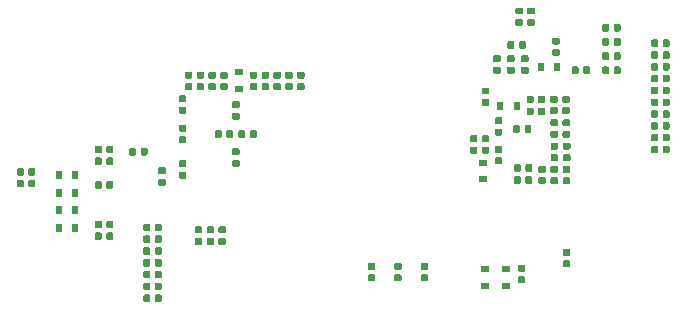
<source format=gbr>
G04 #@! TF.GenerationSoftware,KiCad,Pcbnew,5.1.5+dfsg1-2~bpo10+1*
G04 #@! TF.CreationDate,2020-03-09T15:40:36+01:00*
G04 #@! TF.ProjectId,SDI-bridge,5344492d-6272-4696-9467-652e6b696361,rev?*
G04 #@! TF.SameCoordinates,Original*
G04 #@! TF.FileFunction,Paste,Bot*
G04 #@! TF.FilePolarity,Positive*
%FSLAX46Y46*%
G04 Gerber Fmt 4.6, Leading zero omitted, Abs format (unit mm)*
G04 Created by KiCad (PCBNEW 5.1.5+dfsg1-2~bpo10+1) date 2020-03-09 15:40:36*
%MOMM*%
%LPD*%
G04 APERTURE LIST*
%ADD10C,0.100000*%
%ADD11R,0.600000X0.800000*%
%ADD12R,0.800000X0.600000*%
G04 APERTURE END LIST*
D10*
G36*
X145961958Y-118975710D02*
G01*
X145976276Y-118977834D01*
X145990317Y-118981351D01*
X146003946Y-118986228D01*
X146017031Y-118992417D01*
X146029447Y-118999858D01*
X146041073Y-119008481D01*
X146051798Y-119018202D01*
X146061519Y-119028927D01*
X146070142Y-119040553D01*
X146077583Y-119052969D01*
X146083772Y-119066054D01*
X146088649Y-119079683D01*
X146092166Y-119093724D01*
X146094290Y-119108042D01*
X146095000Y-119122500D01*
X146095000Y-119467500D01*
X146094290Y-119481958D01*
X146092166Y-119496276D01*
X146088649Y-119510317D01*
X146083772Y-119523946D01*
X146077583Y-119537031D01*
X146070142Y-119549447D01*
X146061519Y-119561073D01*
X146051798Y-119571798D01*
X146041073Y-119581519D01*
X146029447Y-119590142D01*
X146017031Y-119597583D01*
X146003946Y-119603772D01*
X145990317Y-119608649D01*
X145976276Y-119612166D01*
X145961958Y-119614290D01*
X145947500Y-119615000D01*
X145652500Y-119615000D01*
X145638042Y-119614290D01*
X145623724Y-119612166D01*
X145609683Y-119608649D01*
X145596054Y-119603772D01*
X145582969Y-119597583D01*
X145570553Y-119590142D01*
X145558927Y-119581519D01*
X145548202Y-119571798D01*
X145538481Y-119561073D01*
X145529858Y-119549447D01*
X145522417Y-119537031D01*
X145516228Y-119523946D01*
X145511351Y-119510317D01*
X145507834Y-119496276D01*
X145505710Y-119481958D01*
X145505000Y-119467500D01*
X145505000Y-119122500D01*
X145505710Y-119108042D01*
X145507834Y-119093724D01*
X145511351Y-119079683D01*
X145516228Y-119066054D01*
X145522417Y-119052969D01*
X145529858Y-119040553D01*
X145538481Y-119028927D01*
X145548202Y-119018202D01*
X145558927Y-119008481D01*
X145570553Y-118999858D01*
X145582969Y-118992417D01*
X145596054Y-118986228D01*
X145609683Y-118981351D01*
X145623724Y-118977834D01*
X145638042Y-118975710D01*
X145652500Y-118975000D01*
X145947500Y-118975000D01*
X145961958Y-118975710D01*
G37*
G36*
X144991958Y-118975710D02*
G01*
X145006276Y-118977834D01*
X145020317Y-118981351D01*
X145033946Y-118986228D01*
X145047031Y-118992417D01*
X145059447Y-118999858D01*
X145071073Y-119008481D01*
X145081798Y-119018202D01*
X145091519Y-119028927D01*
X145100142Y-119040553D01*
X145107583Y-119052969D01*
X145113772Y-119066054D01*
X145118649Y-119079683D01*
X145122166Y-119093724D01*
X145124290Y-119108042D01*
X145125000Y-119122500D01*
X145125000Y-119467500D01*
X145124290Y-119481958D01*
X145122166Y-119496276D01*
X145118649Y-119510317D01*
X145113772Y-119523946D01*
X145107583Y-119537031D01*
X145100142Y-119549447D01*
X145091519Y-119561073D01*
X145081798Y-119571798D01*
X145071073Y-119581519D01*
X145059447Y-119590142D01*
X145047031Y-119597583D01*
X145033946Y-119603772D01*
X145020317Y-119608649D01*
X145006276Y-119612166D01*
X144991958Y-119614290D01*
X144977500Y-119615000D01*
X144682500Y-119615000D01*
X144668042Y-119614290D01*
X144653724Y-119612166D01*
X144639683Y-119608649D01*
X144626054Y-119603772D01*
X144612969Y-119597583D01*
X144600553Y-119590142D01*
X144588927Y-119581519D01*
X144578202Y-119571798D01*
X144568481Y-119561073D01*
X144559858Y-119549447D01*
X144552417Y-119537031D01*
X144546228Y-119523946D01*
X144541351Y-119510317D01*
X144537834Y-119496276D01*
X144535710Y-119481958D01*
X144535000Y-119467500D01*
X144535000Y-119122500D01*
X144535710Y-119108042D01*
X144537834Y-119093724D01*
X144541351Y-119079683D01*
X144546228Y-119066054D01*
X144552417Y-119052969D01*
X144559858Y-119040553D01*
X144568481Y-119028927D01*
X144578202Y-119018202D01*
X144588927Y-119008481D01*
X144600553Y-118999858D01*
X144612969Y-118992417D01*
X144626054Y-118986228D01*
X144639683Y-118981351D01*
X144653724Y-118977834D01*
X144668042Y-118975710D01*
X144682500Y-118975000D01*
X144977500Y-118975000D01*
X144991958Y-118975710D01*
G37*
G36*
X148111958Y-113115710D02*
G01*
X148126276Y-113117834D01*
X148140317Y-113121351D01*
X148153946Y-113126228D01*
X148167031Y-113132417D01*
X148179447Y-113139858D01*
X148191073Y-113148481D01*
X148201798Y-113158202D01*
X148211519Y-113168927D01*
X148220142Y-113180553D01*
X148227583Y-113192969D01*
X148233772Y-113206054D01*
X148238649Y-113219683D01*
X148242166Y-113233724D01*
X148244290Y-113248042D01*
X148245000Y-113262500D01*
X148245000Y-113557500D01*
X148244290Y-113571958D01*
X148242166Y-113586276D01*
X148238649Y-113600317D01*
X148233772Y-113613946D01*
X148227583Y-113627031D01*
X148220142Y-113639447D01*
X148211519Y-113651073D01*
X148201798Y-113661798D01*
X148191073Y-113671519D01*
X148179447Y-113680142D01*
X148167031Y-113687583D01*
X148153946Y-113693772D01*
X148140317Y-113698649D01*
X148126276Y-113702166D01*
X148111958Y-113704290D01*
X148097500Y-113705000D01*
X147752500Y-113705000D01*
X147738042Y-113704290D01*
X147723724Y-113702166D01*
X147709683Y-113698649D01*
X147696054Y-113693772D01*
X147682969Y-113687583D01*
X147670553Y-113680142D01*
X147658927Y-113671519D01*
X147648202Y-113661798D01*
X147638481Y-113651073D01*
X147629858Y-113639447D01*
X147622417Y-113627031D01*
X147616228Y-113613946D01*
X147611351Y-113600317D01*
X147607834Y-113586276D01*
X147605710Y-113571958D01*
X147605000Y-113557500D01*
X147605000Y-113262500D01*
X147605710Y-113248042D01*
X147607834Y-113233724D01*
X147611351Y-113219683D01*
X147616228Y-113206054D01*
X147622417Y-113192969D01*
X147629858Y-113180553D01*
X147638481Y-113168927D01*
X147648202Y-113158202D01*
X147658927Y-113148481D01*
X147670553Y-113139858D01*
X147682969Y-113132417D01*
X147696054Y-113126228D01*
X147709683Y-113121351D01*
X147723724Y-113117834D01*
X147738042Y-113115710D01*
X147752500Y-113115000D01*
X148097500Y-113115000D01*
X148111958Y-113115710D01*
G37*
G36*
X148111958Y-112145710D02*
G01*
X148126276Y-112147834D01*
X148140317Y-112151351D01*
X148153946Y-112156228D01*
X148167031Y-112162417D01*
X148179447Y-112169858D01*
X148191073Y-112178481D01*
X148201798Y-112188202D01*
X148211519Y-112198927D01*
X148220142Y-112210553D01*
X148227583Y-112222969D01*
X148233772Y-112236054D01*
X148238649Y-112249683D01*
X148242166Y-112263724D01*
X148244290Y-112278042D01*
X148245000Y-112292500D01*
X148245000Y-112587500D01*
X148244290Y-112601958D01*
X148242166Y-112616276D01*
X148238649Y-112630317D01*
X148233772Y-112643946D01*
X148227583Y-112657031D01*
X148220142Y-112669447D01*
X148211519Y-112681073D01*
X148201798Y-112691798D01*
X148191073Y-112701519D01*
X148179447Y-112710142D01*
X148167031Y-112717583D01*
X148153946Y-112723772D01*
X148140317Y-112728649D01*
X148126276Y-112732166D01*
X148111958Y-112734290D01*
X148097500Y-112735000D01*
X147752500Y-112735000D01*
X147738042Y-112734290D01*
X147723724Y-112732166D01*
X147709683Y-112728649D01*
X147696054Y-112723772D01*
X147682969Y-112717583D01*
X147670553Y-112710142D01*
X147658927Y-112701519D01*
X147648202Y-112691798D01*
X147638481Y-112681073D01*
X147629858Y-112669447D01*
X147622417Y-112657031D01*
X147616228Y-112643946D01*
X147611351Y-112630317D01*
X147607834Y-112616276D01*
X147605710Y-112601958D01*
X147605000Y-112587500D01*
X147605000Y-112292500D01*
X147605710Y-112278042D01*
X147607834Y-112263724D01*
X147611351Y-112249683D01*
X147616228Y-112236054D01*
X147622417Y-112222969D01*
X147629858Y-112210553D01*
X147638481Y-112198927D01*
X147648202Y-112188202D01*
X147658927Y-112178481D01*
X147670553Y-112169858D01*
X147682969Y-112162417D01*
X147696054Y-112156228D01*
X147709683Y-112151351D01*
X147723724Y-112147834D01*
X147738042Y-112145710D01*
X147752500Y-112145000D01*
X148097500Y-112145000D01*
X148111958Y-112145710D01*
G37*
G36*
X144456958Y-107540710D02*
G01*
X144471276Y-107542834D01*
X144485317Y-107546351D01*
X144498946Y-107551228D01*
X144512031Y-107557417D01*
X144524447Y-107564858D01*
X144536073Y-107573481D01*
X144546798Y-107583202D01*
X144556519Y-107593927D01*
X144565142Y-107605553D01*
X144572583Y-107617969D01*
X144578772Y-107631054D01*
X144583649Y-107644683D01*
X144587166Y-107658724D01*
X144589290Y-107673042D01*
X144590000Y-107687500D01*
X144590000Y-108032500D01*
X144589290Y-108046958D01*
X144587166Y-108061276D01*
X144583649Y-108075317D01*
X144578772Y-108088946D01*
X144572583Y-108102031D01*
X144565142Y-108114447D01*
X144556519Y-108126073D01*
X144546798Y-108136798D01*
X144536073Y-108146519D01*
X144524447Y-108155142D01*
X144512031Y-108162583D01*
X144498946Y-108168772D01*
X144485317Y-108173649D01*
X144471276Y-108177166D01*
X144456958Y-108179290D01*
X144442500Y-108180000D01*
X144147500Y-108180000D01*
X144133042Y-108179290D01*
X144118724Y-108177166D01*
X144104683Y-108173649D01*
X144091054Y-108168772D01*
X144077969Y-108162583D01*
X144065553Y-108155142D01*
X144053927Y-108146519D01*
X144043202Y-108136798D01*
X144033481Y-108126073D01*
X144024858Y-108114447D01*
X144017417Y-108102031D01*
X144011228Y-108088946D01*
X144006351Y-108075317D01*
X144002834Y-108061276D01*
X144000710Y-108046958D01*
X144000000Y-108032500D01*
X144000000Y-107687500D01*
X144000710Y-107673042D01*
X144002834Y-107658724D01*
X144006351Y-107644683D01*
X144011228Y-107631054D01*
X144017417Y-107617969D01*
X144024858Y-107605553D01*
X144033481Y-107593927D01*
X144043202Y-107583202D01*
X144053927Y-107573481D01*
X144065553Y-107564858D01*
X144077969Y-107557417D01*
X144091054Y-107551228D01*
X144104683Y-107546351D01*
X144118724Y-107542834D01*
X144133042Y-107540710D01*
X144147500Y-107540000D01*
X144442500Y-107540000D01*
X144456958Y-107540710D01*
G37*
G36*
X145426958Y-107540710D02*
G01*
X145441276Y-107542834D01*
X145455317Y-107546351D01*
X145468946Y-107551228D01*
X145482031Y-107557417D01*
X145494447Y-107564858D01*
X145506073Y-107573481D01*
X145516798Y-107583202D01*
X145526519Y-107593927D01*
X145535142Y-107605553D01*
X145542583Y-107617969D01*
X145548772Y-107631054D01*
X145553649Y-107644683D01*
X145557166Y-107658724D01*
X145559290Y-107673042D01*
X145560000Y-107687500D01*
X145560000Y-108032500D01*
X145559290Y-108046958D01*
X145557166Y-108061276D01*
X145553649Y-108075317D01*
X145548772Y-108088946D01*
X145542583Y-108102031D01*
X145535142Y-108114447D01*
X145526519Y-108126073D01*
X145516798Y-108136798D01*
X145506073Y-108146519D01*
X145494447Y-108155142D01*
X145482031Y-108162583D01*
X145468946Y-108168772D01*
X145455317Y-108173649D01*
X145441276Y-108177166D01*
X145426958Y-108179290D01*
X145412500Y-108180000D01*
X145117500Y-108180000D01*
X145103042Y-108179290D01*
X145088724Y-108177166D01*
X145074683Y-108173649D01*
X145061054Y-108168772D01*
X145047969Y-108162583D01*
X145035553Y-108155142D01*
X145023927Y-108146519D01*
X145013202Y-108136798D01*
X145003481Y-108126073D01*
X144994858Y-108114447D01*
X144987417Y-108102031D01*
X144981228Y-108088946D01*
X144976351Y-108075317D01*
X144972834Y-108061276D01*
X144970710Y-108046958D01*
X144970000Y-108032500D01*
X144970000Y-107687500D01*
X144970710Y-107673042D01*
X144972834Y-107658724D01*
X144976351Y-107644683D01*
X144981228Y-107631054D01*
X144987417Y-107617969D01*
X144994858Y-107605553D01*
X145003481Y-107593927D01*
X145013202Y-107583202D01*
X145023927Y-107573481D01*
X145035553Y-107564858D01*
X145047969Y-107557417D01*
X145061054Y-107551228D01*
X145074683Y-107546351D01*
X145088724Y-107542834D01*
X145103042Y-107540710D01*
X145117500Y-107540000D01*
X145412500Y-107540000D01*
X145426958Y-107540710D01*
G37*
G36*
X113396958Y-116580710D02*
G01*
X113411276Y-116582834D01*
X113425317Y-116586351D01*
X113438946Y-116591228D01*
X113452031Y-116597417D01*
X113464447Y-116604858D01*
X113476073Y-116613481D01*
X113486798Y-116623202D01*
X113496519Y-116633927D01*
X113505142Y-116645553D01*
X113512583Y-116657969D01*
X113518772Y-116671054D01*
X113523649Y-116684683D01*
X113527166Y-116698724D01*
X113529290Y-116713042D01*
X113530000Y-116727500D01*
X113530000Y-117072500D01*
X113529290Y-117086958D01*
X113527166Y-117101276D01*
X113523649Y-117115317D01*
X113518772Y-117128946D01*
X113512583Y-117142031D01*
X113505142Y-117154447D01*
X113496519Y-117166073D01*
X113486798Y-117176798D01*
X113476073Y-117186519D01*
X113464447Y-117195142D01*
X113452031Y-117202583D01*
X113438946Y-117208772D01*
X113425317Y-117213649D01*
X113411276Y-117217166D01*
X113396958Y-117219290D01*
X113382500Y-117220000D01*
X113087500Y-117220000D01*
X113073042Y-117219290D01*
X113058724Y-117217166D01*
X113044683Y-117213649D01*
X113031054Y-117208772D01*
X113017969Y-117202583D01*
X113005553Y-117195142D01*
X112993927Y-117186519D01*
X112983202Y-117176798D01*
X112973481Y-117166073D01*
X112964858Y-117154447D01*
X112957417Y-117142031D01*
X112951228Y-117128946D01*
X112946351Y-117115317D01*
X112942834Y-117101276D01*
X112940710Y-117086958D01*
X112940000Y-117072500D01*
X112940000Y-116727500D01*
X112940710Y-116713042D01*
X112942834Y-116698724D01*
X112946351Y-116684683D01*
X112951228Y-116671054D01*
X112957417Y-116657969D01*
X112964858Y-116645553D01*
X112973481Y-116633927D01*
X112983202Y-116623202D01*
X112993927Y-116613481D01*
X113005553Y-116604858D01*
X113017969Y-116597417D01*
X113031054Y-116591228D01*
X113044683Y-116586351D01*
X113058724Y-116582834D01*
X113073042Y-116580710D01*
X113087500Y-116580000D01*
X113382500Y-116580000D01*
X113396958Y-116580710D01*
G37*
G36*
X112426958Y-116580710D02*
G01*
X112441276Y-116582834D01*
X112455317Y-116586351D01*
X112468946Y-116591228D01*
X112482031Y-116597417D01*
X112494447Y-116604858D01*
X112506073Y-116613481D01*
X112516798Y-116623202D01*
X112526519Y-116633927D01*
X112535142Y-116645553D01*
X112542583Y-116657969D01*
X112548772Y-116671054D01*
X112553649Y-116684683D01*
X112557166Y-116698724D01*
X112559290Y-116713042D01*
X112560000Y-116727500D01*
X112560000Y-117072500D01*
X112559290Y-117086958D01*
X112557166Y-117101276D01*
X112553649Y-117115317D01*
X112548772Y-117128946D01*
X112542583Y-117142031D01*
X112535142Y-117154447D01*
X112526519Y-117166073D01*
X112516798Y-117176798D01*
X112506073Y-117186519D01*
X112494447Y-117195142D01*
X112482031Y-117202583D01*
X112468946Y-117208772D01*
X112455317Y-117213649D01*
X112441276Y-117217166D01*
X112426958Y-117219290D01*
X112412500Y-117220000D01*
X112117500Y-117220000D01*
X112103042Y-117219290D01*
X112088724Y-117217166D01*
X112074683Y-117213649D01*
X112061054Y-117208772D01*
X112047969Y-117202583D01*
X112035553Y-117195142D01*
X112023927Y-117186519D01*
X112013202Y-117176798D01*
X112003481Y-117166073D01*
X111994858Y-117154447D01*
X111987417Y-117142031D01*
X111981228Y-117128946D01*
X111976351Y-117115317D01*
X111972834Y-117101276D01*
X111970710Y-117086958D01*
X111970000Y-117072500D01*
X111970000Y-116727500D01*
X111970710Y-116713042D01*
X111972834Y-116698724D01*
X111976351Y-116684683D01*
X111981228Y-116671054D01*
X111987417Y-116657969D01*
X111994858Y-116645553D01*
X112003481Y-116633927D01*
X112013202Y-116623202D01*
X112023927Y-116613481D01*
X112035553Y-116604858D01*
X112047969Y-116597417D01*
X112061054Y-116591228D01*
X112074683Y-116586351D01*
X112088724Y-116582834D01*
X112103042Y-116580710D01*
X112117500Y-116580000D01*
X112412500Y-116580000D01*
X112426958Y-116580710D01*
G37*
G36*
X113626958Y-122980710D02*
G01*
X113641276Y-122982834D01*
X113655317Y-122986351D01*
X113668946Y-122991228D01*
X113682031Y-122997417D01*
X113694447Y-123004858D01*
X113706073Y-123013481D01*
X113716798Y-123023202D01*
X113726519Y-123033927D01*
X113735142Y-123045553D01*
X113742583Y-123057969D01*
X113748772Y-123071054D01*
X113753649Y-123084683D01*
X113757166Y-123098724D01*
X113759290Y-123113042D01*
X113760000Y-123127500D01*
X113760000Y-123472500D01*
X113759290Y-123486958D01*
X113757166Y-123501276D01*
X113753649Y-123515317D01*
X113748772Y-123528946D01*
X113742583Y-123542031D01*
X113735142Y-123554447D01*
X113726519Y-123566073D01*
X113716798Y-123576798D01*
X113706073Y-123586519D01*
X113694447Y-123595142D01*
X113682031Y-123602583D01*
X113668946Y-123608772D01*
X113655317Y-123613649D01*
X113641276Y-123617166D01*
X113626958Y-123619290D01*
X113612500Y-123620000D01*
X113317500Y-123620000D01*
X113303042Y-123619290D01*
X113288724Y-123617166D01*
X113274683Y-123613649D01*
X113261054Y-123608772D01*
X113247969Y-123602583D01*
X113235553Y-123595142D01*
X113223927Y-123586519D01*
X113213202Y-123576798D01*
X113203481Y-123566073D01*
X113194858Y-123554447D01*
X113187417Y-123542031D01*
X113181228Y-123528946D01*
X113176351Y-123515317D01*
X113172834Y-123501276D01*
X113170710Y-123486958D01*
X113170000Y-123472500D01*
X113170000Y-123127500D01*
X113170710Y-123113042D01*
X113172834Y-123098724D01*
X113176351Y-123084683D01*
X113181228Y-123071054D01*
X113187417Y-123057969D01*
X113194858Y-123045553D01*
X113203481Y-123033927D01*
X113213202Y-123023202D01*
X113223927Y-123013481D01*
X113235553Y-123004858D01*
X113247969Y-122997417D01*
X113261054Y-122991228D01*
X113274683Y-122986351D01*
X113288724Y-122982834D01*
X113303042Y-122980710D01*
X113317500Y-122980000D01*
X113612500Y-122980000D01*
X113626958Y-122980710D01*
G37*
G36*
X114596958Y-122980710D02*
G01*
X114611276Y-122982834D01*
X114625317Y-122986351D01*
X114638946Y-122991228D01*
X114652031Y-122997417D01*
X114664447Y-123004858D01*
X114676073Y-123013481D01*
X114686798Y-123023202D01*
X114696519Y-123033927D01*
X114705142Y-123045553D01*
X114712583Y-123057969D01*
X114718772Y-123071054D01*
X114723649Y-123084683D01*
X114727166Y-123098724D01*
X114729290Y-123113042D01*
X114730000Y-123127500D01*
X114730000Y-123472500D01*
X114729290Y-123486958D01*
X114727166Y-123501276D01*
X114723649Y-123515317D01*
X114718772Y-123528946D01*
X114712583Y-123542031D01*
X114705142Y-123554447D01*
X114696519Y-123566073D01*
X114686798Y-123576798D01*
X114676073Y-123586519D01*
X114664447Y-123595142D01*
X114652031Y-123602583D01*
X114638946Y-123608772D01*
X114625317Y-123613649D01*
X114611276Y-123617166D01*
X114596958Y-123619290D01*
X114582500Y-123620000D01*
X114287500Y-123620000D01*
X114273042Y-123619290D01*
X114258724Y-123617166D01*
X114244683Y-123613649D01*
X114231054Y-123608772D01*
X114217969Y-123602583D01*
X114205553Y-123595142D01*
X114193927Y-123586519D01*
X114183202Y-123576798D01*
X114173481Y-123566073D01*
X114164858Y-123554447D01*
X114157417Y-123542031D01*
X114151228Y-123528946D01*
X114146351Y-123515317D01*
X114142834Y-123501276D01*
X114140710Y-123486958D01*
X114140000Y-123472500D01*
X114140000Y-123127500D01*
X114140710Y-123113042D01*
X114142834Y-123098724D01*
X114146351Y-123084683D01*
X114151228Y-123071054D01*
X114157417Y-123057969D01*
X114164858Y-123045553D01*
X114173481Y-123033927D01*
X114183202Y-123023202D01*
X114193927Y-123013481D01*
X114205553Y-123004858D01*
X114217969Y-122997417D01*
X114231054Y-122991228D01*
X114244683Y-122986351D01*
X114258724Y-122982834D01*
X114273042Y-122980710D01*
X114287500Y-122980000D01*
X114582500Y-122980000D01*
X114596958Y-122980710D01*
G37*
G36*
X109526958Y-123730710D02*
G01*
X109541276Y-123732834D01*
X109555317Y-123736351D01*
X109568946Y-123741228D01*
X109582031Y-123747417D01*
X109594447Y-123754858D01*
X109606073Y-123763481D01*
X109616798Y-123773202D01*
X109626519Y-123783927D01*
X109635142Y-123795553D01*
X109642583Y-123807969D01*
X109648772Y-123821054D01*
X109653649Y-123834683D01*
X109657166Y-123848724D01*
X109659290Y-123863042D01*
X109660000Y-123877500D01*
X109660000Y-124222500D01*
X109659290Y-124236958D01*
X109657166Y-124251276D01*
X109653649Y-124265317D01*
X109648772Y-124278946D01*
X109642583Y-124292031D01*
X109635142Y-124304447D01*
X109626519Y-124316073D01*
X109616798Y-124326798D01*
X109606073Y-124336519D01*
X109594447Y-124345142D01*
X109582031Y-124352583D01*
X109568946Y-124358772D01*
X109555317Y-124363649D01*
X109541276Y-124367166D01*
X109526958Y-124369290D01*
X109512500Y-124370000D01*
X109217500Y-124370000D01*
X109203042Y-124369290D01*
X109188724Y-124367166D01*
X109174683Y-124363649D01*
X109161054Y-124358772D01*
X109147969Y-124352583D01*
X109135553Y-124345142D01*
X109123927Y-124336519D01*
X109113202Y-124326798D01*
X109103481Y-124316073D01*
X109094858Y-124304447D01*
X109087417Y-124292031D01*
X109081228Y-124278946D01*
X109076351Y-124265317D01*
X109072834Y-124251276D01*
X109070710Y-124236958D01*
X109070000Y-124222500D01*
X109070000Y-123877500D01*
X109070710Y-123863042D01*
X109072834Y-123848724D01*
X109076351Y-123834683D01*
X109081228Y-123821054D01*
X109087417Y-123807969D01*
X109094858Y-123795553D01*
X109103481Y-123783927D01*
X109113202Y-123773202D01*
X109123927Y-123763481D01*
X109135553Y-123754858D01*
X109147969Y-123747417D01*
X109161054Y-123741228D01*
X109174683Y-123736351D01*
X109188724Y-123732834D01*
X109203042Y-123730710D01*
X109217500Y-123730000D01*
X109512500Y-123730000D01*
X109526958Y-123730710D01*
G37*
G36*
X110496958Y-123730710D02*
G01*
X110511276Y-123732834D01*
X110525317Y-123736351D01*
X110538946Y-123741228D01*
X110552031Y-123747417D01*
X110564447Y-123754858D01*
X110576073Y-123763481D01*
X110586798Y-123773202D01*
X110596519Y-123783927D01*
X110605142Y-123795553D01*
X110612583Y-123807969D01*
X110618772Y-123821054D01*
X110623649Y-123834683D01*
X110627166Y-123848724D01*
X110629290Y-123863042D01*
X110630000Y-123877500D01*
X110630000Y-124222500D01*
X110629290Y-124236958D01*
X110627166Y-124251276D01*
X110623649Y-124265317D01*
X110618772Y-124278946D01*
X110612583Y-124292031D01*
X110605142Y-124304447D01*
X110596519Y-124316073D01*
X110586798Y-124326798D01*
X110576073Y-124336519D01*
X110564447Y-124345142D01*
X110552031Y-124352583D01*
X110538946Y-124358772D01*
X110525317Y-124363649D01*
X110511276Y-124367166D01*
X110496958Y-124369290D01*
X110482500Y-124370000D01*
X110187500Y-124370000D01*
X110173042Y-124369290D01*
X110158724Y-124367166D01*
X110144683Y-124363649D01*
X110131054Y-124358772D01*
X110117969Y-124352583D01*
X110105553Y-124345142D01*
X110093927Y-124336519D01*
X110083202Y-124326798D01*
X110073481Y-124316073D01*
X110064858Y-124304447D01*
X110057417Y-124292031D01*
X110051228Y-124278946D01*
X110046351Y-124265317D01*
X110042834Y-124251276D01*
X110040710Y-124236958D01*
X110040000Y-124222500D01*
X110040000Y-123877500D01*
X110040710Y-123863042D01*
X110042834Y-123848724D01*
X110046351Y-123834683D01*
X110051228Y-123821054D01*
X110057417Y-123807969D01*
X110064858Y-123795553D01*
X110073481Y-123783927D01*
X110083202Y-123773202D01*
X110093927Y-123763481D01*
X110105553Y-123754858D01*
X110117969Y-123747417D01*
X110131054Y-123741228D01*
X110144683Y-123736351D01*
X110158724Y-123732834D01*
X110173042Y-123730710D01*
X110187500Y-123730000D01*
X110482500Y-123730000D01*
X110496958Y-123730710D01*
G37*
G36*
X146181958Y-105655710D02*
G01*
X146196276Y-105657834D01*
X146210317Y-105661351D01*
X146223946Y-105666228D01*
X146237031Y-105672417D01*
X146249447Y-105679858D01*
X146261073Y-105688481D01*
X146271798Y-105698202D01*
X146281519Y-105708927D01*
X146290142Y-105720553D01*
X146297583Y-105732969D01*
X146303772Y-105746054D01*
X146308649Y-105759683D01*
X146312166Y-105773724D01*
X146314290Y-105788042D01*
X146315000Y-105802500D01*
X146315000Y-106097500D01*
X146314290Y-106111958D01*
X146312166Y-106126276D01*
X146308649Y-106140317D01*
X146303772Y-106153946D01*
X146297583Y-106167031D01*
X146290142Y-106179447D01*
X146281519Y-106191073D01*
X146271798Y-106201798D01*
X146261073Y-106211519D01*
X146249447Y-106220142D01*
X146237031Y-106227583D01*
X146223946Y-106233772D01*
X146210317Y-106238649D01*
X146196276Y-106242166D01*
X146181958Y-106244290D01*
X146167500Y-106245000D01*
X145822500Y-106245000D01*
X145808042Y-106244290D01*
X145793724Y-106242166D01*
X145779683Y-106238649D01*
X145766054Y-106233772D01*
X145752969Y-106227583D01*
X145740553Y-106220142D01*
X145728927Y-106211519D01*
X145718202Y-106201798D01*
X145708481Y-106191073D01*
X145699858Y-106179447D01*
X145692417Y-106167031D01*
X145686228Y-106153946D01*
X145681351Y-106140317D01*
X145677834Y-106126276D01*
X145675710Y-106111958D01*
X145675000Y-106097500D01*
X145675000Y-105802500D01*
X145675710Y-105788042D01*
X145677834Y-105773724D01*
X145681351Y-105759683D01*
X145686228Y-105746054D01*
X145692417Y-105732969D01*
X145699858Y-105720553D01*
X145708481Y-105708927D01*
X145718202Y-105698202D01*
X145728927Y-105688481D01*
X145740553Y-105679858D01*
X145752969Y-105672417D01*
X145766054Y-105666228D01*
X145779683Y-105661351D01*
X145793724Y-105657834D01*
X145808042Y-105655710D01*
X145822500Y-105655000D01*
X146167500Y-105655000D01*
X146181958Y-105655710D01*
G37*
G36*
X146181958Y-104685710D02*
G01*
X146196276Y-104687834D01*
X146210317Y-104691351D01*
X146223946Y-104696228D01*
X146237031Y-104702417D01*
X146249447Y-104709858D01*
X146261073Y-104718481D01*
X146271798Y-104728202D01*
X146281519Y-104738927D01*
X146290142Y-104750553D01*
X146297583Y-104762969D01*
X146303772Y-104776054D01*
X146308649Y-104789683D01*
X146312166Y-104803724D01*
X146314290Y-104818042D01*
X146315000Y-104832500D01*
X146315000Y-105127500D01*
X146314290Y-105141958D01*
X146312166Y-105156276D01*
X146308649Y-105170317D01*
X146303772Y-105183946D01*
X146297583Y-105197031D01*
X146290142Y-105209447D01*
X146281519Y-105221073D01*
X146271798Y-105231798D01*
X146261073Y-105241519D01*
X146249447Y-105250142D01*
X146237031Y-105257583D01*
X146223946Y-105263772D01*
X146210317Y-105268649D01*
X146196276Y-105272166D01*
X146181958Y-105274290D01*
X146167500Y-105275000D01*
X145822500Y-105275000D01*
X145808042Y-105274290D01*
X145793724Y-105272166D01*
X145779683Y-105268649D01*
X145766054Y-105263772D01*
X145752969Y-105257583D01*
X145740553Y-105250142D01*
X145728927Y-105241519D01*
X145718202Y-105231798D01*
X145708481Y-105221073D01*
X145699858Y-105209447D01*
X145692417Y-105197031D01*
X145686228Y-105183946D01*
X145681351Y-105170317D01*
X145677834Y-105156276D01*
X145675710Y-105141958D01*
X145675000Y-105127500D01*
X145675000Y-104832500D01*
X145675710Y-104818042D01*
X145677834Y-104803724D01*
X145681351Y-104789683D01*
X145686228Y-104776054D01*
X145692417Y-104762969D01*
X145699858Y-104750553D01*
X145708481Y-104738927D01*
X145718202Y-104728202D01*
X145728927Y-104718481D01*
X145740553Y-104709858D01*
X145752969Y-104702417D01*
X145766054Y-104696228D01*
X145779683Y-104691351D01*
X145793724Y-104687834D01*
X145808042Y-104685710D01*
X145822500Y-104685000D01*
X146167500Y-104685000D01*
X146181958Y-104685710D01*
G37*
G36*
X145181958Y-105655710D02*
G01*
X145196276Y-105657834D01*
X145210317Y-105661351D01*
X145223946Y-105666228D01*
X145237031Y-105672417D01*
X145249447Y-105679858D01*
X145261073Y-105688481D01*
X145271798Y-105698202D01*
X145281519Y-105708927D01*
X145290142Y-105720553D01*
X145297583Y-105732969D01*
X145303772Y-105746054D01*
X145308649Y-105759683D01*
X145312166Y-105773724D01*
X145314290Y-105788042D01*
X145315000Y-105802500D01*
X145315000Y-106097500D01*
X145314290Y-106111958D01*
X145312166Y-106126276D01*
X145308649Y-106140317D01*
X145303772Y-106153946D01*
X145297583Y-106167031D01*
X145290142Y-106179447D01*
X145281519Y-106191073D01*
X145271798Y-106201798D01*
X145261073Y-106211519D01*
X145249447Y-106220142D01*
X145237031Y-106227583D01*
X145223946Y-106233772D01*
X145210317Y-106238649D01*
X145196276Y-106242166D01*
X145181958Y-106244290D01*
X145167500Y-106245000D01*
X144822500Y-106245000D01*
X144808042Y-106244290D01*
X144793724Y-106242166D01*
X144779683Y-106238649D01*
X144766054Y-106233772D01*
X144752969Y-106227583D01*
X144740553Y-106220142D01*
X144728927Y-106211519D01*
X144718202Y-106201798D01*
X144708481Y-106191073D01*
X144699858Y-106179447D01*
X144692417Y-106167031D01*
X144686228Y-106153946D01*
X144681351Y-106140317D01*
X144677834Y-106126276D01*
X144675710Y-106111958D01*
X144675000Y-106097500D01*
X144675000Y-105802500D01*
X144675710Y-105788042D01*
X144677834Y-105773724D01*
X144681351Y-105759683D01*
X144686228Y-105746054D01*
X144692417Y-105732969D01*
X144699858Y-105720553D01*
X144708481Y-105708927D01*
X144718202Y-105698202D01*
X144728927Y-105688481D01*
X144740553Y-105679858D01*
X144752969Y-105672417D01*
X144766054Y-105666228D01*
X144779683Y-105661351D01*
X144793724Y-105657834D01*
X144808042Y-105655710D01*
X144822500Y-105655000D01*
X145167500Y-105655000D01*
X145181958Y-105655710D01*
G37*
G36*
X145181958Y-104685710D02*
G01*
X145196276Y-104687834D01*
X145210317Y-104691351D01*
X145223946Y-104696228D01*
X145237031Y-104702417D01*
X145249447Y-104709858D01*
X145261073Y-104718481D01*
X145271798Y-104728202D01*
X145281519Y-104738927D01*
X145290142Y-104750553D01*
X145297583Y-104762969D01*
X145303772Y-104776054D01*
X145308649Y-104789683D01*
X145312166Y-104803724D01*
X145314290Y-104818042D01*
X145315000Y-104832500D01*
X145315000Y-105127500D01*
X145314290Y-105141958D01*
X145312166Y-105156276D01*
X145308649Y-105170317D01*
X145303772Y-105183946D01*
X145297583Y-105197031D01*
X145290142Y-105209447D01*
X145281519Y-105221073D01*
X145271798Y-105231798D01*
X145261073Y-105241519D01*
X145249447Y-105250142D01*
X145237031Y-105257583D01*
X145223946Y-105263772D01*
X145210317Y-105268649D01*
X145196276Y-105272166D01*
X145181958Y-105274290D01*
X145167500Y-105275000D01*
X144822500Y-105275000D01*
X144808042Y-105274290D01*
X144793724Y-105272166D01*
X144779683Y-105268649D01*
X144766054Y-105263772D01*
X144752969Y-105257583D01*
X144740553Y-105250142D01*
X144728927Y-105241519D01*
X144718202Y-105231798D01*
X144708481Y-105221073D01*
X144699858Y-105209447D01*
X144692417Y-105197031D01*
X144686228Y-105183946D01*
X144681351Y-105170317D01*
X144677834Y-105156276D01*
X144675710Y-105141958D01*
X144675000Y-105127500D01*
X144675000Y-104832500D01*
X144675710Y-104818042D01*
X144677834Y-104803724D01*
X144681351Y-104789683D01*
X144686228Y-104776054D01*
X144692417Y-104762969D01*
X144699858Y-104750553D01*
X144708481Y-104738927D01*
X144718202Y-104728202D01*
X144728927Y-104718481D01*
X144740553Y-104709858D01*
X144752969Y-104702417D01*
X144766054Y-104696228D01*
X144779683Y-104691351D01*
X144793724Y-104687834D01*
X144808042Y-104685710D01*
X144822500Y-104685000D01*
X145167500Y-104685000D01*
X145181958Y-104685710D01*
G37*
G36*
X153446958Y-109680710D02*
G01*
X153461276Y-109682834D01*
X153475317Y-109686351D01*
X153488946Y-109691228D01*
X153502031Y-109697417D01*
X153514447Y-109704858D01*
X153526073Y-109713481D01*
X153536798Y-109723202D01*
X153546519Y-109733927D01*
X153555142Y-109745553D01*
X153562583Y-109757969D01*
X153568772Y-109771054D01*
X153573649Y-109784683D01*
X153577166Y-109798724D01*
X153579290Y-109813042D01*
X153580000Y-109827500D01*
X153580000Y-110172500D01*
X153579290Y-110186958D01*
X153577166Y-110201276D01*
X153573649Y-110215317D01*
X153568772Y-110228946D01*
X153562583Y-110242031D01*
X153555142Y-110254447D01*
X153546519Y-110266073D01*
X153536798Y-110276798D01*
X153526073Y-110286519D01*
X153514447Y-110295142D01*
X153502031Y-110302583D01*
X153488946Y-110308772D01*
X153475317Y-110313649D01*
X153461276Y-110317166D01*
X153446958Y-110319290D01*
X153432500Y-110320000D01*
X153137500Y-110320000D01*
X153123042Y-110319290D01*
X153108724Y-110317166D01*
X153094683Y-110313649D01*
X153081054Y-110308772D01*
X153067969Y-110302583D01*
X153055553Y-110295142D01*
X153043927Y-110286519D01*
X153033202Y-110276798D01*
X153023481Y-110266073D01*
X153014858Y-110254447D01*
X153007417Y-110242031D01*
X153001228Y-110228946D01*
X152996351Y-110215317D01*
X152992834Y-110201276D01*
X152990710Y-110186958D01*
X152990000Y-110172500D01*
X152990000Y-109827500D01*
X152990710Y-109813042D01*
X152992834Y-109798724D01*
X152996351Y-109784683D01*
X153001228Y-109771054D01*
X153007417Y-109757969D01*
X153014858Y-109745553D01*
X153023481Y-109733927D01*
X153033202Y-109723202D01*
X153043927Y-109713481D01*
X153055553Y-109704858D01*
X153067969Y-109697417D01*
X153081054Y-109691228D01*
X153094683Y-109686351D01*
X153108724Y-109682834D01*
X153123042Y-109680710D01*
X153137500Y-109680000D01*
X153432500Y-109680000D01*
X153446958Y-109680710D01*
G37*
G36*
X152476958Y-109680710D02*
G01*
X152491276Y-109682834D01*
X152505317Y-109686351D01*
X152518946Y-109691228D01*
X152532031Y-109697417D01*
X152544447Y-109704858D01*
X152556073Y-109713481D01*
X152566798Y-109723202D01*
X152576519Y-109733927D01*
X152585142Y-109745553D01*
X152592583Y-109757969D01*
X152598772Y-109771054D01*
X152603649Y-109784683D01*
X152607166Y-109798724D01*
X152609290Y-109813042D01*
X152610000Y-109827500D01*
X152610000Y-110172500D01*
X152609290Y-110186958D01*
X152607166Y-110201276D01*
X152603649Y-110215317D01*
X152598772Y-110228946D01*
X152592583Y-110242031D01*
X152585142Y-110254447D01*
X152576519Y-110266073D01*
X152566798Y-110276798D01*
X152556073Y-110286519D01*
X152544447Y-110295142D01*
X152532031Y-110302583D01*
X152518946Y-110308772D01*
X152505317Y-110313649D01*
X152491276Y-110317166D01*
X152476958Y-110319290D01*
X152462500Y-110320000D01*
X152167500Y-110320000D01*
X152153042Y-110319290D01*
X152138724Y-110317166D01*
X152124683Y-110313649D01*
X152111054Y-110308772D01*
X152097969Y-110302583D01*
X152085553Y-110295142D01*
X152073927Y-110286519D01*
X152063202Y-110276798D01*
X152053481Y-110266073D01*
X152044858Y-110254447D01*
X152037417Y-110242031D01*
X152031228Y-110228946D01*
X152026351Y-110215317D01*
X152022834Y-110201276D01*
X152020710Y-110186958D01*
X152020000Y-110172500D01*
X152020000Y-109827500D01*
X152020710Y-109813042D01*
X152022834Y-109798724D01*
X152026351Y-109784683D01*
X152031228Y-109771054D01*
X152037417Y-109757969D01*
X152044858Y-109745553D01*
X152053481Y-109733927D01*
X152063202Y-109723202D01*
X152073927Y-109713481D01*
X152085553Y-109704858D01*
X152097969Y-109697417D01*
X152111054Y-109691228D01*
X152124683Y-109686351D01*
X152138724Y-109682834D01*
X152153042Y-109680710D01*
X152167500Y-109680000D01*
X152462500Y-109680000D01*
X152476958Y-109680710D01*
G37*
G36*
X150856958Y-109670710D02*
G01*
X150871276Y-109672834D01*
X150885317Y-109676351D01*
X150898946Y-109681228D01*
X150912031Y-109687417D01*
X150924447Y-109694858D01*
X150936073Y-109703481D01*
X150946798Y-109713202D01*
X150956519Y-109723927D01*
X150965142Y-109735553D01*
X150972583Y-109747969D01*
X150978772Y-109761054D01*
X150983649Y-109774683D01*
X150987166Y-109788724D01*
X150989290Y-109803042D01*
X150990000Y-109817500D01*
X150990000Y-110162500D01*
X150989290Y-110176958D01*
X150987166Y-110191276D01*
X150983649Y-110205317D01*
X150978772Y-110218946D01*
X150972583Y-110232031D01*
X150965142Y-110244447D01*
X150956519Y-110256073D01*
X150946798Y-110266798D01*
X150936073Y-110276519D01*
X150924447Y-110285142D01*
X150912031Y-110292583D01*
X150898946Y-110298772D01*
X150885317Y-110303649D01*
X150871276Y-110307166D01*
X150856958Y-110309290D01*
X150842500Y-110310000D01*
X150547500Y-110310000D01*
X150533042Y-110309290D01*
X150518724Y-110307166D01*
X150504683Y-110303649D01*
X150491054Y-110298772D01*
X150477969Y-110292583D01*
X150465553Y-110285142D01*
X150453927Y-110276519D01*
X150443202Y-110266798D01*
X150433481Y-110256073D01*
X150424858Y-110244447D01*
X150417417Y-110232031D01*
X150411228Y-110218946D01*
X150406351Y-110205317D01*
X150402834Y-110191276D01*
X150400710Y-110176958D01*
X150400000Y-110162500D01*
X150400000Y-109817500D01*
X150400710Y-109803042D01*
X150402834Y-109788724D01*
X150406351Y-109774683D01*
X150411228Y-109761054D01*
X150417417Y-109747969D01*
X150424858Y-109735553D01*
X150433481Y-109723927D01*
X150443202Y-109713202D01*
X150453927Y-109703481D01*
X150465553Y-109694858D01*
X150477969Y-109687417D01*
X150491054Y-109681228D01*
X150504683Y-109676351D01*
X150518724Y-109672834D01*
X150533042Y-109670710D01*
X150547500Y-109670000D01*
X150842500Y-109670000D01*
X150856958Y-109670710D01*
G37*
G36*
X149886958Y-109670710D02*
G01*
X149901276Y-109672834D01*
X149915317Y-109676351D01*
X149928946Y-109681228D01*
X149942031Y-109687417D01*
X149954447Y-109694858D01*
X149966073Y-109703481D01*
X149976798Y-109713202D01*
X149986519Y-109723927D01*
X149995142Y-109735553D01*
X150002583Y-109747969D01*
X150008772Y-109761054D01*
X150013649Y-109774683D01*
X150017166Y-109788724D01*
X150019290Y-109803042D01*
X150020000Y-109817500D01*
X150020000Y-110162500D01*
X150019290Y-110176958D01*
X150017166Y-110191276D01*
X150013649Y-110205317D01*
X150008772Y-110218946D01*
X150002583Y-110232031D01*
X149995142Y-110244447D01*
X149986519Y-110256073D01*
X149976798Y-110266798D01*
X149966073Y-110276519D01*
X149954447Y-110285142D01*
X149942031Y-110292583D01*
X149928946Y-110298772D01*
X149915317Y-110303649D01*
X149901276Y-110307166D01*
X149886958Y-110309290D01*
X149872500Y-110310000D01*
X149577500Y-110310000D01*
X149563042Y-110309290D01*
X149548724Y-110307166D01*
X149534683Y-110303649D01*
X149521054Y-110298772D01*
X149507969Y-110292583D01*
X149495553Y-110285142D01*
X149483927Y-110276519D01*
X149473202Y-110266798D01*
X149463481Y-110256073D01*
X149454858Y-110244447D01*
X149447417Y-110232031D01*
X149441228Y-110218946D01*
X149436351Y-110205317D01*
X149432834Y-110191276D01*
X149430710Y-110176958D01*
X149430000Y-110162500D01*
X149430000Y-109817500D01*
X149430710Y-109803042D01*
X149432834Y-109788724D01*
X149436351Y-109774683D01*
X149441228Y-109761054D01*
X149447417Y-109747969D01*
X149454858Y-109735553D01*
X149463481Y-109723927D01*
X149473202Y-109713202D01*
X149483927Y-109703481D01*
X149495553Y-109694858D01*
X149507969Y-109687417D01*
X149521054Y-109681228D01*
X149534683Y-109676351D01*
X149548724Y-109672834D01*
X149563042Y-109670710D01*
X149577500Y-109670000D01*
X149872500Y-109670000D01*
X149886958Y-109670710D01*
G37*
G36*
X153446958Y-108480710D02*
G01*
X153461276Y-108482834D01*
X153475317Y-108486351D01*
X153488946Y-108491228D01*
X153502031Y-108497417D01*
X153514447Y-108504858D01*
X153526073Y-108513481D01*
X153536798Y-108523202D01*
X153546519Y-108533927D01*
X153555142Y-108545553D01*
X153562583Y-108557969D01*
X153568772Y-108571054D01*
X153573649Y-108584683D01*
X153577166Y-108598724D01*
X153579290Y-108613042D01*
X153580000Y-108627500D01*
X153580000Y-108972500D01*
X153579290Y-108986958D01*
X153577166Y-109001276D01*
X153573649Y-109015317D01*
X153568772Y-109028946D01*
X153562583Y-109042031D01*
X153555142Y-109054447D01*
X153546519Y-109066073D01*
X153536798Y-109076798D01*
X153526073Y-109086519D01*
X153514447Y-109095142D01*
X153502031Y-109102583D01*
X153488946Y-109108772D01*
X153475317Y-109113649D01*
X153461276Y-109117166D01*
X153446958Y-109119290D01*
X153432500Y-109120000D01*
X153137500Y-109120000D01*
X153123042Y-109119290D01*
X153108724Y-109117166D01*
X153094683Y-109113649D01*
X153081054Y-109108772D01*
X153067969Y-109102583D01*
X153055553Y-109095142D01*
X153043927Y-109086519D01*
X153033202Y-109076798D01*
X153023481Y-109066073D01*
X153014858Y-109054447D01*
X153007417Y-109042031D01*
X153001228Y-109028946D01*
X152996351Y-109015317D01*
X152992834Y-109001276D01*
X152990710Y-108986958D01*
X152990000Y-108972500D01*
X152990000Y-108627500D01*
X152990710Y-108613042D01*
X152992834Y-108598724D01*
X152996351Y-108584683D01*
X153001228Y-108571054D01*
X153007417Y-108557969D01*
X153014858Y-108545553D01*
X153023481Y-108533927D01*
X153033202Y-108523202D01*
X153043927Y-108513481D01*
X153055553Y-108504858D01*
X153067969Y-108497417D01*
X153081054Y-108491228D01*
X153094683Y-108486351D01*
X153108724Y-108482834D01*
X153123042Y-108480710D01*
X153137500Y-108480000D01*
X153432500Y-108480000D01*
X153446958Y-108480710D01*
G37*
G36*
X152476958Y-108480710D02*
G01*
X152491276Y-108482834D01*
X152505317Y-108486351D01*
X152518946Y-108491228D01*
X152532031Y-108497417D01*
X152544447Y-108504858D01*
X152556073Y-108513481D01*
X152566798Y-108523202D01*
X152576519Y-108533927D01*
X152585142Y-108545553D01*
X152592583Y-108557969D01*
X152598772Y-108571054D01*
X152603649Y-108584683D01*
X152607166Y-108598724D01*
X152609290Y-108613042D01*
X152610000Y-108627500D01*
X152610000Y-108972500D01*
X152609290Y-108986958D01*
X152607166Y-109001276D01*
X152603649Y-109015317D01*
X152598772Y-109028946D01*
X152592583Y-109042031D01*
X152585142Y-109054447D01*
X152576519Y-109066073D01*
X152566798Y-109076798D01*
X152556073Y-109086519D01*
X152544447Y-109095142D01*
X152532031Y-109102583D01*
X152518946Y-109108772D01*
X152505317Y-109113649D01*
X152491276Y-109117166D01*
X152476958Y-109119290D01*
X152462500Y-109120000D01*
X152167500Y-109120000D01*
X152153042Y-109119290D01*
X152138724Y-109117166D01*
X152124683Y-109113649D01*
X152111054Y-109108772D01*
X152097969Y-109102583D01*
X152085553Y-109095142D01*
X152073927Y-109086519D01*
X152063202Y-109076798D01*
X152053481Y-109066073D01*
X152044858Y-109054447D01*
X152037417Y-109042031D01*
X152031228Y-109028946D01*
X152026351Y-109015317D01*
X152022834Y-109001276D01*
X152020710Y-108986958D01*
X152020000Y-108972500D01*
X152020000Y-108627500D01*
X152020710Y-108613042D01*
X152022834Y-108598724D01*
X152026351Y-108584683D01*
X152031228Y-108571054D01*
X152037417Y-108557969D01*
X152044858Y-108545553D01*
X152053481Y-108533927D01*
X152063202Y-108523202D01*
X152073927Y-108513481D01*
X152085553Y-108504858D01*
X152097969Y-108497417D01*
X152111054Y-108491228D01*
X152124683Y-108486351D01*
X152138724Y-108482834D01*
X152153042Y-108480710D01*
X152167500Y-108480000D01*
X152462500Y-108480000D01*
X152476958Y-108480710D01*
G37*
G36*
X153446958Y-107280710D02*
G01*
X153461276Y-107282834D01*
X153475317Y-107286351D01*
X153488946Y-107291228D01*
X153502031Y-107297417D01*
X153514447Y-107304858D01*
X153526073Y-107313481D01*
X153536798Y-107323202D01*
X153546519Y-107333927D01*
X153555142Y-107345553D01*
X153562583Y-107357969D01*
X153568772Y-107371054D01*
X153573649Y-107384683D01*
X153577166Y-107398724D01*
X153579290Y-107413042D01*
X153580000Y-107427500D01*
X153580000Y-107772500D01*
X153579290Y-107786958D01*
X153577166Y-107801276D01*
X153573649Y-107815317D01*
X153568772Y-107828946D01*
X153562583Y-107842031D01*
X153555142Y-107854447D01*
X153546519Y-107866073D01*
X153536798Y-107876798D01*
X153526073Y-107886519D01*
X153514447Y-107895142D01*
X153502031Y-107902583D01*
X153488946Y-107908772D01*
X153475317Y-107913649D01*
X153461276Y-107917166D01*
X153446958Y-107919290D01*
X153432500Y-107920000D01*
X153137500Y-107920000D01*
X153123042Y-107919290D01*
X153108724Y-107917166D01*
X153094683Y-107913649D01*
X153081054Y-107908772D01*
X153067969Y-107902583D01*
X153055553Y-107895142D01*
X153043927Y-107886519D01*
X153033202Y-107876798D01*
X153023481Y-107866073D01*
X153014858Y-107854447D01*
X153007417Y-107842031D01*
X153001228Y-107828946D01*
X152996351Y-107815317D01*
X152992834Y-107801276D01*
X152990710Y-107786958D01*
X152990000Y-107772500D01*
X152990000Y-107427500D01*
X152990710Y-107413042D01*
X152992834Y-107398724D01*
X152996351Y-107384683D01*
X153001228Y-107371054D01*
X153007417Y-107357969D01*
X153014858Y-107345553D01*
X153023481Y-107333927D01*
X153033202Y-107323202D01*
X153043927Y-107313481D01*
X153055553Y-107304858D01*
X153067969Y-107297417D01*
X153081054Y-107291228D01*
X153094683Y-107286351D01*
X153108724Y-107282834D01*
X153123042Y-107280710D01*
X153137500Y-107280000D01*
X153432500Y-107280000D01*
X153446958Y-107280710D01*
G37*
G36*
X152476958Y-107280710D02*
G01*
X152491276Y-107282834D01*
X152505317Y-107286351D01*
X152518946Y-107291228D01*
X152532031Y-107297417D01*
X152544447Y-107304858D01*
X152556073Y-107313481D01*
X152566798Y-107323202D01*
X152576519Y-107333927D01*
X152585142Y-107345553D01*
X152592583Y-107357969D01*
X152598772Y-107371054D01*
X152603649Y-107384683D01*
X152607166Y-107398724D01*
X152609290Y-107413042D01*
X152610000Y-107427500D01*
X152610000Y-107772500D01*
X152609290Y-107786958D01*
X152607166Y-107801276D01*
X152603649Y-107815317D01*
X152598772Y-107828946D01*
X152592583Y-107842031D01*
X152585142Y-107854447D01*
X152576519Y-107866073D01*
X152566798Y-107876798D01*
X152556073Y-107886519D01*
X152544447Y-107895142D01*
X152532031Y-107902583D01*
X152518946Y-107908772D01*
X152505317Y-107913649D01*
X152491276Y-107917166D01*
X152476958Y-107919290D01*
X152462500Y-107920000D01*
X152167500Y-107920000D01*
X152153042Y-107919290D01*
X152138724Y-107917166D01*
X152124683Y-107913649D01*
X152111054Y-107908772D01*
X152097969Y-107902583D01*
X152085553Y-107895142D01*
X152073927Y-107886519D01*
X152063202Y-107876798D01*
X152053481Y-107866073D01*
X152044858Y-107854447D01*
X152037417Y-107842031D01*
X152031228Y-107828946D01*
X152026351Y-107815317D01*
X152022834Y-107801276D01*
X152020710Y-107786958D01*
X152020000Y-107772500D01*
X152020000Y-107427500D01*
X152020710Y-107413042D01*
X152022834Y-107398724D01*
X152026351Y-107384683D01*
X152031228Y-107371054D01*
X152037417Y-107357969D01*
X152044858Y-107345553D01*
X152053481Y-107333927D01*
X152063202Y-107323202D01*
X152073927Y-107313481D01*
X152085553Y-107304858D01*
X152097969Y-107297417D01*
X152111054Y-107291228D01*
X152124683Y-107286351D01*
X152138724Y-107282834D01*
X152153042Y-107280710D01*
X152167500Y-107280000D01*
X152462500Y-107280000D01*
X152476958Y-107280710D01*
G37*
G36*
X156621958Y-115390710D02*
G01*
X156636276Y-115392834D01*
X156650317Y-115396351D01*
X156663946Y-115401228D01*
X156677031Y-115407417D01*
X156689447Y-115414858D01*
X156701073Y-115423481D01*
X156711798Y-115433202D01*
X156721519Y-115443927D01*
X156730142Y-115455553D01*
X156737583Y-115467969D01*
X156743772Y-115481054D01*
X156748649Y-115494683D01*
X156752166Y-115508724D01*
X156754290Y-115523042D01*
X156755000Y-115537500D01*
X156755000Y-115882500D01*
X156754290Y-115896958D01*
X156752166Y-115911276D01*
X156748649Y-115925317D01*
X156743772Y-115938946D01*
X156737583Y-115952031D01*
X156730142Y-115964447D01*
X156721519Y-115976073D01*
X156711798Y-115986798D01*
X156701073Y-115996519D01*
X156689447Y-116005142D01*
X156677031Y-116012583D01*
X156663946Y-116018772D01*
X156650317Y-116023649D01*
X156636276Y-116027166D01*
X156621958Y-116029290D01*
X156607500Y-116030000D01*
X156312500Y-116030000D01*
X156298042Y-116029290D01*
X156283724Y-116027166D01*
X156269683Y-116023649D01*
X156256054Y-116018772D01*
X156242969Y-116012583D01*
X156230553Y-116005142D01*
X156218927Y-115996519D01*
X156208202Y-115986798D01*
X156198481Y-115976073D01*
X156189858Y-115964447D01*
X156182417Y-115952031D01*
X156176228Y-115938946D01*
X156171351Y-115925317D01*
X156167834Y-115911276D01*
X156165710Y-115896958D01*
X156165000Y-115882500D01*
X156165000Y-115537500D01*
X156165710Y-115523042D01*
X156167834Y-115508724D01*
X156171351Y-115494683D01*
X156176228Y-115481054D01*
X156182417Y-115467969D01*
X156189858Y-115455553D01*
X156198481Y-115443927D01*
X156208202Y-115433202D01*
X156218927Y-115423481D01*
X156230553Y-115414858D01*
X156242969Y-115407417D01*
X156256054Y-115401228D01*
X156269683Y-115396351D01*
X156283724Y-115392834D01*
X156298042Y-115390710D01*
X156312500Y-115390000D01*
X156607500Y-115390000D01*
X156621958Y-115390710D01*
G37*
G36*
X157591958Y-115390710D02*
G01*
X157606276Y-115392834D01*
X157620317Y-115396351D01*
X157633946Y-115401228D01*
X157647031Y-115407417D01*
X157659447Y-115414858D01*
X157671073Y-115423481D01*
X157681798Y-115433202D01*
X157691519Y-115443927D01*
X157700142Y-115455553D01*
X157707583Y-115467969D01*
X157713772Y-115481054D01*
X157718649Y-115494683D01*
X157722166Y-115508724D01*
X157724290Y-115523042D01*
X157725000Y-115537500D01*
X157725000Y-115882500D01*
X157724290Y-115896958D01*
X157722166Y-115911276D01*
X157718649Y-115925317D01*
X157713772Y-115938946D01*
X157707583Y-115952031D01*
X157700142Y-115964447D01*
X157691519Y-115976073D01*
X157681798Y-115986798D01*
X157671073Y-115996519D01*
X157659447Y-116005142D01*
X157647031Y-116012583D01*
X157633946Y-116018772D01*
X157620317Y-116023649D01*
X157606276Y-116027166D01*
X157591958Y-116029290D01*
X157577500Y-116030000D01*
X157282500Y-116030000D01*
X157268042Y-116029290D01*
X157253724Y-116027166D01*
X157239683Y-116023649D01*
X157226054Y-116018772D01*
X157212969Y-116012583D01*
X157200553Y-116005142D01*
X157188927Y-115996519D01*
X157178202Y-115986798D01*
X157168481Y-115976073D01*
X157159858Y-115964447D01*
X157152417Y-115952031D01*
X157146228Y-115938946D01*
X157141351Y-115925317D01*
X157137834Y-115911276D01*
X157135710Y-115896958D01*
X157135000Y-115882500D01*
X157135000Y-115537500D01*
X157135710Y-115523042D01*
X157137834Y-115508724D01*
X157141351Y-115494683D01*
X157146228Y-115481054D01*
X157152417Y-115467969D01*
X157159858Y-115455553D01*
X157168481Y-115443927D01*
X157178202Y-115433202D01*
X157188927Y-115423481D01*
X157200553Y-115414858D01*
X157212969Y-115407417D01*
X157226054Y-115401228D01*
X157239683Y-115396351D01*
X157253724Y-115392834D01*
X157268042Y-115390710D01*
X157282500Y-115390000D01*
X157577500Y-115390000D01*
X157591958Y-115390710D01*
G37*
G36*
X156621958Y-116390710D02*
G01*
X156636276Y-116392834D01*
X156650317Y-116396351D01*
X156663946Y-116401228D01*
X156677031Y-116407417D01*
X156689447Y-116414858D01*
X156701073Y-116423481D01*
X156711798Y-116433202D01*
X156721519Y-116443927D01*
X156730142Y-116455553D01*
X156737583Y-116467969D01*
X156743772Y-116481054D01*
X156748649Y-116494683D01*
X156752166Y-116508724D01*
X156754290Y-116523042D01*
X156755000Y-116537500D01*
X156755000Y-116882500D01*
X156754290Y-116896958D01*
X156752166Y-116911276D01*
X156748649Y-116925317D01*
X156743772Y-116938946D01*
X156737583Y-116952031D01*
X156730142Y-116964447D01*
X156721519Y-116976073D01*
X156711798Y-116986798D01*
X156701073Y-116996519D01*
X156689447Y-117005142D01*
X156677031Y-117012583D01*
X156663946Y-117018772D01*
X156650317Y-117023649D01*
X156636276Y-117027166D01*
X156621958Y-117029290D01*
X156607500Y-117030000D01*
X156312500Y-117030000D01*
X156298042Y-117029290D01*
X156283724Y-117027166D01*
X156269683Y-117023649D01*
X156256054Y-117018772D01*
X156242969Y-117012583D01*
X156230553Y-117005142D01*
X156218927Y-116996519D01*
X156208202Y-116986798D01*
X156198481Y-116976073D01*
X156189858Y-116964447D01*
X156182417Y-116952031D01*
X156176228Y-116938946D01*
X156171351Y-116925317D01*
X156167834Y-116911276D01*
X156165710Y-116896958D01*
X156165000Y-116882500D01*
X156165000Y-116537500D01*
X156165710Y-116523042D01*
X156167834Y-116508724D01*
X156171351Y-116494683D01*
X156176228Y-116481054D01*
X156182417Y-116467969D01*
X156189858Y-116455553D01*
X156198481Y-116443927D01*
X156208202Y-116433202D01*
X156218927Y-116423481D01*
X156230553Y-116414858D01*
X156242969Y-116407417D01*
X156256054Y-116401228D01*
X156269683Y-116396351D01*
X156283724Y-116392834D01*
X156298042Y-116390710D01*
X156312500Y-116390000D01*
X156607500Y-116390000D01*
X156621958Y-116390710D01*
G37*
G36*
X157591958Y-116390710D02*
G01*
X157606276Y-116392834D01*
X157620317Y-116396351D01*
X157633946Y-116401228D01*
X157647031Y-116407417D01*
X157659447Y-116414858D01*
X157671073Y-116423481D01*
X157681798Y-116433202D01*
X157691519Y-116443927D01*
X157700142Y-116455553D01*
X157707583Y-116467969D01*
X157713772Y-116481054D01*
X157718649Y-116494683D01*
X157722166Y-116508724D01*
X157724290Y-116523042D01*
X157725000Y-116537500D01*
X157725000Y-116882500D01*
X157724290Y-116896958D01*
X157722166Y-116911276D01*
X157718649Y-116925317D01*
X157713772Y-116938946D01*
X157707583Y-116952031D01*
X157700142Y-116964447D01*
X157691519Y-116976073D01*
X157681798Y-116986798D01*
X157671073Y-116996519D01*
X157659447Y-117005142D01*
X157647031Y-117012583D01*
X157633946Y-117018772D01*
X157620317Y-117023649D01*
X157606276Y-117027166D01*
X157591958Y-117029290D01*
X157577500Y-117030000D01*
X157282500Y-117030000D01*
X157268042Y-117029290D01*
X157253724Y-117027166D01*
X157239683Y-117023649D01*
X157226054Y-117018772D01*
X157212969Y-117012583D01*
X157200553Y-117005142D01*
X157188927Y-116996519D01*
X157178202Y-116986798D01*
X157168481Y-116976073D01*
X157159858Y-116964447D01*
X157152417Y-116952031D01*
X157146228Y-116938946D01*
X157141351Y-116925317D01*
X157137834Y-116911276D01*
X157135710Y-116896958D01*
X157135000Y-116882500D01*
X157135000Y-116537500D01*
X157135710Y-116523042D01*
X157137834Y-116508724D01*
X157141351Y-116494683D01*
X157146228Y-116481054D01*
X157152417Y-116467969D01*
X157159858Y-116455553D01*
X157168481Y-116443927D01*
X157178202Y-116433202D01*
X157188927Y-116423481D01*
X157200553Y-116414858D01*
X157212969Y-116407417D01*
X157226054Y-116401228D01*
X157239683Y-116396351D01*
X157253724Y-116392834D01*
X157268042Y-116390710D01*
X157282500Y-116390000D01*
X157577500Y-116390000D01*
X157591958Y-116390710D01*
G37*
G36*
X156621958Y-113390710D02*
G01*
X156636276Y-113392834D01*
X156650317Y-113396351D01*
X156663946Y-113401228D01*
X156677031Y-113407417D01*
X156689447Y-113414858D01*
X156701073Y-113423481D01*
X156711798Y-113433202D01*
X156721519Y-113443927D01*
X156730142Y-113455553D01*
X156737583Y-113467969D01*
X156743772Y-113481054D01*
X156748649Y-113494683D01*
X156752166Y-113508724D01*
X156754290Y-113523042D01*
X156755000Y-113537500D01*
X156755000Y-113882500D01*
X156754290Y-113896958D01*
X156752166Y-113911276D01*
X156748649Y-113925317D01*
X156743772Y-113938946D01*
X156737583Y-113952031D01*
X156730142Y-113964447D01*
X156721519Y-113976073D01*
X156711798Y-113986798D01*
X156701073Y-113996519D01*
X156689447Y-114005142D01*
X156677031Y-114012583D01*
X156663946Y-114018772D01*
X156650317Y-114023649D01*
X156636276Y-114027166D01*
X156621958Y-114029290D01*
X156607500Y-114030000D01*
X156312500Y-114030000D01*
X156298042Y-114029290D01*
X156283724Y-114027166D01*
X156269683Y-114023649D01*
X156256054Y-114018772D01*
X156242969Y-114012583D01*
X156230553Y-114005142D01*
X156218927Y-113996519D01*
X156208202Y-113986798D01*
X156198481Y-113976073D01*
X156189858Y-113964447D01*
X156182417Y-113952031D01*
X156176228Y-113938946D01*
X156171351Y-113925317D01*
X156167834Y-113911276D01*
X156165710Y-113896958D01*
X156165000Y-113882500D01*
X156165000Y-113537500D01*
X156165710Y-113523042D01*
X156167834Y-113508724D01*
X156171351Y-113494683D01*
X156176228Y-113481054D01*
X156182417Y-113467969D01*
X156189858Y-113455553D01*
X156198481Y-113443927D01*
X156208202Y-113433202D01*
X156218927Y-113423481D01*
X156230553Y-113414858D01*
X156242969Y-113407417D01*
X156256054Y-113401228D01*
X156269683Y-113396351D01*
X156283724Y-113392834D01*
X156298042Y-113390710D01*
X156312500Y-113390000D01*
X156607500Y-113390000D01*
X156621958Y-113390710D01*
G37*
G36*
X157591958Y-113390710D02*
G01*
X157606276Y-113392834D01*
X157620317Y-113396351D01*
X157633946Y-113401228D01*
X157647031Y-113407417D01*
X157659447Y-113414858D01*
X157671073Y-113423481D01*
X157681798Y-113433202D01*
X157691519Y-113443927D01*
X157700142Y-113455553D01*
X157707583Y-113467969D01*
X157713772Y-113481054D01*
X157718649Y-113494683D01*
X157722166Y-113508724D01*
X157724290Y-113523042D01*
X157725000Y-113537500D01*
X157725000Y-113882500D01*
X157724290Y-113896958D01*
X157722166Y-113911276D01*
X157718649Y-113925317D01*
X157713772Y-113938946D01*
X157707583Y-113952031D01*
X157700142Y-113964447D01*
X157691519Y-113976073D01*
X157681798Y-113986798D01*
X157671073Y-113996519D01*
X157659447Y-114005142D01*
X157647031Y-114012583D01*
X157633946Y-114018772D01*
X157620317Y-114023649D01*
X157606276Y-114027166D01*
X157591958Y-114029290D01*
X157577500Y-114030000D01*
X157282500Y-114030000D01*
X157268042Y-114029290D01*
X157253724Y-114027166D01*
X157239683Y-114023649D01*
X157226054Y-114018772D01*
X157212969Y-114012583D01*
X157200553Y-114005142D01*
X157188927Y-113996519D01*
X157178202Y-113986798D01*
X157168481Y-113976073D01*
X157159858Y-113964447D01*
X157152417Y-113952031D01*
X157146228Y-113938946D01*
X157141351Y-113925317D01*
X157137834Y-113911276D01*
X157135710Y-113896958D01*
X157135000Y-113882500D01*
X157135000Y-113537500D01*
X157135710Y-113523042D01*
X157137834Y-113508724D01*
X157141351Y-113494683D01*
X157146228Y-113481054D01*
X157152417Y-113467969D01*
X157159858Y-113455553D01*
X157168481Y-113443927D01*
X157178202Y-113433202D01*
X157188927Y-113423481D01*
X157200553Y-113414858D01*
X157212969Y-113407417D01*
X157226054Y-113401228D01*
X157239683Y-113396351D01*
X157253724Y-113392834D01*
X157268042Y-113390710D01*
X157282500Y-113390000D01*
X157577500Y-113390000D01*
X157591958Y-113390710D01*
G37*
G36*
X156621958Y-114390710D02*
G01*
X156636276Y-114392834D01*
X156650317Y-114396351D01*
X156663946Y-114401228D01*
X156677031Y-114407417D01*
X156689447Y-114414858D01*
X156701073Y-114423481D01*
X156711798Y-114433202D01*
X156721519Y-114443927D01*
X156730142Y-114455553D01*
X156737583Y-114467969D01*
X156743772Y-114481054D01*
X156748649Y-114494683D01*
X156752166Y-114508724D01*
X156754290Y-114523042D01*
X156755000Y-114537500D01*
X156755000Y-114882500D01*
X156754290Y-114896958D01*
X156752166Y-114911276D01*
X156748649Y-114925317D01*
X156743772Y-114938946D01*
X156737583Y-114952031D01*
X156730142Y-114964447D01*
X156721519Y-114976073D01*
X156711798Y-114986798D01*
X156701073Y-114996519D01*
X156689447Y-115005142D01*
X156677031Y-115012583D01*
X156663946Y-115018772D01*
X156650317Y-115023649D01*
X156636276Y-115027166D01*
X156621958Y-115029290D01*
X156607500Y-115030000D01*
X156312500Y-115030000D01*
X156298042Y-115029290D01*
X156283724Y-115027166D01*
X156269683Y-115023649D01*
X156256054Y-115018772D01*
X156242969Y-115012583D01*
X156230553Y-115005142D01*
X156218927Y-114996519D01*
X156208202Y-114986798D01*
X156198481Y-114976073D01*
X156189858Y-114964447D01*
X156182417Y-114952031D01*
X156176228Y-114938946D01*
X156171351Y-114925317D01*
X156167834Y-114911276D01*
X156165710Y-114896958D01*
X156165000Y-114882500D01*
X156165000Y-114537500D01*
X156165710Y-114523042D01*
X156167834Y-114508724D01*
X156171351Y-114494683D01*
X156176228Y-114481054D01*
X156182417Y-114467969D01*
X156189858Y-114455553D01*
X156198481Y-114443927D01*
X156208202Y-114433202D01*
X156218927Y-114423481D01*
X156230553Y-114414858D01*
X156242969Y-114407417D01*
X156256054Y-114401228D01*
X156269683Y-114396351D01*
X156283724Y-114392834D01*
X156298042Y-114390710D01*
X156312500Y-114390000D01*
X156607500Y-114390000D01*
X156621958Y-114390710D01*
G37*
G36*
X157591958Y-114390710D02*
G01*
X157606276Y-114392834D01*
X157620317Y-114396351D01*
X157633946Y-114401228D01*
X157647031Y-114407417D01*
X157659447Y-114414858D01*
X157671073Y-114423481D01*
X157681798Y-114433202D01*
X157691519Y-114443927D01*
X157700142Y-114455553D01*
X157707583Y-114467969D01*
X157713772Y-114481054D01*
X157718649Y-114494683D01*
X157722166Y-114508724D01*
X157724290Y-114523042D01*
X157725000Y-114537500D01*
X157725000Y-114882500D01*
X157724290Y-114896958D01*
X157722166Y-114911276D01*
X157718649Y-114925317D01*
X157713772Y-114938946D01*
X157707583Y-114952031D01*
X157700142Y-114964447D01*
X157691519Y-114976073D01*
X157681798Y-114986798D01*
X157671073Y-114996519D01*
X157659447Y-115005142D01*
X157647031Y-115012583D01*
X157633946Y-115018772D01*
X157620317Y-115023649D01*
X157606276Y-115027166D01*
X157591958Y-115029290D01*
X157577500Y-115030000D01*
X157282500Y-115030000D01*
X157268042Y-115029290D01*
X157253724Y-115027166D01*
X157239683Y-115023649D01*
X157226054Y-115018772D01*
X157212969Y-115012583D01*
X157200553Y-115005142D01*
X157188927Y-114996519D01*
X157178202Y-114986798D01*
X157168481Y-114976073D01*
X157159858Y-114964447D01*
X157152417Y-114952031D01*
X157146228Y-114938946D01*
X157141351Y-114925317D01*
X157137834Y-114911276D01*
X157135710Y-114896958D01*
X157135000Y-114882500D01*
X157135000Y-114537500D01*
X157135710Y-114523042D01*
X157137834Y-114508724D01*
X157141351Y-114494683D01*
X157146228Y-114481054D01*
X157152417Y-114467969D01*
X157159858Y-114455553D01*
X157168481Y-114443927D01*
X157178202Y-114433202D01*
X157188927Y-114423481D01*
X157200553Y-114414858D01*
X157212969Y-114407417D01*
X157226054Y-114401228D01*
X157239683Y-114396351D01*
X157253724Y-114392834D01*
X157268042Y-114390710D01*
X157282500Y-114390000D01*
X157577500Y-114390000D01*
X157591958Y-114390710D01*
G37*
G36*
X156621958Y-111390710D02*
G01*
X156636276Y-111392834D01*
X156650317Y-111396351D01*
X156663946Y-111401228D01*
X156677031Y-111407417D01*
X156689447Y-111414858D01*
X156701073Y-111423481D01*
X156711798Y-111433202D01*
X156721519Y-111443927D01*
X156730142Y-111455553D01*
X156737583Y-111467969D01*
X156743772Y-111481054D01*
X156748649Y-111494683D01*
X156752166Y-111508724D01*
X156754290Y-111523042D01*
X156755000Y-111537500D01*
X156755000Y-111882500D01*
X156754290Y-111896958D01*
X156752166Y-111911276D01*
X156748649Y-111925317D01*
X156743772Y-111938946D01*
X156737583Y-111952031D01*
X156730142Y-111964447D01*
X156721519Y-111976073D01*
X156711798Y-111986798D01*
X156701073Y-111996519D01*
X156689447Y-112005142D01*
X156677031Y-112012583D01*
X156663946Y-112018772D01*
X156650317Y-112023649D01*
X156636276Y-112027166D01*
X156621958Y-112029290D01*
X156607500Y-112030000D01*
X156312500Y-112030000D01*
X156298042Y-112029290D01*
X156283724Y-112027166D01*
X156269683Y-112023649D01*
X156256054Y-112018772D01*
X156242969Y-112012583D01*
X156230553Y-112005142D01*
X156218927Y-111996519D01*
X156208202Y-111986798D01*
X156198481Y-111976073D01*
X156189858Y-111964447D01*
X156182417Y-111952031D01*
X156176228Y-111938946D01*
X156171351Y-111925317D01*
X156167834Y-111911276D01*
X156165710Y-111896958D01*
X156165000Y-111882500D01*
X156165000Y-111537500D01*
X156165710Y-111523042D01*
X156167834Y-111508724D01*
X156171351Y-111494683D01*
X156176228Y-111481054D01*
X156182417Y-111467969D01*
X156189858Y-111455553D01*
X156198481Y-111443927D01*
X156208202Y-111433202D01*
X156218927Y-111423481D01*
X156230553Y-111414858D01*
X156242969Y-111407417D01*
X156256054Y-111401228D01*
X156269683Y-111396351D01*
X156283724Y-111392834D01*
X156298042Y-111390710D01*
X156312500Y-111390000D01*
X156607500Y-111390000D01*
X156621958Y-111390710D01*
G37*
G36*
X157591958Y-111390710D02*
G01*
X157606276Y-111392834D01*
X157620317Y-111396351D01*
X157633946Y-111401228D01*
X157647031Y-111407417D01*
X157659447Y-111414858D01*
X157671073Y-111423481D01*
X157681798Y-111433202D01*
X157691519Y-111443927D01*
X157700142Y-111455553D01*
X157707583Y-111467969D01*
X157713772Y-111481054D01*
X157718649Y-111494683D01*
X157722166Y-111508724D01*
X157724290Y-111523042D01*
X157725000Y-111537500D01*
X157725000Y-111882500D01*
X157724290Y-111896958D01*
X157722166Y-111911276D01*
X157718649Y-111925317D01*
X157713772Y-111938946D01*
X157707583Y-111952031D01*
X157700142Y-111964447D01*
X157691519Y-111976073D01*
X157681798Y-111986798D01*
X157671073Y-111996519D01*
X157659447Y-112005142D01*
X157647031Y-112012583D01*
X157633946Y-112018772D01*
X157620317Y-112023649D01*
X157606276Y-112027166D01*
X157591958Y-112029290D01*
X157577500Y-112030000D01*
X157282500Y-112030000D01*
X157268042Y-112029290D01*
X157253724Y-112027166D01*
X157239683Y-112023649D01*
X157226054Y-112018772D01*
X157212969Y-112012583D01*
X157200553Y-112005142D01*
X157188927Y-111996519D01*
X157178202Y-111986798D01*
X157168481Y-111976073D01*
X157159858Y-111964447D01*
X157152417Y-111952031D01*
X157146228Y-111938946D01*
X157141351Y-111925317D01*
X157137834Y-111911276D01*
X157135710Y-111896958D01*
X157135000Y-111882500D01*
X157135000Y-111537500D01*
X157135710Y-111523042D01*
X157137834Y-111508724D01*
X157141351Y-111494683D01*
X157146228Y-111481054D01*
X157152417Y-111467969D01*
X157159858Y-111455553D01*
X157168481Y-111443927D01*
X157178202Y-111433202D01*
X157188927Y-111423481D01*
X157200553Y-111414858D01*
X157212969Y-111407417D01*
X157226054Y-111401228D01*
X157239683Y-111396351D01*
X157253724Y-111392834D01*
X157268042Y-111390710D01*
X157282500Y-111390000D01*
X157577500Y-111390000D01*
X157591958Y-111390710D01*
G37*
G36*
X156621958Y-112390710D02*
G01*
X156636276Y-112392834D01*
X156650317Y-112396351D01*
X156663946Y-112401228D01*
X156677031Y-112407417D01*
X156689447Y-112414858D01*
X156701073Y-112423481D01*
X156711798Y-112433202D01*
X156721519Y-112443927D01*
X156730142Y-112455553D01*
X156737583Y-112467969D01*
X156743772Y-112481054D01*
X156748649Y-112494683D01*
X156752166Y-112508724D01*
X156754290Y-112523042D01*
X156755000Y-112537500D01*
X156755000Y-112882500D01*
X156754290Y-112896958D01*
X156752166Y-112911276D01*
X156748649Y-112925317D01*
X156743772Y-112938946D01*
X156737583Y-112952031D01*
X156730142Y-112964447D01*
X156721519Y-112976073D01*
X156711798Y-112986798D01*
X156701073Y-112996519D01*
X156689447Y-113005142D01*
X156677031Y-113012583D01*
X156663946Y-113018772D01*
X156650317Y-113023649D01*
X156636276Y-113027166D01*
X156621958Y-113029290D01*
X156607500Y-113030000D01*
X156312500Y-113030000D01*
X156298042Y-113029290D01*
X156283724Y-113027166D01*
X156269683Y-113023649D01*
X156256054Y-113018772D01*
X156242969Y-113012583D01*
X156230553Y-113005142D01*
X156218927Y-112996519D01*
X156208202Y-112986798D01*
X156198481Y-112976073D01*
X156189858Y-112964447D01*
X156182417Y-112952031D01*
X156176228Y-112938946D01*
X156171351Y-112925317D01*
X156167834Y-112911276D01*
X156165710Y-112896958D01*
X156165000Y-112882500D01*
X156165000Y-112537500D01*
X156165710Y-112523042D01*
X156167834Y-112508724D01*
X156171351Y-112494683D01*
X156176228Y-112481054D01*
X156182417Y-112467969D01*
X156189858Y-112455553D01*
X156198481Y-112443927D01*
X156208202Y-112433202D01*
X156218927Y-112423481D01*
X156230553Y-112414858D01*
X156242969Y-112407417D01*
X156256054Y-112401228D01*
X156269683Y-112396351D01*
X156283724Y-112392834D01*
X156298042Y-112390710D01*
X156312500Y-112390000D01*
X156607500Y-112390000D01*
X156621958Y-112390710D01*
G37*
G36*
X157591958Y-112390710D02*
G01*
X157606276Y-112392834D01*
X157620317Y-112396351D01*
X157633946Y-112401228D01*
X157647031Y-112407417D01*
X157659447Y-112414858D01*
X157671073Y-112423481D01*
X157681798Y-112433202D01*
X157691519Y-112443927D01*
X157700142Y-112455553D01*
X157707583Y-112467969D01*
X157713772Y-112481054D01*
X157718649Y-112494683D01*
X157722166Y-112508724D01*
X157724290Y-112523042D01*
X157725000Y-112537500D01*
X157725000Y-112882500D01*
X157724290Y-112896958D01*
X157722166Y-112911276D01*
X157718649Y-112925317D01*
X157713772Y-112938946D01*
X157707583Y-112952031D01*
X157700142Y-112964447D01*
X157691519Y-112976073D01*
X157681798Y-112986798D01*
X157671073Y-112996519D01*
X157659447Y-113005142D01*
X157647031Y-113012583D01*
X157633946Y-113018772D01*
X157620317Y-113023649D01*
X157606276Y-113027166D01*
X157591958Y-113029290D01*
X157577500Y-113030000D01*
X157282500Y-113030000D01*
X157268042Y-113029290D01*
X157253724Y-113027166D01*
X157239683Y-113023649D01*
X157226054Y-113018772D01*
X157212969Y-113012583D01*
X157200553Y-113005142D01*
X157188927Y-112996519D01*
X157178202Y-112986798D01*
X157168481Y-112976073D01*
X157159858Y-112964447D01*
X157152417Y-112952031D01*
X157146228Y-112938946D01*
X157141351Y-112925317D01*
X157137834Y-112911276D01*
X157135710Y-112896958D01*
X157135000Y-112882500D01*
X157135000Y-112537500D01*
X157135710Y-112523042D01*
X157137834Y-112508724D01*
X157141351Y-112494683D01*
X157146228Y-112481054D01*
X157152417Y-112467969D01*
X157159858Y-112455553D01*
X157168481Y-112443927D01*
X157178202Y-112433202D01*
X157188927Y-112423481D01*
X157200553Y-112414858D01*
X157212969Y-112407417D01*
X157226054Y-112401228D01*
X157239683Y-112396351D01*
X157253724Y-112392834D01*
X157268042Y-112390710D01*
X157282500Y-112390000D01*
X157577500Y-112390000D01*
X157591958Y-112390710D01*
G37*
G36*
X156621958Y-109390710D02*
G01*
X156636276Y-109392834D01*
X156650317Y-109396351D01*
X156663946Y-109401228D01*
X156677031Y-109407417D01*
X156689447Y-109414858D01*
X156701073Y-109423481D01*
X156711798Y-109433202D01*
X156721519Y-109443927D01*
X156730142Y-109455553D01*
X156737583Y-109467969D01*
X156743772Y-109481054D01*
X156748649Y-109494683D01*
X156752166Y-109508724D01*
X156754290Y-109523042D01*
X156755000Y-109537500D01*
X156755000Y-109882500D01*
X156754290Y-109896958D01*
X156752166Y-109911276D01*
X156748649Y-109925317D01*
X156743772Y-109938946D01*
X156737583Y-109952031D01*
X156730142Y-109964447D01*
X156721519Y-109976073D01*
X156711798Y-109986798D01*
X156701073Y-109996519D01*
X156689447Y-110005142D01*
X156677031Y-110012583D01*
X156663946Y-110018772D01*
X156650317Y-110023649D01*
X156636276Y-110027166D01*
X156621958Y-110029290D01*
X156607500Y-110030000D01*
X156312500Y-110030000D01*
X156298042Y-110029290D01*
X156283724Y-110027166D01*
X156269683Y-110023649D01*
X156256054Y-110018772D01*
X156242969Y-110012583D01*
X156230553Y-110005142D01*
X156218927Y-109996519D01*
X156208202Y-109986798D01*
X156198481Y-109976073D01*
X156189858Y-109964447D01*
X156182417Y-109952031D01*
X156176228Y-109938946D01*
X156171351Y-109925317D01*
X156167834Y-109911276D01*
X156165710Y-109896958D01*
X156165000Y-109882500D01*
X156165000Y-109537500D01*
X156165710Y-109523042D01*
X156167834Y-109508724D01*
X156171351Y-109494683D01*
X156176228Y-109481054D01*
X156182417Y-109467969D01*
X156189858Y-109455553D01*
X156198481Y-109443927D01*
X156208202Y-109433202D01*
X156218927Y-109423481D01*
X156230553Y-109414858D01*
X156242969Y-109407417D01*
X156256054Y-109401228D01*
X156269683Y-109396351D01*
X156283724Y-109392834D01*
X156298042Y-109390710D01*
X156312500Y-109390000D01*
X156607500Y-109390000D01*
X156621958Y-109390710D01*
G37*
G36*
X157591958Y-109390710D02*
G01*
X157606276Y-109392834D01*
X157620317Y-109396351D01*
X157633946Y-109401228D01*
X157647031Y-109407417D01*
X157659447Y-109414858D01*
X157671073Y-109423481D01*
X157681798Y-109433202D01*
X157691519Y-109443927D01*
X157700142Y-109455553D01*
X157707583Y-109467969D01*
X157713772Y-109481054D01*
X157718649Y-109494683D01*
X157722166Y-109508724D01*
X157724290Y-109523042D01*
X157725000Y-109537500D01*
X157725000Y-109882500D01*
X157724290Y-109896958D01*
X157722166Y-109911276D01*
X157718649Y-109925317D01*
X157713772Y-109938946D01*
X157707583Y-109952031D01*
X157700142Y-109964447D01*
X157691519Y-109976073D01*
X157681798Y-109986798D01*
X157671073Y-109996519D01*
X157659447Y-110005142D01*
X157647031Y-110012583D01*
X157633946Y-110018772D01*
X157620317Y-110023649D01*
X157606276Y-110027166D01*
X157591958Y-110029290D01*
X157577500Y-110030000D01*
X157282500Y-110030000D01*
X157268042Y-110029290D01*
X157253724Y-110027166D01*
X157239683Y-110023649D01*
X157226054Y-110018772D01*
X157212969Y-110012583D01*
X157200553Y-110005142D01*
X157188927Y-109996519D01*
X157178202Y-109986798D01*
X157168481Y-109976073D01*
X157159858Y-109964447D01*
X157152417Y-109952031D01*
X157146228Y-109938946D01*
X157141351Y-109925317D01*
X157137834Y-109911276D01*
X157135710Y-109896958D01*
X157135000Y-109882500D01*
X157135000Y-109537500D01*
X157135710Y-109523042D01*
X157137834Y-109508724D01*
X157141351Y-109494683D01*
X157146228Y-109481054D01*
X157152417Y-109467969D01*
X157159858Y-109455553D01*
X157168481Y-109443927D01*
X157178202Y-109433202D01*
X157188927Y-109423481D01*
X157200553Y-109414858D01*
X157212969Y-109407417D01*
X157226054Y-109401228D01*
X157239683Y-109396351D01*
X157253724Y-109392834D01*
X157268042Y-109390710D01*
X157282500Y-109390000D01*
X157577500Y-109390000D01*
X157591958Y-109390710D01*
G37*
G36*
X156621958Y-110390710D02*
G01*
X156636276Y-110392834D01*
X156650317Y-110396351D01*
X156663946Y-110401228D01*
X156677031Y-110407417D01*
X156689447Y-110414858D01*
X156701073Y-110423481D01*
X156711798Y-110433202D01*
X156721519Y-110443927D01*
X156730142Y-110455553D01*
X156737583Y-110467969D01*
X156743772Y-110481054D01*
X156748649Y-110494683D01*
X156752166Y-110508724D01*
X156754290Y-110523042D01*
X156755000Y-110537500D01*
X156755000Y-110882500D01*
X156754290Y-110896958D01*
X156752166Y-110911276D01*
X156748649Y-110925317D01*
X156743772Y-110938946D01*
X156737583Y-110952031D01*
X156730142Y-110964447D01*
X156721519Y-110976073D01*
X156711798Y-110986798D01*
X156701073Y-110996519D01*
X156689447Y-111005142D01*
X156677031Y-111012583D01*
X156663946Y-111018772D01*
X156650317Y-111023649D01*
X156636276Y-111027166D01*
X156621958Y-111029290D01*
X156607500Y-111030000D01*
X156312500Y-111030000D01*
X156298042Y-111029290D01*
X156283724Y-111027166D01*
X156269683Y-111023649D01*
X156256054Y-111018772D01*
X156242969Y-111012583D01*
X156230553Y-111005142D01*
X156218927Y-110996519D01*
X156208202Y-110986798D01*
X156198481Y-110976073D01*
X156189858Y-110964447D01*
X156182417Y-110952031D01*
X156176228Y-110938946D01*
X156171351Y-110925317D01*
X156167834Y-110911276D01*
X156165710Y-110896958D01*
X156165000Y-110882500D01*
X156165000Y-110537500D01*
X156165710Y-110523042D01*
X156167834Y-110508724D01*
X156171351Y-110494683D01*
X156176228Y-110481054D01*
X156182417Y-110467969D01*
X156189858Y-110455553D01*
X156198481Y-110443927D01*
X156208202Y-110433202D01*
X156218927Y-110423481D01*
X156230553Y-110414858D01*
X156242969Y-110407417D01*
X156256054Y-110401228D01*
X156269683Y-110396351D01*
X156283724Y-110392834D01*
X156298042Y-110390710D01*
X156312500Y-110390000D01*
X156607500Y-110390000D01*
X156621958Y-110390710D01*
G37*
G36*
X157591958Y-110390710D02*
G01*
X157606276Y-110392834D01*
X157620317Y-110396351D01*
X157633946Y-110401228D01*
X157647031Y-110407417D01*
X157659447Y-110414858D01*
X157671073Y-110423481D01*
X157681798Y-110433202D01*
X157691519Y-110443927D01*
X157700142Y-110455553D01*
X157707583Y-110467969D01*
X157713772Y-110481054D01*
X157718649Y-110494683D01*
X157722166Y-110508724D01*
X157724290Y-110523042D01*
X157725000Y-110537500D01*
X157725000Y-110882500D01*
X157724290Y-110896958D01*
X157722166Y-110911276D01*
X157718649Y-110925317D01*
X157713772Y-110938946D01*
X157707583Y-110952031D01*
X157700142Y-110964447D01*
X157691519Y-110976073D01*
X157681798Y-110986798D01*
X157671073Y-110996519D01*
X157659447Y-111005142D01*
X157647031Y-111012583D01*
X157633946Y-111018772D01*
X157620317Y-111023649D01*
X157606276Y-111027166D01*
X157591958Y-111029290D01*
X157577500Y-111030000D01*
X157282500Y-111030000D01*
X157268042Y-111029290D01*
X157253724Y-111027166D01*
X157239683Y-111023649D01*
X157226054Y-111018772D01*
X157212969Y-111012583D01*
X157200553Y-111005142D01*
X157188927Y-110996519D01*
X157178202Y-110986798D01*
X157168481Y-110976073D01*
X157159858Y-110964447D01*
X157152417Y-110952031D01*
X157146228Y-110938946D01*
X157141351Y-110925317D01*
X157137834Y-110911276D01*
X157135710Y-110896958D01*
X157135000Y-110882500D01*
X157135000Y-110537500D01*
X157135710Y-110523042D01*
X157137834Y-110508724D01*
X157141351Y-110494683D01*
X157146228Y-110481054D01*
X157152417Y-110467969D01*
X157159858Y-110455553D01*
X157168481Y-110443927D01*
X157178202Y-110433202D01*
X157188927Y-110423481D01*
X157200553Y-110414858D01*
X157212969Y-110407417D01*
X157226054Y-110401228D01*
X157239683Y-110396351D01*
X157253724Y-110392834D01*
X157268042Y-110390710D01*
X157282500Y-110390000D01*
X157577500Y-110390000D01*
X157591958Y-110390710D01*
G37*
G36*
X156621958Y-107390710D02*
G01*
X156636276Y-107392834D01*
X156650317Y-107396351D01*
X156663946Y-107401228D01*
X156677031Y-107407417D01*
X156689447Y-107414858D01*
X156701073Y-107423481D01*
X156711798Y-107433202D01*
X156721519Y-107443927D01*
X156730142Y-107455553D01*
X156737583Y-107467969D01*
X156743772Y-107481054D01*
X156748649Y-107494683D01*
X156752166Y-107508724D01*
X156754290Y-107523042D01*
X156755000Y-107537500D01*
X156755000Y-107882500D01*
X156754290Y-107896958D01*
X156752166Y-107911276D01*
X156748649Y-107925317D01*
X156743772Y-107938946D01*
X156737583Y-107952031D01*
X156730142Y-107964447D01*
X156721519Y-107976073D01*
X156711798Y-107986798D01*
X156701073Y-107996519D01*
X156689447Y-108005142D01*
X156677031Y-108012583D01*
X156663946Y-108018772D01*
X156650317Y-108023649D01*
X156636276Y-108027166D01*
X156621958Y-108029290D01*
X156607500Y-108030000D01*
X156312500Y-108030000D01*
X156298042Y-108029290D01*
X156283724Y-108027166D01*
X156269683Y-108023649D01*
X156256054Y-108018772D01*
X156242969Y-108012583D01*
X156230553Y-108005142D01*
X156218927Y-107996519D01*
X156208202Y-107986798D01*
X156198481Y-107976073D01*
X156189858Y-107964447D01*
X156182417Y-107952031D01*
X156176228Y-107938946D01*
X156171351Y-107925317D01*
X156167834Y-107911276D01*
X156165710Y-107896958D01*
X156165000Y-107882500D01*
X156165000Y-107537500D01*
X156165710Y-107523042D01*
X156167834Y-107508724D01*
X156171351Y-107494683D01*
X156176228Y-107481054D01*
X156182417Y-107467969D01*
X156189858Y-107455553D01*
X156198481Y-107443927D01*
X156208202Y-107433202D01*
X156218927Y-107423481D01*
X156230553Y-107414858D01*
X156242969Y-107407417D01*
X156256054Y-107401228D01*
X156269683Y-107396351D01*
X156283724Y-107392834D01*
X156298042Y-107390710D01*
X156312500Y-107390000D01*
X156607500Y-107390000D01*
X156621958Y-107390710D01*
G37*
G36*
X157591958Y-107390710D02*
G01*
X157606276Y-107392834D01*
X157620317Y-107396351D01*
X157633946Y-107401228D01*
X157647031Y-107407417D01*
X157659447Y-107414858D01*
X157671073Y-107423481D01*
X157681798Y-107433202D01*
X157691519Y-107443927D01*
X157700142Y-107455553D01*
X157707583Y-107467969D01*
X157713772Y-107481054D01*
X157718649Y-107494683D01*
X157722166Y-107508724D01*
X157724290Y-107523042D01*
X157725000Y-107537500D01*
X157725000Y-107882500D01*
X157724290Y-107896958D01*
X157722166Y-107911276D01*
X157718649Y-107925317D01*
X157713772Y-107938946D01*
X157707583Y-107952031D01*
X157700142Y-107964447D01*
X157691519Y-107976073D01*
X157681798Y-107986798D01*
X157671073Y-107996519D01*
X157659447Y-108005142D01*
X157647031Y-108012583D01*
X157633946Y-108018772D01*
X157620317Y-108023649D01*
X157606276Y-108027166D01*
X157591958Y-108029290D01*
X157577500Y-108030000D01*
X157282500Y-108030000D01*
X157268042Y-108029290D01*
X157253724Y-108027166D01*
X157239683Y-108023649D01*
X157226054Y-108018772D01*
X157212969Y-108012583D01*
X157200553Y-108005142D01*
X157188927Y-107996519D01*
X157178202Y-107986798D01*
X157168481Y-107976073D01*
X157159858Y-107964447D01*
X157152417Y-107952031D01*
X157146228Y-107938946D01*
X157141351Y-107925317D01*
X157137834Y-107911276D01*
X157135710Y-107896958D01*
X157135000Y-107882500D01*
X157135000Y-107537500D01*
X157135710Y-107523042D01*
X157137834Y-107508724D01*
X157141351Y-107494683D01*
X157146228Y-107481054D01*
X157152417Y-107467969D01*
X157159858Y-107455553D01*
X157168481Y-107443927D01*
X157178202Y-107433202D01*
X157188927Y-107423481D01*
X157200553Y-107414858D01*
X157212969Y-107407417D01*
X157226054Y-107401228D01*
X157239683Y-107396351D01*
X157253724Y-107392834D01*
X157268042Y-107390710D01*
X157282500Y-107390000D01*
X157577500Y-107390000D01*
X157591958Y-107390710D01*
G37*
G36*
X156621958Y-108390710D02*
G01*
X156636276Y-108392834D01*
X156650317Y-108396351D01*
X156663946Y-108401228D01*
X156677031Y-108407417D01*
X156689447Y-108414858D01*
X156701073Y-108423481D01*
X156711798Y-108433202D01*
X156721519Y-108443927D01*
X156730142Y-108455553D01*
X156737583Y-108467969D01*
X156743772Y-108481054D01*
X156748649Y-108494683D01*
X156752166Y-108508724D01*
X156754290Y-108523042D01*
X156755000Y-108537500D01*
X156755000Y-108882500D01*
X156754290Y-108896958D01*
X156752166Y-108911276D01*
X156748649Y-108925317D01*
X156743772Y-108938946D01*
X156737583Y-108952031D01*
X156730142Y-108964447D01*
X156721519Y-108976073D01*
X156711798Y-108986798D01*
X156701073Y-108996519D01*
X156689447Y-109005142D01*
X156677031Y-109012583D01*
X156663946Y-109018772D01*
X156650317Y-109023649D01*
X156636276Y-109027166D01*
X156621958Y-109029290D01*
X156607500Y-109030000D01*
X156312500Y-109030000D01*
X156298042Y-109029290D01*
X156283724Y-109027166D01*
X156269683Y-109023649D01*
X156256054Y-109018772D01*
X156242969Y-109012583D01*
X156230553Y-109005142D01*
X156218927Y-108996519D01*
X156208202Y-108986798D01*
X156198481Y-108976073D01*
X156189858Y-108964447D01*
X156182417Y-108952031D01*
X156176228Y-108938946D01*
X156171351Y-108925317D01*
X156167834Y-108911276D01*
X156165710Y-108896958D01*
X156165000Y-108882500D01*
X156165000Y-108537500D01*
X156165710Y-108523042D01*
X156167834Y-108508724D01*
X156171351Y-108494683D01*
X156176228Y-108481054D01*
X156182417Y-108467969D01*
X156189858Y-108455553D01*
X156198481Y-108443927D01*
X156208202Y-108433202D01*
X156218927Y-108423481D01*
X156230553Y-108414858D01*
X156242969Y-108407417D01*
X156256054Y-108401228D01*
X156269683Y-108396351D01*
X156283724Y-108392834D01*
X156298042Y-108390710D01*
X156312500Y-108390000D01*
X156607500Y-108390000D01*
X156621958Y-108390710D01*
G37*
G36*
X157591958Y-108390710D02*
G01*
X157606276Y-108392834D01*
X157620317Y-108396351D01*
X157633946Y-108401228D01*
X157647031Y-108407417D01*
X157659447Y-108414858D01*
X157671073Y-108423481D01*
X157681798Y-108433202D01*
X157691519Y-108443927D01*
X157700142Y-108455553D01*
X157707583Y-108467969D01*
X157713772Y-108481054D01*
X157718649Y-108494683D01*
X157722166Y-108508724D01*
X157724290Y-108523042D01*
X157725000Y-108537500D01*
X157725000Y-108882500D01*
X157724290Y-108896958D01*
X157722166Y-108911276D01*
X157718649Y-108925317D01*
X157713772Y-108938946D01*
X157707583Y-108952031D01*
X157700142Y-108964447D01*
X157691519Y-108976073D01*
X157681798Y-108986798D01*
X157671073Y-108996519D01*
X157659447Y-109005142D01*
X157647031Y-109012583D01*
X157633946Y-109018772D01*
X157620317Y-109023649D01*
X157606276Y-109027166D01*
X157591958Y-109029290D01*
X157577500Y-109030000D01*
X157282500Y-109030000D01*
X157268042Y-109029290D01*
X157253724Y-109027166D01*
X157239683Y-109023649D01*
X157226054Y-109018772D01*
X157212969Y-109012583D01*
X157200553Y-109005142D01*
X157188927Y-108996519D01*
X157178202Y-108986798D01*
X157168481Y-108976073D01*
X157159858Y-108964447D01*
X157152417Y-108952031D01*
X157146228Y-108938946D01*
X157141351Y-108925317D01*
X157137834Y-108911276D01*
X157135710Y-108896958D01*
X157135000Y-108882500D01*
X157135000Y-108537500D01*
X157135710Y-108523042D01*
X157137834Y-108508724D01*
X157141351Y-108494683D01*
X157146228Y-108481054D01*
X157152417Y-108467969D01*
X157159858Y-108455553D01*
X157168481Y-108443927D01*
X157178202Y-108433202D01*
X157188927Y-108423481D01*
X157200553Y-108414858D01*
X157212969Y-108407417D01*
X157226054Y-108401228D01*
X157239683Y-108396351D01*
X157253724Y-108392834D01*
X157268042Y-108390710D01*
X157282500Y-108390000D01*
X157577500Y-108390000D01*
X157591958Y-108390710D01*
G37*
G36*
X153446958Y-106080710D02*
G01*
X153461276Y-106082834D01*
X153475317Y-106086351D01*
X153488946Y-106091228D01*
X153502031Y-106097417D01*
X153514447Y-106104858D01*
X153526073Y-106113481D01*
X153536798Y-106123202D01*
X153546519Y-106133927D01*
X153555142Y-106145553D01*
X153562583Y-106157969D01*
X153568772Y-106171054D01*
X153573649Y-106184683D01*
X153577166Y-106198724D01*
X153579290Y-106213042D01*
X153580000Y-106227500D01*
X153580000Y-106572500D01*
X153579290Y-106586958D01*
X153577166Y-106601276D01*
X153573649Y-106615317D01*
X153568772Y-106628946D01*
X153562583Y-106642031D01*
X153555142Y-106654447D01*
X153546519Y-106666073D01*
X153536798Y-106676798D01*
X153526073Y-106686519D01*
X153514447Y-106695142D01*
X153502031Y-106702583D01*
X153488946Y-106708772D01*
X153475317Y-106713649D01*
X153461276Y-106717166D01*
X153446958Y-106719290D01*
X153432500Y-106720000D01*
X153137500Y-106720000D01*
X153123042Y-106719290D01*
X153108724Y-106717166D01*
X153094683Y-106713649D01*
X153081054Y-106708772D01*
X153067969Y-106702583D01*
X153055553Y-106695142D01*
X153043927Y-106686519D01*
X153033202Y-106676798D01*
X153023481Y-106666073D01*
X153014858Y-106654447D01*
X153007417Y-106642031D01*
X153001228Y-106628946D01*
X152996351Y-106615317D01*
X152992834Y-106601276D01*
X152990710Y-106586958D01*
X152990000Y-106572500D01*
X152990000Y-106227500D01*
X152990710Y-106213042D01*
X152992834Y-106198724D01*
X152996351Y-106184683D01*
X153001228Y-106171054D01*
X153007417Y-106157969D01*
X153014858Y-106145553D01*
X153023481Y-106133927D01*
X153033202Y-106123202D01*
X153043927Y-106113481D01*
X153055553Y-106104858D01*
X153067969Y-106097417D01*
X153081054Y-106091228D01*
X153094683Y-106086351D01*
X153108724Y-106082834D01*
X153123042Y-106080710D01*
X153137500Y-106080000D01*
X153432500Y-106080000D01*
X153446958Y-106080710D01*
G37*
G36*
X152476958Y-106080710D02*
G01*
X152491276Y-106082834D01*
X152505317Y-106086351D01*
X152518946Y-106091228D01*
X152532031Y-106097417D01*
X152544447Y-106104858D01*
X152556073Y-106113481D01*
X152566798Y-106123202D01*
X152576519Y-106133927D01*
X152585142Y-106145553D01*
X152592583Y-106157969D01*
X152598772Y-106171054D01*
X152603649Y-106184683D01*
X152607166Y-106198724D01*
X152609290Y-106213042D01*
X152610000Y-106227500D01*
X152610000Y-106572500D01*
X152609290Y-106586958D01*
X152607166Y-106601276D01*
X152603649Y-106615317D01*
X152598772Y-106628946D01*
X152592583Y-106642031D01*
X152585142Y-106654447D01*
X152576519Y-106666073D01*
X152566798Y-106676798D01*
X152556073Y-106686519D01*
X152544447Y-106695142D01*
X152532031Y-106702583D01*
X152518946Y-106708772D01*
X152505317Y-106713649D01*
X152491276Y-106717166D01*
X152476958Y-106719290D01*
X152462500Y-106720000D01*
X152167500Y-106720000D01*
X152153042Y-106719290D01*
X152138724Y-106717166D01*
X152124683Y-106713649D01*
X152111054Y-106708772D01*
X152097969Y-106702583D01*
X152085553Y-106695142D01*
X152073927Y-106686519D01*
X152063202Y-106676798D01*
X152053481Y-106666073D01*
X152044858Y-106654447D01*
X152037417Y-106642031D01*
X152031228Y-106628946D01*
X152026351Y-106615317D01*
X152022834Y-106601276D01*
X152020710Y-106586958D01*
X152020000Y-106572500D01*
X152020000Y-106227500D01*
X152020710Y-106213042D01*
X152022834Y-106198724D01*
X152026351Y-106184683D01*
X152031228Y-106171054D01*
X152037417Y-106157969D01*
X152044858Y-106145553D01*
X152053481Y-106133927D01*
X152063202Y-106123202D01*
X152073927Y-106113481D01*
X152085553Y-106104858D01*
X152097969Y-106097417D01*
X152111054Y-106091228D01*
X152124683Y-106086351D01*
X152138724Y-106082834D01*
X152153042Y-106080710D01*
X152167500Y-106080000D01*
X152462500Y-106080000D01*
X152476958Y-106080710D01*
G37*
G36*
X132661958Y-126315710D02*
G01*
X132676276Y-126317834D01*
X132690317Y-126321351D01*
X132703946Y-126326228D01*
X132717031Y-126332417D01*
X132729447Y-126339858D01*
X132741073Y-126348481D01*
X132751798Y-126358202D01*
X132761519Y-126368927D01*
X132770142Y-126380553D01*
X132777583Y-126392969D01*
X132783772Y-126406054D01*
X132788649Y-126419683D01*
X132792166Y-126433724D01*
X132794290Y-126448042D01*
X132795000Y-126462500D01*
X132795000Y-126757500D01*
X132794290Y-126771958D01*
X132792166Y-126786276D01*
X132788649Y-126800317D01*
X132783772Y-126813946D01*
X132777583Y-126827031D01*
X132770142Y-126839447D01*
X132761519Y-126851073D01*
X132751798Y-126861798D01*
X132741073Y-126871519D01*
X132729447Y-126880142D01*
X132717031Y-126887583D01*
X132703946Y-126893772D01*
X132690317Y-126898649D01*
X132676276Y-126902166D01*
X132661958Y-126904290D01*
X132647500Y-126905000D01*
X132302500Y-126905000D01*
X132288042Y-126904290D01*
X132273724Y-126902166D01*
X132259683Y-126898649D01*
X132246054Y-126893772D01*
X132232969Y-126887583D01*
X132220553Y-126880142D01*
X132208927Y-126871519D01*
X132198202Y-126861798D01*
X132188481Y-126851073D01*
X132179858Y-126839447D01*
X132172417Y-126827031D01*
X132166228Y-126813946D01*
X132161351Y-126800317D01*
X132157834Y-126786276D01*
X132155710Y-126771958D01*
X132155000Y-126757500D01*
X132155000Y-126462500D01*
X132155710Y-126448042D01*
X132157834Y-126433724D01*
X132161351Y-126419683D01*
X132166228Y-126406054D01*
X132172417Y-126392969D01*
X132179858Y-126380553D01*
X132188481Y-126368927D01*
X132198202Y-126358202D01*
X132208927Y-126348481D01*
X132220553Y-126339858D01*
X132232969Y-126332417D01*
X132246054Y-126326228D01*
X132259683Y-126321351D01*
X132273724Y-126317834D01*
X132288042Y-126315710D01*
X132302500Y-126315000D01*
X132647500Y-126315000D01*
X132661958Y-126315710D01*
G37*
G36*
X132661958Y-127285710D02*
G01*
X132676276Y-127287834D01*
X132690317Y-127291351D01*
X132703946Y-127296228D01*
X132717031Y-127302417D01*
X132729447Y-127309858D01*
X132741073Y-127318481D01*
X132751798Y-127328202D01*
X132761519Y-127338927D01*
X132770142Y-127350553D01*
X132777583Y-127362969D01*
X132783772Y-127376054D01*
X132788649Y-127389683D01*
X132792166Y-127403724D01*
X132794290Y-127418042D01*
X132795000Y-127432500D01*
X132795000Y-127727500D01*
X132794290Y-127741958D01*
X132792166Y-127756276D01*
X132788649Y-127770317D01*
X132783772Y-127783946D01*
X132777583Y-127797031D01*
X132770142Y-127809447D01*
X132761519Y-127821073D01*
X132751798Y-127831798D01*
X132741073Y-127841519D01*
X132729447Y-127850142D01*
X132717031Y-127857583D01*
X132703946Y-127863772D01*
X132690317Y-127868649D01*
X132676276Y-127872166D01*
X132661958Y-127874290D01*
X132647500Y-127875000D01*
X132302500Y-127875000D01*
X132288042Y-127874290D01*
X132273724Y-127872166D01*
X132259683Y-127868649D01*
X132246054Y-127863772D01*
X132232969Y-127857583D01*
X132220553Y-127850142D01*
X132208927Y-127841519D01*
X132198202Y-127831798D01*
X132188481Y-127821073D01*
X132179858Y-127809447D01*
X132172417Y-127797031D01*
X132166228Y-127783946D01*
X132161351Y-127770317D01*
X132157834Y-127756276D01*
X132155710Y-127741958D01*
X132155000Y-127727500D01*
X132155000Y-127432500D01*
X132155710Y-127418042D01*
X132157834Y-127403724D01*
X132161351Y-127389683D01*
X132166228Y-127376054D01*
X132172417Y-127362969D01*
X132179858Y-127350553D01*
X132188481Y-127338927D01*
X132198202Y-127328202D01*
X132208927Y-127318481D01*
X132220553Y-127309858D01*
X132232969Y-127302417D01*
X132246054Y-127296228D01*
X132259683Y-127291351D01*
X132273724Y-127287834D01*
X132288042Y-127285710D01*
X132302500Y-127285000D01*
X132647500Y-127285000D01*
X132661958Y-127285710D01*
G37*
G36*
X110496958Y-116380710D02*
G01*
X110511276Y-116382834D01*
X110525317Y-116386351D01*
X110538946Y-116391228D01*
X110552031Y-116397417D01*
X110564447Y-116404858D01*
X110576073Y-116413481D01*
X110586798Y-116423202D01*
X110596519Y-116433927D01*
X110605142Y-116445553D01*
X110612583Y-116457969D01*
X110618772Y-116471054D01*
X110623649Y-116484683D01*
X110627166Y-116498724D01*
X110629290Y-116513042D01*
X110630000Y-116527500D01*
X110630000Y-116872500D01*
X110629290Y-116886958D01*
X110627166Y-116901276D01*
X110623649Y-116915317D01*
X110618772Y-116928946D01*
X110612583Y-116942031D01*
X110605142Y-116954447D01*
X110596519Y-116966073D01*
X110586798Y-116976798D01*
X110576073Y-116986519D01*
X110564447Y-116995142D01*
X110552031Y-117002583D01*
X110538946Y-117008772D01*
X110525317Y-117013649D01*
X110511276Y-117017166D01*
X110496958Y-117019290D01*
X110482500Y-117020000D01*
X110187500Y-117020000D01*
X110173042Y-117019290D01*
X110158724Y-117017166D01*
X110144683Y-117013649D01*
X110131054Y-117008772D01*
X110117969Y-117002583D01*
X110105553Y-116995142D01*
X110093927Y-116986519D01*
X110083202Y-116976798D01*
X110073481Y-116966073D01*
X110064858Y-116954447D01*
X110057417Y-116942031D01*
X110051228Y-116928946D01*
X110046351Y-116915317D01*
X110042834Y-116901276D01*
X110040710Y-116886958D01*
X110040000Y-116872500D01*
X110040000Y-116527500D01*
X110040710Y-116513042D01*
X110042834Y-116498724D01*
X110046351Y-116484683D01*
X110051228Y-116471054D01*
X110057417Y-116457969D01*
X110064858Y-116445553D01*
X110073481Y-116433927D01*
X110083202Y-116423202D01*
X110093927Y-116413481D01*
X110105553Y-116404858D01*
X110117969Y-116397417D01*
X110131054Y-116391228D01*
X110144683Y-116386351D01*
X110158724Y-116382834D01*
X110173042Y-116380710D01*
X110187500Y-116380000D01*
X110482500Y-116380000D01*
X110496958Y-116380710D01*
G37*
G36*
X109526958Y-116380710D02*
G01*
X109541276Y-116382834D01*
X109555317Y-116386351D01*
X109568946Y-116391228D01*
X109582031Y-116397417D01*
X109594447Y-116404858D01*
X109606073Y-116413481D01*
X109616798Y-116423202D01*
X109626519Y-116433927D01*
X109635142Y-116445553D01*
X109642583Y-116457969D01*
X109648772Y-116471054D01*
X109653649Y-116484683D01*
X109657166Y-116498724D01*
X109659290Y-116513042D01*
X109660000Y-116527500D01*
X109660000Y-116872500D01*
X109659290Y-116886958D01*
X109657166Y-116901276D01*
X109653649Y-116915317D01*
X109648772Y-116928946D01*
X109642583Y-116942031D01*
X109635142Y-116954447D01*
X109626519Y-116966073D01*
X109616798Y-116976798D01*
X109606073Y-116986519D01*
X109594447Y-116995142D01*
X109582031Y-117002583D01*
X109568946Y-117008772D01*
X109555317Y-117013649D01*
X109541276Y-117017166D01*
X109526958Y-117019290D01*
X109512500Y-117020000D01*
X109217500Y-117020000D01*
X109203042Y-117019290D01*
X109188724Y-117017166D01*
X109174683Y-117013649D01*
X109161054Y-117008772D01*
X109147969Y-117002583D01*
X109135553Y-116995142D01*
X109123927Y-116986519D01*
X109113202Y-116976798D01*
X109103481Y-116966073D01*
X109094858Y-116954447D01*
X109087417Y-116942031D01*
X109081228Y-116928946D01*
X109076351Y-116915317D01*
X109072834Y-116901276D01*
X109070710Y-116886958D01*
X109070000Y-116872500D01*
X109070000Y-116527500D01*
X109070710Y-116513042D01*
X109072834Y-116498724D01*
X109076351Y-116484683D01*
X109081228Y-116471054D01*
X109087417Y-116457969D01*
X109094858Y-116445553D01*
X109103481Y-116433927D01*
X109113202Y-116423202D01*
X109123927Y-116413481D01*
X109135553Y-116404858D01*
X109147969Y-116397417D01*
X109161054Y-116391228D01*
X109174683Y-116386351D01*
X109188724Y-116382834D01*
X109203042Y-116380710D01*
X109217500Y-116380000D01*
X109512500Y-116380000D01*
X109526958Y-116380710D01*
G37*
G36*
X143291958Y-109705710D02*
G01*
X143306276Y-109707834D01*
X143320317Y-109711351D01*
X143333946Y-109716228D01*
X143347031Y-109722417D01*
X143359447Y-109729858D01*
X143371073Y-109738481D01*
X143381798Y-109748202D01*
X143391519Y-109758927D01*
X143400142Y-109770553D01*
X143407583Y-109782969D01*
X143413772Y-109796054D01*
X143418649Y-109809683D01*
X143422166Y-109823724D01*
X143424290Y-109838042D01*
X143425000Y-109852500D01*
X143425000Y-110147500D01*
X143424290Y-110161958D01*
X143422166Y-110176276D01*
X143418649Y-110190317D01*
X143413772Y-110203946D01*
X143407583Y-110217031D01*
X143400142Y-110229447D01*
X143391519Y-110241073D01*
X143381798Y-110251798D01*
X143371073Y-110261519D01*
X143359447Y-110270142D01*
X143347031Y-110277583D01*
X143333946Y-110283772D01*
X143320317Y-110288649D01*
X143306276Y-110292166D01*
X143291958Y-110294290D01*
X143277500Y-110295000D01*
X142932500Y-110295000D01*
X142918042Y-110294290D01*
X142903724Y-110292166D01*
X142889683Y-110288649D01*
X142876054Y-110283772D01*
X142862969Y-110277583D01*
X142850553Y-110270142D01*
X142838927Y-110261519D01*
X142828202Y-110251798D01*
X142818481Y-110241073D01*
X142809858Y-110229447D01*
X142802417Y-110217031D01*
X142796228Y-110203946D01*
X142791351Y-110190317D01*
X142787834Y-110176276D01*
X142785710Y-110161958D01*
X142785000Y-110147500D01*
X142785000Y-109852500D01*
X142785710Y-109838042D01*
X142787834Y-109823724D01*
X142791351Y-109809683D01*
X142796228Y-109796054D01*
X142802417Y-109782969D01*
X142809858Y-109770553D01*
X142818481Y-109758927D01*
X142828202Y-109748202D01*
X142838927Y-109738481D01*
X142850553Y-109729858D01*
X142862969Y-109722417D01*
X142876054Y-109716228D01*
X142889683Y-109711351D01*
X142903724Y-109707834D01*
X142918042Y-109705710D01*
X142932500Y-109705000D01*
X143277500Y-109705000D01*
X143291958Y-109705710D01*
G37*
G36*
X143291958Y-108735710D02*
G01*
X143306276Y-108737834D01*
X143320317Y-108741351D01*
X143333946Y-108746228D01*
X143347031Y-108752417D01*
X143359447Y-108759858D01*
X143371073Y-108768481D01*
X143381798Y-108778202D01*
X143391519Y-108788927D01*
X143400142Y-108800553D01*
X143407583Y-108812969D01*
X143413772Y-108826054D01*
X143418649Y-108839683D01*
X143422166Y-108853724D01*
X143424290Y-108868042D01*
X143425000Y-108882500D01*
X143425000Y-109177500D01*
X143424290Y-109191958D01*
X143422166Y-109206276D01*
X143418649Y-109220317D01*
X143413772Y-109233946D01*
X143407583Y-109247031D01*
X143400142Y-109259447D01*
X143391519Y-109271073D01*
X143381798Y-109281798D01*
X143371073Y-109291519D01*
X143359447Y-109300142D01*
X143347031Y-109307583D01*
X143333946Y-109313772D01*
X143320317Y-109318649D01*
X143306276Y-109322166D01*
X143291958Y-109324290D01*
X143277500Y-109325000D01*
X142932500Y-109325000D01*
X142918042Y-109324290D01*
X142903724Y-109322166D01*
X142889683Y-109318649D01*
X142876054Y-109313772D01*
X142862969Y-109307583D01*
X142850553Y-109300142D01*
X142838927Y-109291519D01*
X142828202Y-109281798D01*
X142818481Y-109271073D01*
X142809858Y-109259447D01*
X142802417Y-109247031D01*
X142796228Y-109233946D01*
X142791351Y-109220317D01*
X142787834Y-109206276D01*
X142785710Y-109191958D01*
X142785000Y-109177500D01*
X142785000Y-108882500D01*
X142785710Y-108868042D01*
X142787834Y-108853724D01*
X142791351Y-108839683D01*
X142796228Y-108826054D01*
X142802417Y-108812969D01*
X142809858Y-108800553D01*
X142818481Y-108788927D01*
X142828202Y-108778202D01*
X142838927Y-108768481D01*
X142850553Y-108759858D01*
X142862969Y-108752417D01*
X142876054Y-108746228D01*
X142889683Y-108741351D01*
X142903724Y-108737834D01*
X142918042Y-108735710D01*
X142932500Y-108735000D01*
X143277500Y-108735000D01*
X143291958Y-108735710D01*
G37*
G36*
X144474458Y-109705710D02*
G01*
X144488776Y-109707834D01*
X144502817Y-109711351D01*
X144516446Y-109716228D01*
X144529531Y-109722417D01*
X144541947Y-109729858D01*
X144553573Y-109738481D01*
X144564298Y-109748202D01*
X144574019Y-109758927D01*
X144582642Y-109770553D01*
X144590083Y-109782969D01*
X144596272Y-109796054D01*
X144601149Y-109809683D01*
X144604666Y-109823724D01*
X144606790Y-109838042D01*
X144607500Y-109852500D01*
X144607500Y-110147500D01*
X144606790Y-110161958D01*
X144604666Y-110176276D01*
X144601149Y-110190317D01*
X144596272Y-110203946D01*
X144590083Y-110217031D01*
X144582642Y-110229447D01*
X144574019Y-110241073D01*
X144564298Y-110251798D01*
X144553573Y-110261519D01*
X144541947Y-110270142D01*
X144529531Y-110277583D01*
X144516446Y-110283772D01*
X144502817Y-110288649D01*
X144488776Y-110292166D01*
X144474458Y-110294290D01*
X144460000Y-110295000D01*
X144115000Y-110295000D01*
X144100542Y-110294290D01*
X144086224Y-110292166D01*
X144072183Y-110288649D01*
X144058554Y-110283772D01*
X144045469Y-110277583D01*
X144033053Y-110270142D01*
X144021427Y-110261519D01*
X144010702Y-110251798D01*
X144000981Y-110241073D01*
X143992358Y-110229447D01*
X143984917Y-110217031D01*
X143978728Y-110203946D01*
X143973851Y-110190317D01*
X143970334Y-110176276D01*
X143968210Y-110161958D01*
X143967500Y-110147500D01*
X143967500Y-109852500D01*
X143968210Y-109838042D01*
X143970334Y-109823724D01*
X143973851Y-109809683D01*
X143978728Y-109796054D01*
X143984917Y-109782969D01*
X143992358Y-109770553D01*
X144000981Y-109758927D01*
X144010702Y-109748202D01*
X144021427Y-109738481D01*
X144033053Y-109729858D01*
X144045469Y-109722417D01*
X144058554Y-109716228D01*
X144072183Y-109711351D01*
X144086224Y-109707834D01*
X144100542Y-109705710D01*
X144115000Y-109705000D01*
X144460000Y-109705000D01*
X144474458Y-109705710D01*
G37*
G36*
X144474458Y-108735710D02*
G01*
X144488776Y-108737834D01*
X144502817Y-108741351D01*
X144516446Y-108746228D01*
X144529531Y-108752417D01*
X144541947Y-108759858D01*
X144553573Y-108768481D01*
X144564298Y-108778202D01*
X144574019Y-108788927D01*
X144582642Y-108800553D01*
X144590083Y-108812969D01*
X144596272Y-108826054D01*
X144601149Y-108839683D01*
X144604666Y-108853724D01*
X144606790Y-108868042D01*
X144607500Y-108882500D01*
X144607500Y-109177500D01*
X144606790Y-109191958D01*
X144604666Y-109206276D01*
X144601149Y-109220317D01*
X144596272Y-109233946D01*
X144590083Y-109247031D01*
X144582642Y-109259447D01*
X144574019Y-109271073D01*
X144564298Y-109281798D01*
X144553573Y-109291519D01*
X144541947Y-109300142D01*
X144529531Y-109307583D01*
X144516446Y-109313772D01*
X144502817Y-109318649D01*
X144488776Y-109322166D01*
X144474458Y-109324290D01*
X144460000Y-109325000D01*
X144115000Y-109325000D01*
X144100542Y-109324290D01*
X144086224Y-109322166D01*
X144072183Y-109318649D01*
X144058554Y-109313772D01*
X144045469Y-109307583D01*
X144033053Y-109300142D01*
X144021427Y-109291519D01*
X144010702Y-109281798D01*
X144000981Y-109271073D01*
X143992358Y-109259447D01*
X143984917Y-109247031D01*
X143978728Y-109233946D01*
X143973851Y-109220317D01*
X143970334Y-109206276D01*
X143968210Y-109191958D01*
X143967500Y-109177500D01*
X143967500Y-108882500D01*
X143968210Y-108868042D01*
X143970334Y-108853724D01*
X143973851Y-108839683D01*
X143978728Y-108826054D01*
X143984917Y-108812969D01*
X143992358Y-108800553D01*
X144000981Y-108788927D01*
X144010702Y-108778202D01*
X144021427Y-108768481D01*
X144033053Y-108759858D01*
X144045469Y-108752417D01*
X144058554Y-108746228D01*
X144072183Y-108741351D01*
X144086224Y-108737834D01*
X144100542Y-108735710D01*
X144115000Y-108735000D01*
X144460000Y-108735000D01*
X144474458Y-108735710D01*
G37*
G36*
X149166958Y-114160710D02*
G01*
X149181276Y-114162834D01*
X149195317Y-114166351D01*
X149208946Y-114171228D01*
X149222031Y-114177417D01*
X149234447Y-114184858D01*
X149246073Y-114193481D01*
X149256798Y-114203202D01*
X149266519Y-114213927D01*
X149275142Y-114225553D01*
X149282583Y-114237969D01*
X149288772Y-114251054D01*
X149293649Y-114264683D01*
X149297166Y-114278724D01*
X149299290Y-114293042D01*
X149300000Y-114307500D01*
X149300000Y-114602500D01*
X149299290Y-114616958D01*
X149297166Y-114631276D01*
X149293649Y-114645317D01*
X149288772Y-114658946D01*
X149282583Y-114672031D01*
X149275142Y-114684447D01*
X149266519Y-114696073D01*
X149256798Y-114706798D01*
X149246073Y-114716519D01*
X149234447Y-114725142D01*
X149222031Y-114732583D01*
X149208946Y-114738772D01*
X149195317Y-114743649D01*
X149181276Y-114747166D01*
X149166958Y-114749290D01*
X149152500Y-114750000D01*
X148807500Y-114750000D01*
X148793042Y-114749290D01*
X148778724Y-114747166D01*
X148764683Y-114743649D01*
X148751054Y-114738772D01*
X148737969Y-114732583D01*
X148725553Y-114725142D01*
X148713927Y-114716519D01*
X148703202Y-114706798D01*
X148693481Y-114696073D01*
X148684858Y-114684447D01*
X148677417Y-114672031D01*
X148671228Y-114658946D01*
X148666351Y-114645317D01*
X148662834Y-114631276D01*
X148660710Y-114616958D01*
X148660000Y-114602500D01*
X148660000Y-114307500D01*
X148660710Y-114293042D01*
X148662834Y-114278724D01*
X148666351Y-114264683D01*
X148671228Y-114251054D01*
X148677417Y-114237969D01*
X148684858Y-114225553D01*
X148693481Y-114213927D01*
X148703202Y-114203202D01*
X148713927Y-114193481D01*
X148725553Y-114184858D01*
X148737969Y-114177417D01*
X148751054Y-114171228D01*
X148764683Y-114166351D01*
X148778724Y-114162834D01*
X148793042Y-114160710D01*
X148807500Y-114160000D01*
X149152500Y-114160000D01*
X149166958Y-114160710D01*
G37*
G36*
X149166958Y-115130710D02*
G01*
X149181276Y-115132834D01*
X149195317Y-115136351D01*
X149208946Y-115141228D01*
X149222031Y-115147417D01*
X149234447Y-115154858D01*
X149246073Y-115163481D01*
X149256798Y-115173202D01*
X149266519Y-115183927D01*
X149275142Y-115195553D01*
X149282583Y-115207969D01*
X149288772Y-115221054D01*
X149293649Y-115234683D01*
X149297166Y-115248724D01*
X149299290Y-115263042D01*
X149300000Y-115277500D01*
X149300000Y-115572500D01*
X149299290Y-115586958D01*
X149297166Y-115601276D01*
X149293649Y-115615317D01*
X149288772Y-115628946D01*
X149282583Y-115642031D01*
X149275142Y-115654447D01*
X149266519Y-115666073D01*
X149256798Y-115676798D01*
X149246073Y-115686519D01*
X149234447Y-115695142D01*
X149222031Y-115702583D01*
X149208946Y-115708772D01*
X149195317Y-115713649D01*
X149181276Y-115717166D01*
X149166958Y-115719290D01*
X149152500Y-115720000D01*
X148807500Y-115720000D01*
X148793042Y-115719290D01*
X148778724Y-115717166D01*
X148764683Y-115713649D01*
X148751054Y-115708772D01*
X148737969Y-115702583D01*
X148725553Y-115695142D01*
X148713927Y-115686519D01*
X148703202Y-115676798D01*
X148693481Y-115666073D01*
X148684858Y-115654447D01*
X148677417Y-115642031D01*
X148671228Y-115628946D01*
X148666351Y-115615317D01*
X148662834Y-115601276D01*
X148660710Y-115586958D01*
X148660000Y-115572500D01*
X148660000Y-115277500D01*
X148660710Y-115263042D01*
X148662834Y-115248724D01*
X148666351Y-115234683D01*
X148671228Y-115221054D01*
X148677417Y-115207969D01*
X148684858Y-115195553D01*
X148693481Y-115183927D01*
X148703202Y-115173202D01*
X148713927Y-115163481D01*
X148725553Y-115154858D01*
X148737969Y-115147417D01*
X148751054Y-115141228D01*
X148764683Y-115136351D01*
X148778724Y-115132834D01*
X148793042Y-115130710D01*
X148807500Y-115130000D01*
X149152500Y-115130000D01*
X149166958Y-115130710D01*
G37*
G36*
X113626958Y-125980710D02*
G01*
X113641276Y-125982834D01*
X113655317Y-125986351D01*
X113668946Y-125991228D01*
X113682031Y-125997417D01*
X113694447Y-126004858D01*
X113706073Y-126013481D01*
X113716798Y-126023202D01*
X113726519Y-126033927D01*
X113735142Y-126045553D01*
X113742583Y-126057969D01*
X113748772Y-126071054D01*
X113753649Y-126084683D01*
X113757166Y-126098724D01*
X113759290Y-126113042D01*
X113760000Y-126127500D01*
X113760000Y-126472500D01*
X113759290Y-126486958D01*
X113757166Y-126501276D01*
X113753649Y-126515317D01*
X113748772Y-126528946D01*
X113742583Y-126542031D01*
X113735142Y-126554447D01*
X113726519Y-126566073D01*
X113716798Y-126576798D01*
X113706073Y-126586519D01*
X113694447Y-126595142D01*
X113682031Y-126602583D01*
X113668946Y-126608772D01*
X113655317Y-126613649D01*
X113641276Y-126617166D01*
X113626958Y-126619290D01*
X113612500Y-126620000D01*
X113317500Y-126620000D01*
X113303042Y-126619290D01*
X113288724Y-126617166D01*
X113274683Y-126613649D01*
X113261054Y-126608772D01*
X113247969Y-126602583D01*
X113235553Y-126595142D01*
X113223927Y-126586519D01*
X113213202Y-126576798D01*
X113203481Y-126566073D01*
X113194858Y-126554447D01*
X113187417Y-126542031D01*
X113181228Y-126528946D01*
X113176351Y-126515317D01*
X113172834Y-126501276D01*
X113170710Y-126486958D01*
X113170000Y-126472500D01*
X113170000Y-126127500D01*
X113170710Y-126113042D01*
X113172834Y-126098724D01*
X113176351Y-126084683D01*
X113181228Y-126071054D01*
X113187417Y-126057969D01*
X113194858Y-126045553D01*
X113203481Y-126033927D01*
X113213202Y-126023202D01*
X113223927Y-126013481D01*
X113235553Y-126004858D01*
X113247969Y-125997417D01*
X113261054Y-125991228D01*
X113274683Y-125986351D01*
X113288724Y-125982834D01*
X113303042Y-125980710D01*
X113317500Y-125980000D01*
X113612500Y-125980000D01*
X113626958Y-125980710D01*
G37*
G36*
X114596958Y-125980710D02*
G01*
X114611276Y-125982834D01*
X114625317Y-125986351D01*
X114638946Y-125991228D01*
X114652031Y-125997417D01*
X114664447Y-126004858D01*
X114676073Y-126013481D01*
X114686798Y-126023202D01*
X114696519Y-126033927D01*
X114705142Y-126045553D01*
X114712583Y-126057969D01*
X114718772Y-126071054D01*
X114723649Y-126084683D01*
X114727166Y-126098724D01*
X114729290Y-126113042D01*
X114730000Y-126127500D01*
X114730000Y-126472500D01*
X114729290Y-126486958D01*
X114727166Y-126501276D01*
X114723649Y-126515317D01*
X114718772Y-126528946D01*
X114712583Y-126542031D01*
X114705142Y-126554447D01*
X114696519Y-126566073D01*
X114686798Y-126576798D01*
X114676073Y-126586519D01*
X114664447Y-126595142D01*
X114652031Y-126602583D01*
X114638946Y-126608772D01*
X114625317Y-126613649D01*
X114611276Y-126617166D01*
X114596958Y-126619290D01*
X114582500Y-126620000D01*
X114287500Y-126620000D01*
X114273042Y-126619290D01*
X114258724Y-126617166D01*
X114244683Y-126613649D01*
X114231054Y-126608772D01*
X114217969Y-126602583D01*
X114205553Y-126595142D01*
X114193927Y-126586519D01*
X114183202Y-126576798D01*
X114173481Y-126566073D01*
X114164858Y-126554447D01*
X114157417Y-126542031D01*
X114151228Y-126528946D01*
X114146351Y-126515317D01*
X114142834Y-126501276D01*
X114140710Y-126486958D01*
X114140000Y-126472500D01*
X114140000Y-126127500D01*
X114140710Y-126113042D01*
X114142834Y-126098724D01*
X114146351Y-126084683D01*
X114151228Y-126071054D01*
X114157417Y-126057969D01*
X114164858Y-126045553D01*
X114173481Y-126033927D01*
X114183202Y-126023202D01*
X114193927Y-126013481D01*
X114205553Y-126004858D01*
X114217969Y-125997417D01*
X114231054Y-125991228D01*
X114244683Y-125986351D01*
X114258724Y-125982834D01*
X114273042Y-125980710D01*
X114287500Y-125980000D01*
X114582500Y-125980000D01*
X114596958Y-125980710D01*
G37*
D11*
X106000000Y-123350000D03*
X107400000Y-123350000D03*
X107400000Y-121850000D03*
X106000000Y-121850000D03*
X107400000Y-118850000D03*
X106000000Y-118850000D03*
X107400000Y-120350000D03*
X106000000Y-120350000D03*
D10*
G36*
X114936958Y-119190710D02*
G01*
X114951276Y-119192834D01*
X114965317Y-119196351D01*
X114978946Y-119201228D01*
X114992031Y-119207417D01*
X115004447Y-119214858D01*
X115016073Y-119223481D01*
X115026798Y-119233202D01*
X115036519Y-119243927D01*
X115045142Y-119255553D01*
X115052583Y-119267969D01*
X115058772Y-119281054D01*
X115063649Y-119294683D01*
X115067166Y-119308724D01*
X115069290Y-119323042D01*
X115070000Y-119337500D01*
X115070000Y-119632500D01*
X115069290Y-119646958D01*
X115067166Y-119661276D01*
X115063649Y-119675317D01*
X115058772Y-119688946D01*
X115052583Y-119702031D01*
X115045142Y-119714447D01*
X115036519Y-119726073D01*
X115026798Y-119736798D01*
X115016073Y-119746519D01*
X115004447Y-119755142D01*
X114992031Y-119762583D01*
X114978946Y-119768772D01*
X114965317Y-119773649D01*
X114951276Y-119777166D01*
X114936958Y-119779290D01*
X114922500Y-119780000D01*
X114577500Y-119780000D01*
X114563042Y-119779290D01*
X114548724Y-119777166D01*
X114534683Y-119773649D01*
X114521054Y-119768772D01*
X114507969Y-119762583D01*
X114495553Y-119755142D01*
X114483927Y-119746519D01*
X114473202Y-119736798D01*
X114463481Y-119726073D01*
X114454858Y-119714447D01*
X114447417Y-119702031D01*
X114441228Y-119688946D01*
X114436351Y-119675317D01*
X114432834Y-119661276D01*
X114430710Y-119646958D01*
X114430000Y-119632500D01*
X114430000Y-119337500D01*
X114430710Y-119323042D01*
X114432834Y-119308724D01*
X114436351Y-119294683D01*
X114441228Y-119281054D01*
X114447417Y-119267969D01*
X114454858Y-119255553D01*
X114463481Y-119243927D01*
X114473202Y-119233202D01*
X114483927Y-119223481D01*
X114495553Y-119214858D01*
X114507969Y-119207417D01*
X114521054Y-119201228D01*
X114534683Y-119196351D01*
X114548724Y-119192834D01*
X114563042Y-119190710D01*
X114577500Y-119190000D01*
X114922500Y-119190000D01*
X114936958Y-119190710D01*
G37*
G36*
X114936958Y-118220710D02*
G01*
X114951276Y-118222834D01*
X114965317Y-118226351D01*
X114978946Y-118231228D01*
X114992031Y-118237417D01*
X115004447Y-118244858D01*
X115016073Y-118253481D01*
X115026798Y-118263202D01*
X115036519Y-118273927D01*
X115045142Y-118285553D01*
X115052583Y-118297969D01*
X115058772Y-118311054D01*
X115063649Y-118324683D01*
X115067166Y-118338724D01*
X115069290Y-118353042D01*
X115070000Y-118367500D01*
X115070000Y-118662500D01*
X115069290Y-118676958D01*
X115067166Y-118691276D01*
X115063649Y-118705317D01*
X115058772Y-118718946D01*
X115052583Y-118732031D01*
X115045142Y-118744447D01*
X115036519Y-118756073D01*
X115026798Y-118766798D01*
X115016073Y-118776519D01*
X115004447Y-118785142D01*
X114992031Y-118792583D01*
X114978946Y-118798772D01*
X114965317Y-118803649D01*
X114951276Y-118807166D01*
X114936958Y-118809290D01*
X114922500Y-118810000D01*
X114577500Y-118810000D01*
X114563042Y-118809290D01*
X114548724Y-118807166D01*
X114534683Y-118803649D01*
X114521054Y-118798772D01*
X114507969Y-118792583D01*
X114495553Y-118785142D01*
X114483927Y-118776519D01*
X114473202Y-118766798D01*
X114463481Y-118756073D01*
X114454858Y-118744447D01*
X114447417Y-118732031D01*
X114441228Y-118718946D01*
X114436351Y-118705317D01*
X114432834Y-118691276D01*
X114430710Y-118676958D01*
X114430000Y-118662500D01*
X114430000Y-118367500D01*
X114430710Y-118353042D01*
X114432834Y-118338724D01*
X114436351Y-118324683D01*
X114441228Y-118311054D01*
X114447417Y-118297969D01*
X114454858Y-118285553D01*
X114463481Y-118273927D01*
X114473202Y-118263202D01*
X114483927Y-118253481D01*
X114495553Y-118244858D01*
X114507969Y-118237417D01*
X114521054Y-118231228D01*
X114534683Y-118226351D01*
X114548724Y-118222834D01*
X114563042Y-118220710D01*
X114577500Y-118220000D01*
X114922500Y-118220000D01*
X114936958Y-118220710D01*
G37*
D12*
X141940000Y-119240000D03*
X141940000Y-117840000D03*
D11*
X146810000Y-109740000D03*
X148210000Y-109740000D03*
X144790000Y-112990000D03*
X143390000Y-112990000D03*
D10*
G36*
X141326958Y-116470710D02*
G01*
X141341276Y-116472834D01*
X141355317Y-116476351D01*
X141368946Y-116481228D01*
X141382031Y-116487417D01*
X141394447Y-116494858D01*
X141406073Y-116503481D01*
X141416798Y-116513202D01*
X141426519Y-116523927D01*
X141435142Y-116535553D01*
X141442583Y-116547969D01*
X141448772Y-116561054D01*
X141453649Y-116574683D01*
X141457166Y-116588724D01*
X141459290Y-116603042D01*
X141460000Y-116617500D01*
X141460000Y-116912500D01*
X141459290Y-116926958D01*
X141457166Y-116941276D01*
X141453649Y-116955317D01*
X141448772Y-116968946D01*
X141442583Y-116982031D01*
X141435142Y-116994447D01*
X141426519Y-117006073D01*
X141416798Y-117016798D01*
X141406073Y-117026519D01*
X141394447Y-117035142D01*
X141382031Y-117042583D01*
X141368946Y-117048772D01*
X141355317Y-117053649D01*
X141341276Y-117057166D01*
X141326958Y-117059290D01*
X141312500Y-117060000D01*
X140967500Y-117060000D01*
X140953042Y-117059290D01*
X140938724Y-117057166D01*
X140924683Y-117053649D01*
X140911054Y-117048772D01*
X140897969Y-117042583D01*
X140885553Y-117035142D01*
X140873927Y-117026519D01*
X140863202Y-117016798D01*
X140853481Y-117006073D01*
X140844858Y-116994447D01*
X140837417Y-116982031D01*
X140831228Y-116968946D01*
X140826351Y-116955317D01*
X140822834Y-116941276D01*
X140820710Y-116926958D01*
X140820000Y-116912500D01*
X140820000Y-116617500D01*
X140820710Y-116603042D01*
X140822834Y-116588724D01*
X140826351Y-116574683D01*
X140831228Y-116561054D01*
X140837417Y-116547969D01*
X140844858Y-116535553D01*
X140853481Y-116523927D01*
X140863202Y-116513202D01*
X140873927Y-116503481D01*
X140885553Y-116494858D01*
X140897969Y-116487417D01*
X140911054Y-116481228D01*
X140924683Y-116476351D01*
X140938724Y-116472834D01*
X140953042Y-116470710D01*
X140967500Y-116470000D01*
X141312500Y-116470000D01*
X141326958Y-116470710D01*
G37*
G36*
X141326958Y-115500710D02*
G01*
X141341276Y-115502834D01*
X141355317Y-115506351D01*
X141368946Y-115511228D01*
X141382031Y-115517417D01*
X141394447Y-115524858D01*
X141406073Y-115533481D01*
X141416798Y-115543202D01*
X141426519Y-115553927D01*
X141435142Y-115565553D01*
X141442583Y-115577969D01*
X141448772Y-115591054D01*
X141453649Y-115604683D01*
X141457166Y-115618724D01*
X141459290Y-115633042D01*
X141460000Y-115647500D01*
X141460000Y-115942500D01*
X141459290Y-115956958D01*
X141457166Y-115971276D01*
X141453649Y-115985317D01*
X141448772Y-115998946D01*
X141442583Y-116012031D01*
X141435142Y-116024447D01*
X141426519Y-116036073D01*
X141416798Y-116046798D01*
X141406073Y-116056519D01*
X141394447Y-116065142D01*
X141382031Y-116072583D01*
X141368946Y-116078772D01*
X141355317Y-116083649D01*
X141341276Y-116087166D01*
X141326958Y-116089290D01*
X141312500Y-116090000D01*
X140967500Y-116090000D01*
X140953042Y-116089290D01*
X140938724Y-116087166D01*
X140924683Y-116083649D01*
X140911054Y-116078772D01*
X140897969Y-116072583D01*
X140885553Y-116065142D01*
X140873927Y-116056519D01*
X140863202Y-116046798D01*
X140853481Y-116036073D01*
X140844858Y-116024447D01*
X140837417Y-116012031D01*
X140831228Y-115998946D01*
X140826351Y-115985317D01*
X140822834Y-115971276D01*
X140820710Y-115956958D01*
X140820000Y-115942500D01*
X140820000Y-115647500D01*
X140820710Y-115633042D01*
X140822834Y-115618724D01*
X140826351Y-115604683D01*
X140831228Y-115591054D01*
X140837417Y-115577969D01*
X140844858Y-115565553D01*
X140853481Y-115553927D01*
X140863202Y-115543202D01*
X140873927Y-115533481D01*
X140885553Y-115524858D01*
X140897969Y-115517417D01*
X140911054Y-115511228D01*
X140924683Y-115506351D01*
X140938724Y-115502834D01*
X140953042Y-115500710D01*
X140967500Y-115500000D01*
X141312500Y-115500000D01*
X141326958Y-115500710D01*
G37*
G36*
X142326958Y-116470710D02*
G01*
X142341276Y-116472834D01*
X142355317Y-116476351D01*
X142368946Y-116481228D01*
X142382031Y-116487417D01*
X142394447Y-116494858D01*
X142406073Y-116503481D01*
X142416798Y-116513202D01*
X142426519Y-116523927D01*
X142435142Y-116535553D01*
X142442583Y-116547969D01*
X142448772Y-116561054D01*
X142453649Y-116574683D01*
X142457166Y-116588724D01*
X142459290Y-116603042D01*
X142460000Y-116617500D01*
X142460000Y-116912500D01*
X142459290Y-116926958D01*
X142457166Y-116941276D01*
X142453649Y-116955317D01*
X142448772Y-116968946D01*
X142442583Y-116982031D01*
X142435142Y-116994447D01*
X142426519Y-117006073D01*
X142416798Y-117016798D01*
X142406073Y-117026519D01*
X142394447Y-117035142D01*
X142382031Y-117042583D01*
X142368946Y-117048772D01*
X142355317Y-117053649D01*
X142341276Y-117057166D01*
X142326958Y-117059290D01*
X142312500Y-117060000D01*
X141967500Y-117060000D01*
X141953042Y-117059290D01*
X141938724Y-117057166D01*
X141924683Y-117053649D01*
X141911054Y-117048772D01*
X141897969Y-117042583D01*
X141885553Y-117035142D01*
X141873927Y-117026519D01*
X141863202Y-117016798D01*
X141853481Y-117006073D01*
X141844858Y-116994447D01*
X141837417Y-116982031D01*
X141831228Y-116968946D01*
X141826351Y-116955317D01*
X141822834Y-116941276D01*
X141820710Y-116926958D01*
X141820000Y-116912500D01*
X141820000Y-116617500D01*
X141820710Y-116603042D01*
X141822834Y-116588724D01*
X141826351Y-116574683D01*
X141831228Y-116561054D01*
X141837417Y-116547969D01*
X141844858Y-116535553D01*
X141853481Y-116523927D01*
X141863202Y-116513202D01*
X141873927Y-116503481D01*
X141885553Y-116494858D01*
X141897969Y-116487417D01*
X141911054Y-116481228D01*
X141924683Y-116476351D01*
X141938724Y-116472834D01*
X141953042Y-116470710D01*
X141967500Y-116470000D01*
X142312500Y-116470000D01*
X142326958Y-116470710D01*
G37*
G36*
X142326958Y-115500710D02*
G01*
X142341276Y-115502834D01*
X142355317Y-115506351D01*
X142368946Y-115511228D01*
X142382031Y-115517417D01*
X142394447Y-115524858D01*
X142406073Y-115533481D01*
X142416798Y-115543202D01*
X142426519Y-115553927D01*
X142435142Y-115565553D01*
X142442583Y-115577969D01*
X142448772Y-115591054D01*
X142453649Y-115604683D01*
X142457166Y-115618724D01*
X142459290Y-115633042D01*
X142460000Y-115647500D01*
X142460000Y-115942500D01*
X142459290Y-115956958D01*
X142457166Y-115971276D01*
X142453649Y-115985317D01*
X142448772Y-115998946D01*
X142442583Y-116012031D01*
X142435142Y-116024447D01*
X142426519Y-116036073D01*
X142416798Y-116046798D01*
X142406073Y-116056519D01*
X142394447Y-116065142D01*
X142382031Y-116072583D01*
X142368946Y-116078772D01*
X142355317Y-116083649D01*
X142341276Y-116087166D01*
X142326958Y-116089290D01*
X142312500Y-116090000D01*
X141967500Y-116090000D01*
X141953042Y-116089290D01*
X141938724Y-116087166D01*
X141924683Y-116083649D01*
X141911054Y-116078772D01*
X141897969Y-116072583D01*
X141885553Y-116065142D01*
X141873927Y-116056519D01*
X141863202Y-116046798D01*
X141853481Y-116036073D01*
X141844858Y-116024447D01*
X141837417Y-116012031D01*
X141831228Y-115998946D01*
X141826351Y-115985317D01*
X141822834Y-115971276D01*
X141820710Y-115956958D01*
X141820000Y-115942500D01*
X141820000Y-115647500D01*
X141820710Y-115633042D01*
X141822834Y-115618724D01*
X141826351Y-115604683D01*
X141831228Y-115591054D01*
X141837417Y-115577969D01*
X141844858Y-115565553D01*
X141853481Y-115553927D01*
X141863202Y-115543202D01*
X141873927Y-115533481D01*
X141885553Y-115524858D01*
X141897969Y-115517417D01*
X141911054Y-115511228D01*
X141924683Y-115506351D01*
X141938724Y-115502834D01*
X141953042Y-115500710D01*
X141967500Y-115500000D01*
X142312500Y-115500000D01*
X142326958Y-115500710D01*
G37*
G36*
X149206958Y-116120710D02*
G01*
X149221276Y-116122834D01*
X149235317Y-116126351D01*
X149248946Y-116131228D01*
X149262031Y-116137417D01*
X149274447Y-116144858D01*
X149286073Y-116153481D01*
X149296798Y-116163202D01*
X149306519Y-116173927D01*
X149315142Y-116185553D01*
X149322583Y-116197969D01*
X149328772Y-116211054D01*
X149333649Y-116224683D01*
X149337166Y-116238724D01*
X149339290Y-116253042D01*
X149340000Y-116267500D01*
X149340000Y-116562500D01*
X149339290Y-116576958D01*
X149337166Y-116591276D01*
X149333649Y-116605317D01*
X149328772Y-116618946D01*
X149322583Y-116632031D01*
X149315142Y-116644447D01*
X149306519Y-116656073D01*
X149296798Y-116666798D01*
X149286073Y-116676519D01*
X149274447Y-116685142D01*
X149262031Y-116692583D01*
X149248946Y-116698772D01*
X149235317Y-116703649D01*
X149221276Y-116707166D01*
X149206958Y-116709290D01*
X149192500Y-116710000D01*
X148847500Y-116710000D01*
X148833042Y-116709290D01*
X148818724Y-116707166D01*
X148804683Y-116703649D01*
X148791054Y-116698772D01*
X148777969Y-116692583D01*
X148765553Y-116685142D01*
X148753927Y-116676519D01*
X148743202Y-116666798D01*
X148733481Y-116656073D01*
X148724858Y-116644447D01*
X148717417Y-116632031D01*
X148711228Y-116618946D01*
X148706351Y-116605317D01*
X148702834Y-116591276D01*
X148700710Y-116576958D01*
X148700000Y-116562500D01*
X148700000Y-116267500D01*
X148700710Y-116253042D01*
X148702834Y-116238724D01*
X148706351Y-116224683D01*
X148711228Y-116211054D01*
X148717417Y-116197969D01*
X148724858Y-116185553D01*
X148733481Y-116173927D01*
X148743202Y-116163202D01*
X148753927Y-116153481D01*
X148765553Y-116144858D01*
X148777969Y-116137417D01*
X148791054Y-116131228D01*
X148804683Y-116126351D01*
X148818724Y-116122834D01*
X148833042Y-116120710D01*
X148847500Y-116120000D01*
X149192500Y-116120000D01*
X149206958Y-116120710D01*
G37*
G36*
X149206958Y-117090710D02*
G01*
X149221276Y-117092834D01*
X149235317Y-117096351D01*
X149248946Y-117101228D01*
X149262031Y-117107417D01*
X149274447Y-117114858D01*
X149286073Y-117123481D01*
X149296798Y-117133202D01*
X149306519Y-117143927D01*
X149315142Y-117155553D01*
X149322583Y-117167969D01*
X149328772Y-117181054D01*
X149333649Y-117194683D01*
X149337166Y-117208724D01*
X149339290Y-117223042D01*
X149340000Y-117237500D01*
X149340000Y-117532500D01*
X149339290Y-117546958D01*
X149337166Y-117561276D01*
X149333649Y-117575317D01*
X149328772Y-117588946D01*
X149322583Y-117602031D01*
X149315142Y-117614447D01*
X149306519Y-117626073D01*
X149296798Y-117636798D01*
X149286073Y-117646519D01*
X149274447Y-117655142D01*
X149262031Y-117662583D01*
X149248946Y-117668772D01*
X149235317Y-117673649D01*
X149221276Y-117677166D01*
X149206958Y-117679290D01*
X149192500Y-117680000D01*
X148847500Y-117680000D01*
X148833042Y-117679290D01*
X148818724Y-117677166D01*
X148804683Y-117673649D01*
X148791054Y-117668772D01*
X148777969Y-117662583D01*
X148765553Y-117655142D01*
X148753927Y-117646519D01*
X148743202Y-117636798D01*
X148733481Y-117626073D01*
X148724858Y-117614447D01*
X148717417Y-117602031D01*
X148711228Y-117588946D01*
X148706351Y-117575317D01*
X148702834Y-117561276D01*
X148700710Y-117546958D01*
X148700000Y-117532500D01*
X148700000Y-117237500D01*
X148700710Y-117223042D01*
X148702834Y-117208724D01*
X148706351Y-117194683D01*
X148711228Y-117181054D01*
X148717417Y-117167969D01*
X148724858Y-117155553D01*
X148733481Y-117143927D01*
X148743202Y-117133202D01*
X148753927Y-117123481D01*
X148765553Y-117114858D01*
X148777969Y-117107417D01*
X148791054Y-117101228D01*
X148804683Y-117096351D01*
X148818724Y-117092834D01*
X148833042Y-117090710D01*
X148847500Y-117090000D01*
X149192500Y-117090000D01*
X149206958Y-117090710D01*
G37*
G36*
X149136958Y-112160710D02*
G01*
X149151276Y-112162834D01*
X149165317Y-112166351D01*
X149178946Y-112171228D01*
X149192031Y-112177417D01*
X149204447Y-112184858D01*
X149216073Y-112193481D01*
X149226798Y-112203202D01*
X149236519Y-112213927D01*
X149245142Y-112225553D01*
X149252583Y-112237969D01*
X149258772Y-112251054D01*
X149263649Y-112264683D01*
X149267166Y-112278724D01*
X149269290Y-112293042D01*
X149270000Y-112307500D01*
X149270000Y-112602500D01*
X149269290Y-112616958D01*
X149267166Y-112631276D01*
X149263649Y-112645317D01*
X149258772Y-112658946D01*
X149252583Y-112672031D01*
X149245142Y-112684447D01*
X149236519Y-112696073D01*
X149226798Y-112706798D01*
X149216073Y-112716519D01*
X149204447Y-112725142D01*
X149192031Y-112732583D01*
X149178946Y-112738772D01*
X149165317Y-112743649D01*
X149151276Y-112747166D01*
X149136958Y-112749290D01*
X149122500Y-112750000D01*
X148777500Y-112750000D01*
X148763042Y-112749290D01*
X148748724Y-112747166D01*
X148734683Y-112743649D01*
X148721054Y-112738772D01*
X148707969Y-112732583D01*
X148695553Y-112725142D01*
X148683927Y-112716519D01*
X148673202Y-112706798D01*
X148663481Y-112696073D01*
X148654858Y-112684447D01*
X148647417Y-112672031D01*
X148641228Y-112658946D01*
X148636351Y-112645317D01*
X148632834Y-112631276D01*
X148630710Y-112616958D01*
X148630000Y-112602500D01*
X148630000Y-112307500D01*
X148630710Y-112293042D01*
X148632834Y-112278724D01*
X148636351Y-112264683D01*
X148641228Y-112251054D01*
X148647417Y-112237969D01*
X148654858Y-112225553D01*
X148663481Y-112213927D01*
X148673202Y-112203202D01*
X148683927Y-112193481D01*
X148695553Y-112184858D01*
X148707969Y-112177417D01*
X148721054Y-112171228D01*
X148734683Y-112166351D01*
X148748724Y-112162834D01*
X148763042Y-112160710D01*
X148777500Y-112160000D01*
X149122500Y-112160000D01*
X149136958Y-112160710D01*
G37*
G36*
X149136958Y-113130710D02*
G01*
X149151276Y-113132834D01*
X149165317Y-113136351D01*
X149178946Y-113141228D01*
X149192031Y-113147417D01*
X149204447Y-113154858D01*
X149216073Y-113163481D01*
X149226798Y-113173202D01*
X149236519Y-113183927D01*
X149245142Y-113195553D01*
X149252583Y-113207969D01*
X149258772Y-113221054D01*
X149263649Y-113234683D01*
X149267166Y-113248724D01*
X149269290Y-113263042D01*
X149270000Y-113277500D01*
X149270000Y-113572500D01*
X149269290Y-113586958D01*
X149267166Y-113601276D01*
X149263649Y-113615317D01*
X149258772Y-113628946D01*
X149252583Y-113642031D01*
X149245142Y-113654447D01*
X149236519Y-113666073D01*
X149226798Y-113676798D01*
X149216073Y-113686519D01*
X149204447Y-113695142D01*
X149192031Y-113702583D01*
X149178946Y-113708772D01*
X149165317Y-113713649D01*
X149151276Y-113717166D01*
X149136958Y-113719290D01*
X149122500Y-113720000D01*
X148777500Y-113720000D01*
X148763042Y-113719290D01*
X148748724Y-113717166D01*
X148734683Y-113713649D01*
X148721054Y-113708772D01*
X148707969Y-113702583D01*
X148695553Y-113695142D01*
X148683927Y-113686519D01*
X148673202Y-113676798D01*
X148663481Y-113666073D01*
X148654858Y-113654447D01*
X148647417Y-113642031D01*
X148641228Y-113628946D01*
X148636351Y-113615317D01*
X148632834Y-113601276D01*
X148630710Y-113586958D01*
X148630000Y-113572500D01*
X148630000Y-113277500D01*
X148630710Y-113263042D01*
X148632834Y-113248724D01*
X148636351Y-113234683D01*
X148641228Y-113221054D01*
X148647417Y-113207969D01*
X148654858Y-113195553D01*
X148663481Y-113183927D01*
X148673202Y-113173202D01*
X148683927Y-113163481D01*
X148695553Y-113154858D01*
X148707969Y-113147417D01*
X148721054Y-113141228D01*
X148734683Y-113136351D01*
X148748724Y-113132834D01*
X148763042Y-113130710D01*
X148777500Y-113130000D01*
X149122500Y-113130000D01*
X149136958Y-113130710D01*
G37*
G36*
X149176958Y-119060710D02*
G01*
X149191276Y-119062834D01*
X149205317Y-119066351D01*
X149218946Y-119071228D01*
X149232031Y-119077417D01*
X149244447Y-119084858D01*
X149256073Y-119093481D01*
X149266798Y-119103202D01*
X149276519Y-119113927D01*
X149285142Y-119125553D01*
X149292583Y-119137969D01*
X149298772Y-119151054D01*
X149303649Y-119164683D01*
X149307166Y-119178724D01*
X149309290Y-119193042D01*
X149310000Y-119207500D01*
X149310000Y-119502500D01*
X149309290Y-119516958D01*
X149307166Y-119531276D01*
X149303649Y-119545317D01*
X149298772Y-119558946D01*
X149292583Y-119572031D01*
X149285142Y-119584447D01*
X149276519Y-119596073D01*
X149266798Y-119606798D01*
X149256073Y-119616519D01*
X149244447Y-119625142D01*
X149232031Y-119632583D01*
X149218946Y-119638772D01*
X149205317Y-119643649D01*
X149191276Y-119647166D01*
X149176958Y-119649290D01*
X149162500Y-119650000D01*
X148817500Y-119650000D01*
X148803042Y-119649290D01*
X148788724Y-119647166D01*
X148774683Y-119643649D01*
X148761054Y-119638772D01*
X148747969Y-119632583D01*
X148735553Y-119625142D01*
X148723927Y-119616519D01*
X148713202Y-119606798D01*
X148703481Y-119596073D01*
X148694858Y-119584447D01*
X148687417Y-119572031D01*
X148681228Y-119558946D01*
X148676351Y-119545317D01*
X148672834Y-119531276D01*
X148670710Y-119516958D01*
X148670000Y-119502500D01*
X148670000Y-119207500D01*
X148670710Y-119193042D01*
X148672834Y-119178724D01*
X148676351Y-119164683D01*
X148681228Y-119151054D01*
X148687417Y-119137969D01*
X148694858Y-119125553D01*
X148703481Y-119113927D01*
X148713202Y-119103202D01*
X148723927Y-119093481D01*
X148735553Y-119084858D01*
X148747969Y-119077417D01*
X148761054Y-119071228D01*
X148774683Y-119066351D01*
X148788724Y-119062834D01*
X148803042Y-119060710D01*
X148817500Y-119060000D01*
X149162500Y-119060000D01*
X149176958Y-119060710D01*
G37*
G36*
X149176958Y-118090710D02*
G01*
X149191276Y-118092834D01*
X149205317Y-118096351D01*
X149218946Y-118101228D01*
X149232031Y-118107417D01*
X149244447Y-118114858D01*
X149256073Y-118123481D01*
X149266798Y-118133202D01*
X149276519Y-118143927D01*
X149285142Y-118155553D01*
X149292583Y-118167969D01*
X149298772Y-118181054D01*
X149303649Y-118194683D01*
X149307166Y-118208724D01*
X149309290Y-118223042D01*
X149310000Y-118237500D01*
X149310000Y-118532500D01*
X149309290Y-118546958D01*
X149307166Y-118561276D01*
X149303649Y-118575317D01*
X149298772Y-118588946D01*
X149292583Y-118602031D01*
X149285142Y-118614447D01*
X149276519Y-118626073D01*
X149266798Y-118636798D01*
X149256073Y-118646519D01*
X149244447Y-118655142D01*
X149232031Y-118662583D01*
X149218946Y-118668772D01*
X149205317Y-118673649D01*
X149191276Y-118677166D01*
X149176958Y-118679290D01*
X149162500Y-118680000D01*
X148817500Y-118680000D01*
X148803042Y-118679290D01*
X148788724Y-118677166D01*
X148774683Y-118673649D01*
X148761054Y-118668772D01*
X148747969Y-118662583D01*
X148735553Y-118655142D01*
X148723927Y-118646519D01*
X148713202Y-118636798D01*
X148703481Y-118626073D01*
X148694858Y-118614447D01*
X148687417Y-118602031D01*
X148681228Y-118588946D01*
X148676351Y-118575317D01*
X148672834Y-118561276D01*
X148670710Y-118546958D01*
X148670000Y-118532500D01*
X148670000Y-118237500D01*
X148670710Y-118223042D01*
X148672834Y-118208724D01*
X148676351Y-118194683D01*
X148681228Y-118181054D01*
X148687417Y-118167969D01*
X148694858Y-118155553D01*
X148703481Y-118143927D01*
X148713202Y-118133202D01*
X148723927Y-118123481D01*
X148735553Y-118114858D01*
X148747969Y-118107417D01*
X148761054Y-118101228D01*
X148774683Y-118096351D01*
X148788724Y-118092834D01*
X148803042Y-118090710D01*
X148817500Y-118090000D01*
X149162500Y-118090000D01*
X149176958Y-118090710D01*
G37*
G36*
X148146958Y-119060710D02*
G01*
X148161276Y-119062834D01*
X148175317Y-119066351D01*
X148188946Y-119071228D01*
X148202031Y-119077417D01*
X148214447Y-119084858D01*
X148226073Y-119093481D01*
X148236798Y-119103202D01*
X148246519Y-119113927D01*
X148255142Y-119125553D01*
X148262583Y-119137969D01*
X148268772Y-119151054D01*
X148273649Y-119164683D01*
X148277166Y-119178724D01*
X148279290Y-119193042D01*
X148280000Y-119207500D01*
X148280000Y-119502500D01*
X148279290Y-119516958D01*
X148277166Y-119531276D01*
X148273649Y-119545317D01*
X148268772Y-119558946D01*
X148262583Y-119572031D01*
X148255142Y-119584447D01*
X148246519Y-119596073D01*
X148236798Y-119606798D01*
X148226073Y-119616519D01*
X148214447Y-119625142D01*
X148202031Y-119632583D01*
X148188946Y-119638772D01*
X148175317Y-119643649D01*
X148161276Y-119647166D01*
X148146958Y-119649290D01*
X148132500Y-119650000D01*
X147787500Y-119650000D01*
X147773042Y-119649290D01*
X147758724Y-119647166D01*
X147744683Y-119643649D01*
X147731054Y-119638772D01*
X147717969Y-119632583D01*
X147705553Y-119625142D01*
X147693927Y-119616519D01*
X147683202Y-119606798D01*
X147673481Y-119596073D01*
X147664858Y-119584447D01*
X147657417Y-119572031D01*
X147651228Y-119558946D01*
X147646351Y-119545317D01*
X147642834Y-119531276D01*
X147640710Y-119516958D01*
X147640000Y-119502500D01*
X147640000Y-119207500D01*
X147640710Y-119193042D01*
X147642834Y-119178724D01*
X147646351Y-119164683D01*
X147651228Y-119151054D01*
X147657417Y-119137969D01*
X147664858Y-119125553D01*
X147673481Y-119113927D01*
X147683202Y-119103202D01*
X147693927Y-119093481D01*
X147705553Y-119084858D01*
X147717969Y-119077417D01*
X147731054Y-119071228D01*
X147744683Y-119066351D01*
X147758724Y-119062834D01*
X147773042Y-119060710D01*
X147787500Y-119060000D01*
X148132500Y-119060000D01*
X148146958Y-119060710D01*
G37*
G36*
X148146958Y-118090710D02*
G01*
X148161276Y-118092834D01*
X148175317Y-118096351D01*
X148188946Y-118101228D01*
X148202031Y-118107417D01*
X148214447Y-118114858D01*
X148226073Y-118123481D01*
X148236798Y-118133202D01*
X148246519Y-118143927D01*
X148255142Y-118155553D01*
X148262583Y-118167969D01*
X148268772Y-118181054D01*
X148273649Y-118194683D01*
X148277166Y-118208724D01*
X148279290Y-118223042D01*
X148280000Y-118237500D01*
X148280000Y-118532500D01*
X148279290Y-118546958D01*
X148277166Y-118561276D01*
X148273649Y-118575317D01*
X148268772Y-118588946D01*
X148262583Y-118602031D01*
X148255142Y-118614447D01*
X148246519Y-118626073D01*
X148236798Y-118636798D01*
X148226073Y-118646519D01*
X148214447Y-118655142D01*
X148202031Y-118662583D01*
X148188946Y-118668772D01*
X148175317Y-118673649D01*
X148161276Y-118677166D01*
X148146958Y-118679290D01*
X148132500Y-118680000D01*
X147787500Y-118680000D01*
X147773042Y-118679290D01*
X147758724Y-118677166D01*
X147744683Y-118673649D01*
X147731054Y-118668772D01*
X147717969Y-118662583D01*
X147705553Y-118655142D01*
X147693927Y-118646519D01*
X147683202Y-118636798D01*
X147673481Y-118626073D01*
X147664858Y-118614447D01*
X147657417Y-118602031D01*
X147651228Y-118588946D01*
X147646351Y-118575317D01*
X147642834Y-118561276D01*
X147640710Y-118546958D01*
X147640000Y-118532500D01*
X147640000Y-118237500D01*
X147640710Y-118223042D01*
X147642834Y-118208724D01*
X147646351Y-118194683D01*
X147651228Y-118181054D01*
X147657417Y-118167969D01*
X147664858Y-118155553D01*
X147673481Y-118143927D01*
X147683202Y-118133202D01*
X147693927Y-118123481D01*
X147705553Y-118114858D01*
X147717969Y-118107417D01*
X147731054Y-118101228D01*
X147744683Y-118096351D01*
X147758724Y-118092834D01*
X147773042Y-118090710D01*
X147787500Y-118090000D01*
X148132500Y-118090000D01*
X148146958Y-118090710D01*
G37*
G36*
X147116958Y-119050710D02*
G01*
X147131276Y-119052834D01*
X147145317Y-119056351D01*
X147158946Y-119061228D01*
X147172031Y-119067417D01*
X147184447Y-119074858D01*
X147196073Y-119083481D01*
X147206798Y-119093202D01*
X147216519Y-119103927D01*
X147225142Y-119115553D01*
X147232583Y-119127969D01*
X147238772Y-119141054D01*
X147243649Y-119154683D01*
X147247166Y-119168724D01*
X147249290Y-119183042D01*
X147250000Y-119197500D01*
X147250000Y-119492500D01*
X147249290Y-119506958D01*
X147247166Y-119521276D01*
X147243649Y-119535317D01*
X147238772Y-119548946D01*
X147232583Y-119562031D01*
X147225142Y-119574447D01*
X147216519Y-119586073D01*
X147206798Y-119596798D01*
X147196073Y-119606519D01*
X147184447Y-119615142D01*
X147172031Y-119622583D01*
X147158946Y-119628772D01*
X147145317Y-119633649D01*
X147131276Y-119637166D01*
X147116958Y-119639290D01*
X147102500Y-119640000D01*
X146757500Y-119640000D01*
X146743042Y-119639290D01*
X146728724Y-119637166D01*
X146714683Y-119633649D01*
X146701054Y-119628772D01*
X146687969Y-119622583D01*
X146675553Y-119615142D01*
X146663927Y-119606519D01*
X146653202Y-119596798D01*
X146643481Y-119586073D01*
X146634858Y-119574447D01*
X146627417Y-119562031D01*
X146621228Y-119548946D01*
X146616351Y-119535317D01*
X146612834Y-119521276D01*
X146610710Y-119506958D01*
X146610000Y-119492500D01*
X146610000Y-119197500D01*
X146610710Y-119183042D01*
X146612834Y-119168724D01*
X146616351Y-119154683D01*
X146621228Y-119141054D01*
X146627417Y-119127969D01*
X146634858Y-119115553D01*
X146643481Y-119103927D01*
X146653202Y-119093202D01*
X146663927Y-119083481D01*
X146675553Y-119074858D01*
X146687969Y-119067417D01*
X146701054Y-119061228D01*
X146714683Y-119056351D01*
X146728724Y-119052834D01*
X146743042Y-119050710D01*
X146757500Y-119050000D01*
X147102500Y-119050000D01*
X147116958Y-119050710D01*
G37*
G36*
X147116958Y-118080710D02*
G01*
X147131276Y-118082834D01*
X147145317Y-118086351D01*
X147158946Y-118091228D01*
X147172031Y-118097417D01*
X147184447Y-118104858D01*
X147196073Y-118113481D01*
X147206798Y-118123202D01*
X147216519Y-118133927D01*
X147225142Y-118145553D01*
X147232583Y-118157969D01*
X147238772Y-118171054D01*
X147243649Y-118184683D01*
X147247166Y-118198724D01*
X147249290Y-118213042D01*
X147250000Y-118227500D01*
X147250000Y-118522500D01*
X147249290Y-118536958D01*
X147247166Y-118551276D01*
X147243649Y-118565317D01*
X147238772Y-118578946D01*
X147232583Y-118592031D01*
X147225142Y-118604447D01*
X147216519Y-118616073D01*
X147206798Y-118626798D01*
X147196073Y-118636519D01*
X147184447Y-118645142D01*
X147172031Y-118652583D01*
X147158946Y-118658772D01*
X147145317Y-118663649D01*
X147131276Y-118667166D01*
X147116958Y-118669290D01*
X147102500Y-118670000D01*
X146757500Y-118670000D01*
X146743042Y-118669290D01*
X146728724Y-118667166D01*
X146714683Y-118663649D01*
X146701054Y-118658772D01*
X146687969Y-118652583D01*
X146675553Y-118645142D01*
X146663927Y-118636519D01*
X146653202Y-118626798D01*
X146643481Y-118616073D01*
X146634858Y-118604447D01*
X146627417Y-118592031D01*
X146621228Y-118578946D01*
X146616351Y-118565317D01*
X146612834Y-118551276D01*
X146610710Y-118536958D01*
X146610000Y-118522500D01*
X146610000Y-118227500D01*
X146610710Y-118213042D01*
X146612834Y-118198724D01*
X146616351Y-118184683D01*
X146621228Y-118171054D01*
X146627417Y-118157969D01*
X146634858Y-118145553D01*
X146643481Y-118133927D01*
X146653202Y-118123202D01*
X146663927Y-118113481D01*
X146675553Y-118104858D01*
X146687969Y-118097417D01*
X146701054Y-118091228D01*
X146714683Y-118086351D01*
X146728724Y-118082834D01*
X146743042Y-118080710D01*
X146757500Y-118080000D01*
X147102500Y-118080000D01*
X147116958Y-118080710D01*
G37*
G36*
X148156958Y-116130710D02*
G01*
X148171276Y-116132834D01*
X148185317Y-116136351D01*
X148198946Y-116141228D01*
X148212031Y-116147417D01*
X148224447Y-116154858D01*
X148236073Y-116163481D01*
X148246798Y-116173202D01*
X148256519Y-116183927D01*
X148265142Y-116195553D01*
X148272583Y-116207969D01*
X148278772Y-116221054D01*
X148283649Y-116234683D01*
X148287166Y-116248724D01*
X148289290Y-116263042D01*
X148290000Y-116277500D01*
X148290000Y-116572500D01*
X148289290Y-116586958D01*
X148287166Y-116601276D01*
X148283649Y-116615317D01*
X148278772Y-116628946D01*
X148272583Y-116642031D01*
X148265142Y-116654447D01*
X148256519Y-116666073D01*
X148246798Y-116676798D01*
X148236073Y-116686519D01*
X148224447Y-116695142D01*
X148212031Y-116702583D01*
X148198946Y-116708772D01*
X148185317Y-116713649D01*
X148171276Y-116717166D01*
X148156958Y-116719290D01*
X148142500Y-116720000D01*
X147797500Y-116720000D01*
X147783042Y-116719290D01*
X147768724Y-116717166D01*
X147754683Y-116713649D01*
X147741054Y-116708772D01*
X147727969Y-116702583D01*
X147715553Y-116695142D01*
X147703927Y-116686519D01*
X147693202Y-116676798D01*
X147683481Y-116666073D01*
X147674858Y-116654447D01*
X147667417Y-116642031D01*
X147661228Y-116628946D01*
X147656351Y-116615317D01*
X147652834Y-116601276D01*
X147650710Y-116586958D01*
X147650000Y-116572500D01*
X147650000Y-116277500D01*
X147650710Y-116263042D01*
X147652834Y-116248724D01*
X147656351Y-116234683D01*
X147661228Y-116221054D01*
X147667417Y-116207969D01*
X147674858Y-116195553D01*
X147683481Y-116183927D01*
X147693202Y-116173202D01*
X147703927Y-116163481D01*
X147715553Y-116154858D01*
X147727969Y-116147417D01*
X147741054Y-116141228D01*
X147754683Y-116136351D01*
X147768724Y-116132834D01*
X147783042Y-116130710D01*
X147797500Y-116130000D01*
X148142500Y-116130000D01*
X148156958Y-116130710D01*
G37*
G36*
X148156958Y-117100710D02*
G01*
X148171276Y-117102834D01*
X148185317Y-117106351D01*
X148198946Y-117111228D01*
X148212031Y-117117417D01*
X148224447Y-117124858D01*
X148236073Y-117133481D01*
X148246798Y-117143202D01*
X148256519Y-117153927D01*
X148265142Y-117165553D01*
X148272583Y-117177969D01*
X148278772Y-117191054D01*
X148283649Y-117204683D01*
X148287166Y-117218724D01*
X148289290Y-117233042D01*
X148290000Y-117247500D01*
X148290000Y-117542500D01*
X148289290Y-117556958D01*
X148287166Y-117571276D01*
X148283649Y-117585317D01*
X148278772Y-117598946D01*
X148272583Y-117612031D01*
X148265142Y-117624447D01*
X148256519Y-117636073D01*
X148246798Y-117646798D01*
X148236073Y-117656519D01*
X148224447Y-117665142D01*
X148212031Y-117672583D01*
X148198946Y-117678772D01*
X148185317Y-117683649D01*
X148171276Y-117687166D01*
X148156958Y-117689290D01*
X148142500Y-117690000D01*
X147797500Y-117690000D01*
X147783042Y-117689290D01*
X147768724Y-117687166D01*
X147754683Y-117683649D01*
X147741054Y-117678772D01*
X147727969Y-117672583D01*
X147715553Y-117665142D01*
X147703927Y-117656519D01*
X147693202Y-117646798D01*
X147683481Y-117636073D01*
X147674858Y-117624447D01*
X147667417Y-117612031D01*
X147661228Y-117598946D01*
X147656351Y-117585317D01*
X147652834Y-117571276D01*
X147650710Y-117556958D01*
X147650000Y-117542500D01*
X147650000Y-117247500D01*
X147650710Y-117233042D01*
X147652834Y-117218724D01*
X147656351Y-117204683D01*
X147661228Y-117191054D01*
X147667417Y-117177969D01*
X147674858Y-117165553D01*
X147683481Y-117153927D01*
X147693202Y-117143202D01*
X147703927Y-117133481D01*
X147715553Y-117124858D01*
X147727969Y-117117417D01*
X147741054Y-117111228D01*
X147754683Y-117106351D01*
X147768724Y-117102834D01*
X147783042Y-117100710D01*
X147797500Y-117100000D01*
X148142500Y-117100000D01*
X148156958Y-117100710D01*
G37*
G36*
X148286958Y-107230710D02*
G01*
X148301276Y-107232834D01*
X148315317Y-107236351D01*
X148328946Y-107241228D01*
X148342031Y-107247417D01*
X148354447Y-107254858D01*
X148366073Y-107263481D01*
X148376798Y-107273202D01*
X148386519Y-107283927D01*
X148395142Y-107295553D01*
X148402583Y-107307969D01*
X148408772Y-107321054D01*
X148413649Y-107334683D01*
X148417166Y-107348724D01*
X148419290Y-107363042D01*
X148420000Y-107377500D01*
X148420000Y-107672500D01*
X148419290Y-107686958D01*
X148417166Y-107701276D01*
X148413649Y-107715317D01*
X148408772Y-107728946D01*
X148402583Y-107742031D01*
X148395142Y-107754447D01*
X148386519Y-107766073D01*
X148376798Y-107776798D01*
X148366073Y-107786519D01*
X148354447Y-107795142D01*
X148342031Y-107802583D01*
X148328946Y-107808772D01*
X148315317Y-107813649D01*
X148301276Y-107817166D01*
X148286958Y-107819290D01*
X148272500Y-107820000D01*
X147927500Y-107820000D01*
X147913042Y-107819290D01*
X147898724Y-107817166D01*
X147884683Y-107813649D01*
X147871054Y-107808772D01*
X147857969Y-107802583D01*
X147845553Y-107795142D01*
X147833927Y-107786519D01*
X147823202Y-107776798D01*
X147813481Y-107766073D01*
X147804858Y-107754447D01*
X147797417Y-107742031D01*
X147791228Y-107728946D01*
X147786351Y-107715317D01*
X147782834Y-107701276D01*
X147780710Y-107686958D01*
X147780000Y-107672500D01*
X147780000Y-107377500D01*
X147780710Y-107363042D01*
X147782834Y-107348724D01*
X147786351Y-107334683D01*
X147791228Y-107321054D01*
X147797417Y-107307969D01*
X147804858Y-107295553D01*
X147813481Y-107283927D01*
X147823202Y-107273202D01*
X147833927Y-107263481D01*
X147845553Y-107254858D01*
X147857969Y-107247417D01*
X147871054Y-107241228D01*
X147884683Y-107236351D01*
X147898724Y-107232834D01*
X147913042Y-107230710D01*
X147927500Y-107230000D01*
X148272500Y-107230000D01*
X148286958Y-107230710D01*
G37*
G36*
X148286958Y-108200710D02*
G01*
X148301276Y-108202834D01*
X148315317Y-108206351D01*
X148328946Y-108211228D01*
X148342031Y-108217417D01*
X148354447Y-108224858D01*
X148366073Y-108233481D01*
X148376798Y-108243202D01*
X148386519Y-108253927D01*
X148395142Y-108265553D01*
X148402583Y-108277969D01*
X148408772Y-108291054D01*
X148413649Y-108304683D01*
X148417166Y-108318724D01*
X148419290Y-108333042D01*
X148420000Y-108347500D01*
X148420000Y-108642500D01*
X148419290Y-108656958D01*
X148417166Y-108671276D01*
X148413649Y-108685317D01*
X148408772Y-108698946D01*
X148402583Y-108712031D01*
X148395142Y-108724447D01*
X148386519Y-108736073D01*
X148376798Y-108746798D01*
X148366073Y-108756519D01*
X148354447Y-108765142D01*
X148342031Y-108772583D01*
X148328946Y-108778772D01*
X148315317Y-108783649D01*
X148301276Y-108787166D01*
X148286958Y-108789290D01*
X148272500Y-108790000D01*
X147927500Y-108790000D01*
X147913042Y-108789290D01*
X147898724Y-108787166D01*
X147884683Y-108783649D01*
X147871054Y-108778772D01*
X147857969Y-108772583D01*
X147845553Y-108765142D01*
X147833927Y-108756519D01*
X147823202Y-108746798D01*
X147813481Y-108736073D01*
X147804858Y-108724447D01*
X147797417Y-108712031D01*
X147791228Y-108698946D01*
X147786351Y-108685317D01*
X147782834Y-108671276D01*
X147780710Y-108656958D01*
X147780000Y-108642500D01*
X147780000Y-108347500D01*
X147780710Y-108333042D01*
X147782834Y-108318724D01*
X147786351Y-108304683D01*
X147791228Y-108291054D01*
X147797417Y-108277969D01*
X147804858Y-108265553D01*
X147813481Y-108253927D01*
X147823202Y-108243202D01*
X147833927Y-108233481D01*
X147845553Y-108224858D01*
X147857969Y-108217417D01*
X147871054Y-108211228D01*
X147884683Y-108206351D01*
X147898724Y-108202834D01*
X147913042Y-108200710D01*
X147927500Y-108200000D01*
X148272500Y-108200000D01*
X148286958Y-108200710D01*
G37*
G36*
X146076958Y-112140710D02*
G01*
X146091276Y-112142834D01*
X146105317Y-112146351D01*
X146118946Y-112151228D01*
X146132031Y-112157417D01*
X146144447Y-112164858D01*
X146156073Y-112173481D01*
X146166798Y-112183202D01*
X146176519Y-112193927D01*
X146185142Y-112205553D01*
X146192583Y-112217969D01*
X146198772Y-112231054D01*
X146203649Y-112244683D01*
X146207166Y-112258724D01*
X146209290Y-112273042D01*
X146210000Y-112287500D01*
X146210000Y-112632500D01*
X146209290Y-112646958D01*
X146207166Y-112661276D01*
X146203649Y-112675317D01*
X146198772Y-112688946D01*
X146192583Y-112702031D01*
X146185142Y-112714447D01*
X146176519Y-112726073D01*
X146166798Y-112736798D01*
X146156073Y-112746519D01*
X146144447Y-112755142D01*
X146132031Y-112762583D01*
X146118946Y-112768772D01*
X146105317Y-112773649D01*
X146091276Y-112777166D01*
X146076958Y-112779290D01*
X146062500Y-112780000D01*
X145767500Y-112780000D01*
X145753042Y-112779290D01*
X145738724Y-112777166D01*
X145724683Y-112773649D01*
X145711054Y-112768772D01*
X145697969Y-112762583D01*
X145685553Y-112755142D01*
X145673927Y-112746519D01*
X145663202Y-112736798D01*
X145653481Y-112726073D01*
X145644858Y-112714447D01*
X145637417Y-112702031D01*
X145631228Y-112688946D01*
X145626351Y-112675317D01*
X145622834Y-112661276D01*
X145620710Y-112646958D01*
X145620000Y-112632500D01*
X145620000Y-112287500D01*
X145620710Y-112273042D01*
X145622834Y-112258724D01*
X145626351Y-112244683D01*
X145631228Y-112231054D01*
X145637417Y-112217969D01*
X145644858Y-112205553D01*
X145653481Y-112193927D01*
X145663202Y-112183202D01*
X145673927Y-112173481D01*
X145685553Y-112164858D01*
X145697969Y-112157417D01*
X145711054Y-112151228D01*
X145724683Y-112146351D01*
X145738724Y-112142834D01*
X145753042Y-112140710D01*
X145767500Y-112140000D01*
X146062500Y-112140000D01*
X146076958Y-112140710D01*
G37*
G36*
X147046958Y-112140710D02*
G01*
X147061276Y-112142834D01*
X147075317Y-112146351D01*
X147088946Y-112151228D01*
X147102031Y-112157417D01*
X147114447Y-112164858D01*
X147126073Y-112173481D01*
X147136798Y-112183202D01*
X147146519Y-112193927D01*
X147155142Y-112205553D01*
X147162583Y-112217969D01*
X147168772Y-112231054D01*
X147173649Y-112244683D01*
X147177166Y-112258724D01*
X147179290Y-112273042D01*
X147180000Y-112287500D01*
X147180000Y-112632500D01*
X147179290Y-112646958D01*
X147177166Y-112661276D01*
X147173649Y-112675317D01*
X147168772Y-112688946D01*
X147162583Y-112702031D01*
X147155142Y-112714447D01*
X147146519Y-112726073D01*
X147136798Y-112736798D01*
X147126073Y-112746519D01*
X147114447Y-112755142D01*
X147102031Y-112762583D01*
X147088946Y-112768772D01*
X147075317Y-112773649D01*
X147061276Y-112777166D01*
X147046958Y-112779290D01*
X147032500Y-112780000D01*
X146737500Y-112780000D01*
X146723042Y-112779290D01*
X146708724Y-112777166D01*
X146694683Y-112773649D01*
X146681054Y-112768772D01*
X146667969Y-112762583D01*
X146655553Y-112755142D01*
X146643927Y-112746519D01*
X146633202Y-112736798D01*
X146623481Y-112726073D01*
X146614858Y-112714447D01*
X146607417Y-112702031D01*
X146601228Y-112688946D01*
X146596351Y-112675317D01*
X146592834Y-112661276D01*
X146590710Y-112646958D01*
X146590000Y-112632500D01*
X146590000Y-112287500D01*
X146590710Y-112273042D01*
X146592834Y-112258724D01*
X146596351Y-112244683D01*
X146601228Y-112231054D01*
X146607417Y-112217969D01*
X146614858Y-112205553D01*
X146623481Y-112193927D01*
X146633202Y-112183202D01*
X146643927Y-112173481D01*
X146655553Y-112164858D01*
X146667969Y-112157417D01*
X146681054Y-112151228D01*
X146694683Y-112146351D01*
X146708724Y-112142834D01*
X146723042Y-112140710D01*
X146737500Y-112140000D01*
X147032500Y-112140000D01*
X147046958Y-112140710D01*
G37*
G36*
X148146958Y-115120710D02*
G01*
X148161276Y-115122834D01*
X148175317Y-115126351D01*
X148188946Y-115131228D01*
X148202031Y-115137417D01*
X148214447Y-115144858D01*
X148226073Y-115153481D01*
X148236798Y-115163202D01*
X148246519Y-115173927D01*
X148255142Y-115185553D01*
X148262583Y-115197969D01*
X148268772Y-115211054D01*
X148273649Y-115224683D01*
X148277166Y-115238724D01*
X148279290Y-115253042D01*
X148280000Y-115267500D01*
X148280000Y-115562500D01*
X148279290Y-115576958D01*
X148277166Y-115591276D01*
X148273649Y-115605317D01*
X148268772Y-115618946D01*
X148262583Y-115632031D01*
X148255142Y-115644447D01*
X148246519Y-115656073D01*
X148236798Y-115666798D01*
X148226073Y-115676519D01*
X148214447Y-115685142D01*
X148202031Y-115692583D01*
X148188946Y-115698772D01*
X148175317Y-115703649D01*
X148161276Y-115707166D01*
X148146958Y-115709290D01*
X148132500Y-115710000D01*
X147787500Y-115710000D01*
X147773042Y-115709290D01*
X147758724Y-115707166D01*
X147744683Y-115703649D01*
X147731054Y-115698772D01*
X147717969Y-115692583D01*
X147705553Y-115685142D01*
X147693927Y-115676519D01*
X147683202Y-115666798D01*
X147673481Y-115656073D01*
X147664858Y-115644447D01*
X147657417Y-115632031D01*
X147651228Y-115618946D01*
X147646351Y-115605317D01*
X147642834Y-115591276D01*
X147640710Y-115576958D01*
X147640000Y-115562500D01*
X147640000Y-115267500D01*
X147640710Y-115253042D01*
X147642834Y-115238724D01*
X147646351Y-115224683D01*
X147651228Y-115211054D01*
X147657417Y-115197969D01*
X147664858Y-115185553D01*
X147673481Y-115173927D01*
X147683202Y-115163202D01*
X147693927Y-115153481D01*
X147705553Y-115144858D01*
X147717969Y-115137417D01*
X147731054Y-115131228D01*
X147744683Y-115126351D01*
X147758724Y-115122834D01*
X147773042Y-115120710D01*
X147787500Y-115120000D01*
X148132500Y-115120000D01*
X148146958Y-115120710D01*
G37*
G36*
X148146958Y-114150710D02*
G01*
X148161276Y-114152834D01*
X148175317Y-114156351D01*
X148188946Y-114161228D01*
X148202031Y-114167417D01*
X148214447Y-114174858D01*
X148226073Y-114183481D01*
X148236798Y-114193202D01*
X148246519Y-114203927D01*
X148255142Y-114215553D01*
X148262583Y-114227969D01*
X148268772Y-114241054D01*
X148273649Y-114254683D01*
X148277166Y-114268724D01*
X148279290Y-114283042D01*
X148280000Y-114297500D01*
X148280000Y-114592500D01*
X148279290Y-114606958D01*
X148277166Y-114621276D01*
X148273649Y-114635317D01*
X148268772Y-114648946D01*
X148262583Y-114662031D01*
X148255142Y-114674447D01*
X148246519Y-114686073D01*
X148236798Y-114696798D01*
X148226073Y-114706519D01*
X148214447Y-114715142D01*
X148202031Y-114722583D01*
X148188946Y-114728772D01*
X148175317Y-114733649D01*
X148161276Y-114737166D01*
X148146958Y-114739290D01*
X148132500Y-114740000D01*
X147787500Y-114740000D01*
X147773042Y-114739290D01*
X147758724Y-114737166D01*
X147744683Y-114733649D01*
X147731054Y-114728772D01*
X147717969Y-114722583D01*
X147705553Y-114715142D01*
X147693927Y-114706519D01*
X147683202Y-114696798D01*
X147673481Y-114686073D01*
X147664858Y-114674447D01*
X147657417Y-114662031D01*
X147651228Y-114648946D01*
X147646351Y-114635317D01*
X147642834Y-114621276D01*
X147640710Y-114606958D01*
X147640000Y-114592500D01*
X147640000Y-114297500D01*
X147640710Y-114283042D01*
X147642834Y-114268724D01*
X147646351Y-114254683D01*
X147651228Y-114241054D01*
X147657417Y-114227969D01*
X147664858Y-114215553D01*
X147673481Y-114203927D01*
X147683202Y-114193202D01*
X147693927Y-114183481D01*
X147705553Y-114174858D01*
X147717969Y-114167417D01*
X147731054Y-114161228D01*
X147744683Y-114156351D01*
X147758724Y-114152834D01*
X147773042Y-114150710D01*
X147787500Y-114150000D01*
X148132500Y-114150000D01*
X148146958Y-114150710D01*
G37*
G36*
X142326958Y-112430710D02*
G01*
X142341276Y-112432834D01*
X142355317Y-112436351D01*
X142368946Y-112441228D01*
X142382031Y-112447417D01*
X142394447Y-112454858D01*
X142406073Y-112463481D01*
X142416798Y-112473202D01*
X142426519Y-112483927D01*
X142435142Y-112495553D01*
X142442583Y-112507969D01*
X142448772Y-112521054D01*
X142453649Y-112534683D01*
X142457166Y-112548724D01*
X142459290Y-112563042D01*
X142460000Y-112577500D01*
X142460000Y-112872500D01*
X142459290Y-112886958D01*
X142457166Y-112901276D01*
X142453649Y-112915317D01*
X142448772Y-112928946D01*
X142442583Y-112942031D01*
X142435142Y-112954447D01*
X142426519Y-112966073D01*
X142416798Y-112976798D01*
X142406073Y-112986519D01*
X142394447Y-112995142D01*
X142382031Y-113002583D01*
X142368946Y-113008772D01*
X142355317Y-113013649D01*
X142341276Y-113017166D01*
X142326958Y-113019290D01*
X142312500Y-113020000D01*
X141967500Y-113020000D01*
X141953042Y-113019290D01*
X141938724Y-113017166D01*
X141924683Y-113013649D01*
X141911054Y-113008772D01*
X141897969Y-113002583D01*
X141885553Y-112995142D01*
X141873927Y-112986519D01*
X141863202Y-112976798D01*
X141853481Y-112966073D01*
X141844858Y-112954447D01*
X141837417Y-112942031D01*
X141831228Y-112928946D01*
X141826351Y-112915317D01*
X141822834Y-112901276D01*
X141820710Y-112886958D01*
X141820000Y-112872500D01*
X141820000Y-112577500D01*
X141820710Y-112563042D01*
X141822834Y-112548724D01*
X141826351Y-112534683D01*
X141831228Y-112521054D01*
X141837417Y-112507969D01*
X141844858Y-112495553D01*
X141853481Y-112483927D01*
X141863202Y-112473202D01*
X141873927Y-112463481D01*
X141885553Y-112454858D01*
X141897969Y-112447417D01*
X141911054Y-112441228D01*
X141924683Y-112436351D01*
X141938724Y-112432834D01*
X141953042Y-112430710D01*
X141967500Y-112430000D01*
X142312500Y-112430000D01*
X142326958Y-112430710D01*
G37*
G36*
X142326958Y-111460710D02*
G01*
X142341276Y-111462834D01*
X142355317Y-111466351D01*
X142368946Y-111471228D01*
X142382031Y-111477417D01*
X142394447Y-111484858D01*
X142406073Y-111493481D01*
X142416798Y-111503202D01*
X142426519Y-111513927D01*
X142435142Y-111525553D01*
X142442583Y-111537969D01*
X142448772Y-111551054D01*
X142453649Y-111564683D01*
X142457166Y-111578724D01*
X142459290Y-111593042D01*
X142460000Y-111607500D01*
X142460000Y-111902500D01*
X142459290Y-111916958D01*
X142457166Y-111931276D01*
X142453649Y-111945317D01*
X142448772Y-111958946D01*
X142442583Y-111972031D01*
X142435142Y-111984447D01*
X142426519Y-111996073D01*
X142416798Y-112006798D01*
X142406073Y-112016519D01*
X142394447Y-112025142D01*
X142382031Y-112032583D01*
X142368946Y-112038772D01*
X142355317Y-112043649D01*
X142341276Y-112047166D01*
X142326958Y-112049290D01*
X142312500Y-112050000D01*
X141967500Y-112050000D01*
X141953042Y-112049290D01*
X141938724Y-112047166D01*
X141924683Y-112043649D01*
X141911054Y-112038772D01*
X141897969Y-112032583D01*
X141885553Y-112025142D01*
X141873927Y-112016519D01*
X141863202Y-112006798D01*
X141853481Y-111996073D01*
X141844858Y-111984447D01*
X141837417Y-111972031D01*
X141831228Y-111958946D01*
X141826351Y-111945317D01*
X141822834Y-111931276D01*
X141820710Y-111916958D01*
X141820000Y-111902500D01*
X141820000Y-111607500D01*
X141820710Y-111593042D01*
X141822834Y-111578724D01*
X141826351Y-111564683D01*
X141831228Y-111551054D01*
X141837417Y-111537969D01*
X141844858Y-111525553D01*
X141853481Y-111513927D01*
X141863202Y-111503202D01*
X141873927Y-111493481D01*
X141885553Y-111484858D01*
X141897969Y-111477417D01*
X141911054Y-111471228D01*
X141924683Y-111466351D01*
X141938724Y-111462834D01*
X141953042Y-111460710D01*
X141967500Y-111460000D01*
X142312500Y-111460000D01*
X142326958Y-111460710D01*
G37*
G36*
X147056958Y-113170710D02*
G01*
X147071276Y-113172834D01*
X147085317Y-113176351D01*
X147098946Y-113181228D01*
X147112031Y-113187417D01*
X147124447Y-113194858D01*
X147136073Y-113203481D01*
X147146798Y-113213202D01*
X147156519Y-113223927D01*
X147165142Y-113235553D01*
X147172583Y-113247969D01*
X147178772Y-113261054D01*
X147183649Y-113274683D01*
X147187166Y-113288724D01*
X147189290Y-113303042D01*
X147190000Y-113317500D01*
X147190000Y-113662500D01*
X147189290Y-113676958D01*
X147187166Y-113691276D01*
X147183649Y-113705317D01*
X147178772Y-113718946D01*
X147172583Y-113732031D01*
X147165142Y-113744447D01*
X147156519Y-113756073D01*
X147146798Y-113766798D01*
X147136073Y-113776519D01*
X147124447Y-113785142D01*
X147112031Y-113792583D01*
X147098946Y-113798772D01*
X147085317Y-113803649D01*
X147071276Y-113807166D01*
X147056958Y-113809290D01*
X147042500Y-113810000D01*
X146747500Y-113810000D01*
X146733042Y-113809290D01*
X146718724Y-113807166D01*
X146704683Y-113803649D01*
X146691054Y-113798772D01*
X146677969Y-113792583D01*
X146665553Y-113785142D01*
X146653927Y-113776519D01*
X146643202Y-113766798D01*
X146633481Y-113756073D01*
X146624858Y-113744447D01*
X146617417Y-113732031D01*
X146611228Y-113718946D01*
X146606351Y-113705317D01*
X146602834Y-113691276D01*
X146600710Y-113676958D01*
X146600000Y-113662500D01*
X146600000Y-113317500D01*
X146600710Y-113303042D01*
X146602834Y-113288724D01*
X146606351Y-113274683D01*
X146611228Y-113261054D01*
X146617417Y-113247969D01*
X146624858Y-113235553D01*
X146633481Y-113223927D01*
X146643202Y-113213202D01*
X146653927Y-113203481D01*
X146665553Y-113194858D01*
X146677969Y-113187417D01*
X146691054Y-113181228D01*
X146704683Y-113176351D01*
X146718724Y-113172834D01*
X146733042Y-113170710D01*
X146747500Y-113170000D01*
X147042500Y-113170000D01*
X147056958Y-113170710D01*
G37*
G36*
X146086958Y-113170710D02*
G01*
X146101276Y-113172834D01*
X146115317Y-113176351D01*
X146128946Y-113181228D01*
X146142031Y-113187417D01*
X146154447Y-113194858D01*
X146166073Y-113203481D01*
X146176798Y-113213202D01*
X146186519Y-113223927D01*
X146195142Y-113235553D01*
X146202583Y-113247969D01*
X146208772Y-113261054D01*
X146213649Y-113274683D01*
X146217166Y-113288724D01*
X146219290Y-113303042D01*
X146220000Y-113317500D01*
X146220000Y-113662500D01*
X146219290Y-113676958D01*
X146217166Y-113691276D01*
X146213649Y-113705317D01*
X146208772Y-113718946D01*
X146202583Y-113732031D01*
X146195142Y-113744447D01*
X146186519Y-113756073D01*
X146176798Y-113766798D01*
X146166073Y-113776519D01*
X146154447Y-113785142D01*
X146142031Y-113792583D01*
X146128946Y-113798772D01*
X146115317Y-113803649D01*
X146101276Y-113807166D01*
X146086958Y-113809290D01*
X146072500Y-113810000D01*
X145777500Y-113810000D01*
X145763042Y-113809290D01*
X145748724Y-113807166D01*
X145734683Y-113803649D01*
X145721054Y-113798772D01*
X145707969Y-113792583D01*
X145695553Y-113785142D01*
X145683927Y-113776519D01*
X145673202Y-113766798D01*
X145663481Y-113756073D01*
X145654858Y-113744447D01*
X145647417Y-113732031D01*
X145641228Y-113718946D01*
X145636351Y-113705317D01*
X145632834Y-113691276D01*
X145630710Y-113676958D01*
X145630000Y-113662500D01*
X145630000Y-113317500D01*
X145630710Y-113303042D01*
X145632834Y-113288724D01*
X145636351Y-113274683D01*
X145641228Y-113261054D01*
X145647417Y-113247969D01*
X145654858Y-113235553D01*
X145663481Y-113223927D01*
X145673202Y-113213202D01*
X145683927Y-113203481D01*
X145695553Y-113194858D01*
X145707969Y-113187417D01*
X145721054Y-113181228D01*
X145734683Y-113176351D01*
X145748724Y-113172834D01*
X145763042Y-113170710D01*
X145777500Y-113170000D01*
X146072500Y-113170000D01*
X146086958Y-113170710D01*
G37*
G36*
X145981958Y-117955710D02*
G01*
X145996276Y-117957834D01*
X146010317Y-117961351D01*
X146023946Y-117966228D01*
X146037031Y-117972417D01*
X146049447Y-117979858D01*
X146061073Y-117988481D01*
X146071798Y-117998202D01*
X146081519Y-118008927D01*
X146090142Y-118020553D01*
X146097583Y-118032969D01*
X146103772Y-118046054D01*
X146108649Y-118059683D01*
X146112166Y-118073724D01*
X146114290Y-118088042D01*
X146115000Y-118102500D01*
X146115000Y-118447500D01*
X146114290Y-118461958D01*
X146112166Y-118476276D01*
X146108649Y-118490317D01*
X146103772Y-118503946D01*
X146097583Y-118517031D01*
X146090142Y-118529447D01*
X146081519Y-118541073D01*
X146071798Y-118551798D01*
X146061073Y-118561519D01*
X146049447Y-118570142D01*
X146037031Y-118577583D01*
X146023946Y-118583772D01*
X146010317Y-118588649D01*
X145996276Y-118592166D01*
X145981958Y-118594290D01*
X145967500Y-118595000D01*
X145672500Y-118595000D01*
X145658042Y-118594290D01*
X145643724Y-118592166D01*
X145629683Y-118588649D01*
X145616054Y-118583772D01*
X145602969Y-118577583D01*
X145590553Y-118570142D01*
X145578927Y-118561519D01*
X145568202Y-118551798D01*
X145558481Y-118541073D01*
X145549858Y-118529447D01*
X145542417Y-118517031D01*
X145536228Y-118503946D01*
X145531351Y-118490317D01*
X145527834Y-118476276D01*
X145525710Y-118461958D01*
X145525000Y-118447500D01*
X145525000Y-118102500D01*
X145525710Y-118088042D01*
X145527834Y-118073724D01*
X145531351Y-118059683D01*
X145536228Y-118046054D01*
X145542417Y-118032969D01*
X145549858Y-118020553D01*
X145558481Y-118008927D01*
X145568202Y-117998202D01*
X145578927Y-117988481D01*
X145590553Y-117979858D01*
X145602969Y-117972417D01*
X145616054Y-117966228D01*
X145629683Y-117961351D01*
X145643724Y-117957834D01*
X145658042Y-117955710D01*
X145672500Y-117955000D01*
X145967500Y-117955000D01*
X145981958Y-117955710D01*
G37*
G36*
X145011958Y-117955710D02*
G01*
X145026276Y-117957834D01*
X145040317Y-117961351D01*
X145053946Y-117966228D01*
X145067031Y-117972417D01*
X145079447Y-117979858D01*
X145091073Y-117988481D01*
X145101798Y-117998202D01*
X145111519Y-118008927D01*
X145120142Y-118020553D01*
X145127583Y-118032969D01*
X145133772Y-118046054D01*
X145138649Y-118059683D01*
X145142166Y-118073724D01*
X145144290Y-118088042D01*
X145145000Y-118102500D01*
X145145000Y-118447500D01*
X145144290Y-118461958D01*
X145142166Y-118476276D01*
X145138649Y-118490317D01*
X145133772Y-118503946D01*
X145127583Y-118517031D01*
X145120142Y-118529447D01*
X145111519Y-118541073D01*
X145101798Y-118551798D01*
X145091073Y-118561519D01*
X145079447Y-118570142D01*
X145067031Y-118577583D01*
X145053946Y-118583772D01*
X145040317Y-118588649D01*
X145026276Y-118592166D01*
X145011958Y-118594290D01*
X144997500Y-118595000D01*
X144702500Y-118595000D01*
X144688042Y-118594290D01*
X144673724Y-118592166D01*
X144659683Y-118588649D01*
X144646054Y-118583772D01*
X144632969Y-118577583D01*
X144620553Y-118570142D01*
X144608927Y-118561519D01*
X144598202Y-118551798D01*
X144588481Y-118541073D01*
X144579858Y-118529447D01*
X144572417Y-118517031D01*
X144566228Y-118503946D01*
X144561351Y-118490317D01*
X144557834Y-118476276D01*
X144555710Y-118461958D01*
X144555000Y-118447500D01*
X144555000Y-118102500D01*
X144555710Y-118088042D01*
X144557834Y-118073724D01*
X144561351Y-118059683D01*
X144566228Y-118046054D01*
X144572417Y-118032969D01*
X144579858Y-118020553D01*
X144588481Y-118008927D01*
X144598202Y-117998202D01*
X144608927Y-117988481D01*
X144620553Y-117979858D01*
X144632969Y-117972417D01*
X144646054Y-117966228D01*
X144659683Y-117961351D01*
X144673724Y-117957834D01*
X144688042Y-117955710D01*
X144702500Y-117955000D01*
X144997500Y-117955000D01*
X145011958Y-117955710D01*
G37*
G36*
X145901958Y-114640710D02*
G01*
X145916276Y-114642834D01*
X145930317Y-114646351D01*
X145943946Y-114651228D01*
X145957031Y-114657417D01*
X145969447Y-114664858D01*
X145981073Y-114673481D01*
X145991798Y-114683202D01*
X146001519Y-114693927D01*
X146010142Y-114705553D01*
X146017583Y-114717969D01*
X146023772Y-114731054D01*
X146028649Y-114744683D01*
X146032166Y-114758724D01*
X146034290Y-114773042D01*
X146035000Y-114787500D01*
X146035000Y-115132500D01*
X146034290Y-115146958D01*
X146032166Y-115161276D01*
X146028649Y-115175317D01*
X146023772Y-115188946D01*
X146017583Y-115202031D01*
X146010142Y-115214447D01*
X146001519Y-115226073D01*
X145991798Y-115236798D01*
X145981073Y-115246519D01*
X145969447Y-115255142D01*
X145957031Y-115262583D01*
X145943946Y-115268772D01*
X145930317Y-115273649D01*
X145916276Y-115277166D01*
X145901958Y-115279290D01*
X145887500Y-115280000D01*
X145592500Y-115280000D01*
X145578042Y-115279290D01*
X145563724Y-115277166D01*
X145549683Y-115273649D01*
X145536054Y-115268772D01*
X145522969Y-115262583D01*
X145510553Y-115255142D01*
X145498927Y-115246519D01*
X145488202Y-115236798D01*
X145478481Y-115226073D01*
X145469858Y-115214447D01*
X145462417Y-115202031D01*
X145456228Y-115188946D01*
X145451351Y-115175317D01*
X145447834Y-115161276D01*
X145445710Y-115146958D01*
X145445000Y-115132500D01*
X145445000Y-114787500D01*
X145445710Y-114773042D01*
X145447834Y-114758724D01*
X145451351Y-114744683D01*
X145456228Y-114731054D01*
X145462417Y-114717969D01*
X145469858Y-114705553D01*
X145478481Y-114693927D01*
X145488202Y-114683202D01*
X145498927Y-114673481D01*
X145510553Y-114664858D01*
X145522969Y-114657417D01*
X145536054Y-114651228D01*
X145549683Y-114646351D01*
X145563724Y-114642834D01*
X145578042Y-114640710D01*
X145592500Y-114640000D01*
X145887500Y-114640000D01*
X145901958Y-114640710D01*
G37*
G36*
X144931958Y-114640710D02*
G01*
X144946276Y-114642834D01*
X144960317Y-114646351D01*
X144973946Y-114651228D01*
X144987031Y-114657417D01*
X144999447Y-114664858D01*
X145011073Y-114673481D01*
X145021798Y-114683202D01*
X145031519Y-114693927D01*
X145040142Y-114705553D01*
X145047583Y-114717969D01*
X145053772Y-114731054D01*
X145058649Y-114744683D01*
X145062166Y-114758724D01*
X145064290Y-114773042D01*
X145065000Y-114787500D01*
X145065000Y-115132500D01*
X145064290Y-115146958D01*
X145062166Y-115161276D01*
X145058649Y-115175317D01*
X145053772Y-115188946D01*
X145047583Y-115202031D01*
X145040142Y-115214447D01*
X145031519Y-115226073D01*
X145021798Y-115236798D01*
X145011073Y-115246519D01*
X144999447Y-115255142D01*
X144987031Y-115262583D01*
X144973946Y-115268772D01*
X144960317Y-115273649D01*
X144946276Y-115277166D01*
X144931958Y-115279290D01*
X144917500Y-115280000D01*
X144622500Y-115280000D01*
X144608042Y-115279290D01*
X144593724Y-115277166D01*
X144579683Y-115273649D01*
X144566054Y-115268772D01*
X144552969Y-115262583D01*
X144540553Y-115255142D01*
X144528927Y-115246519D01*
X144518202Y-115236798D01*
X144508481Y-115226073D01*
X144499858Y-115214447D01*
X144492417Y-115202031D01*
X144486228Y-115188946D01*
X144481351Y-115175317D01*
X144477834Y-115161276D01*
X144475710Y-115146958D01*
X144475000Y-115132500D01*
X144475000Y-114787500D01*
X144475710Y-114773042D01*
X144477834Y-114758724D01*
X144481351Y-114744683D01*
X144486228Y-114731054D01*
X144492417Y-114717969D01*
X144499858Y-114705553D01*
X144508481Y-114693927D01*
X144518202Y-114683202D01*
X144528927Y-114673481D01*
X144540553Y-114664858D01*
X144552969Y-114657417D01*
X144566054Y-114651228D01*
X144579683Y-114646351D01*
X144593724Y-114642834D01*
X144608042Y-114640710D01*
X144622500Y-114640000D01*
X144917500Y-114640000D01*
X144931958Y-114640710D01*
G37*
G36*
X143436958Y-114940710D02*
G01*
X143451276Y-114942834D01*
X143465317Y-114946351D01*
X143478946Y-114951228D01*
X143492031Y-114957417D01*
X143504447Y-114964858D01*
X143516073Y-114973481D01*
X143526798Y-114983202D01*
X143536519Y-114993927D01*
X143545142Y-115005553D01*
X143552583Y-115017969D01*
X143558772Y-115031054D01*
X143563649Y-115044683D01*
X143567166Y-115058724D01*
X143569290Y-115073042D01*
X143570000Y-115087500D01*
X143570000Y-115382500D01*
X143569290Y-115396958D01*
X143567166Y-115411276D01*
X143563649Y-115425317D01*
X143558772Y-115438946D01*
X143552583Y-115452031D01*
X143545142Y-115464447D01*
X143536519Y-115476073D01*
X143526798Y-115486798D01*
X143516073Y-115496519D01*
X143504447Y-115505142D01*
X143492031Y-115512583D01*
X143478946Y-115518772D01*
X143465317Y-115523649D01*
X143451276Y-115527166D01*
X143436958Y-115529290D01*
X143422500Y-115530000D01*
X143077500Y-115530000D01*
X143063042Y-115529290D01*
X143048724Y-115527166D01*
X143034683Y-115523649D01*
X143021054Y-115518772D01*
X143007969Y-115512583D01*
X142995553Y-115505142D01*
X142983927Y-115496519D01*
X142973202Y-115486798D01*
X142963481Y-115476073D01*
X142954858Y-115464447D01*
X142947417Y-115452031D01*
X142941228Y-115438946D01*
X142936351Y-115425317D01*
X142932834Y-115411276D01*
X142930710Y-115396958D01*
X142930000Y-115382500D01*
X142930000Y-115087500D01*
X142930710Y-115073042D01*
X142932834Y-115058724D01*
X142936351Y-115044683D01*
X142941228Y-115031054D01*
X142947417Y-115017969D01*
X142954858Y-115005553D01*
X142963481Y-114993927D01*
X142973202Y-114983202D01*
X142983927Y-114973481D01*
X142995553Y-114964858D01*
X143007969Y-114957417D01*
X143021054Y-114951228D01*
X143034683Y-114946351D01*
X143048724Y-114942834D01*
X143063042Y-114940710D01*
X143077500Y-114940000D01*
X143422500Y-114940000D01*
X143436958Y-114940710D01*
G37*
G36*
X143436958Y-113970710D02*
G01*
X143451276Y-113972834D01*
X143465317Y-113976351D01*
X143478946Y-113981228D01*
X143492031Y-113987417D01*
X143504447Y-113994858D01*
X143516073Y-114003481D01*
X143526798Y-114013202D01*
X143536519Y-114023927D01*
X143545142Y-114035553D01*
X143552583Y-114047969D01*
X143558772Y-114061054D01*
X143563649Y-114074683D01*
X143567166Y-114088724D01*
X143569290Y-114103042D01*
X143570000Y-114117500D01*
X143570000Y-114412500D01*
X143569290Y-114426958D01*
X143567166Y-114441276D01*
X143563649Y-114455317D01*
X143558772Y-114468946D01*
X143552583Y-114482031D01*
X143545142Y-114494447D01*
X143536519Y-114506073D01*
X143526798Y-114516798D01*
X143516073Y-114526519D01*
X143504447Y-114535142D01*
X143492031Y-114542583D01*
X143478946Y-114548772D01*
X143465317Y-114553649D01*
X143451276Y-114557166D01*
X143436958Y-114559290D01*
X143422500Y-114560000D01*
X143077500Y-114560000D01*
X143063042Y-114559290D01*
X143048724Y-114557166D01*
X143034683Y-114553649D01*
X143021054Y-114548772D01*
X143007969Y-114542583D01*
X142995553Y-114535142D01*
X142983927Y-114526519D01*
X142973202Y-114516798D01*
X142963481Y-114506073D01*
X142954858Y-114494447D01*
X142947417Y-114482031D01*
X142941228Y-114468946D01*
X142936351Y-114455317D01*
X142932834Y-114441276D01*
X142930710Y-114426958D01*
X142930000Y-114412500D01*
X142930000Y-114117500D01*
X142930710Y-114103042D01*
X142932834Y-114088724D01*
X142936351Y-114074683D01*
X142941228Y-114061054D01*
X142947417Y-114047969D01*
X142954858Y-114035553D01*
X142963481Y-114023927D01*
X142973202Y-114013202D01*
X142983927Y-114003481D01*
X142995553Y-113994858D01*
X143007969Y-113987417D01*
X143021054Y-113981228D01*
X143034683Y-113976351D01*
X143048724Y-113972834D01*
X143063042Y-113970710D01*
X143077500Y-113970000D01*
X143422500Y-113970000D01*
X143436958Y-113970710D01*
G37*
G36*
X143436958Y-117380710D02*
G01*
X143451276Y-117382834D01*
X143465317Y-117386351D01*
X143478946Y-117391228D01*
X143492031Y-117397417D01*
X143504447Y-117404858D01*
X143516073Y-117413481D01*
X143526798Y-117423202D01*
X143536519Y-117433927D01*
X143545142Y-117445553D01*
X143552583Y-117457969D01*
X143558772Y-117471054D01*
X143563649Y-117484683D01*
X143567166Y-117498724D01*
X143569290Y-117513042D01*
X143570000Y-117527500D01*
X143570000Y-117822500D01*
X143569290Y-117836958D01*
X143567166Y-117851276D01*
X143563649Y-117865317D01*
X143558772Y-117878946D01*
X143552583Y-117892031D01*
X143545142Y-117904447D01*
X143536519Y-117916073D01*
X143526798Y-117926798D01*
X143516073Y-117936519D01*
X143504447Y-117945142D01*
X143492031Y-117952583D01*
X143478946Y-117958772D01*
X143465317Y-117963649D01*
X143451276Y-117967166D01*
X143436958Y-117969290D01*
X143422500Y-117970000D01*
X143077500Y-117970000D01*
X143063042Y-117969290D01*
X143048724Y-117967166D01*
X143034683Y-117963649D01*
X143021054Y-117958772D01*
X143007969Y-117952583D01*
X142995553Y-117945142D01*
X142983927Y-117936519D01*
X142973202Y-117926798D01*
X142963481Y-117916073D01*
X142954858Y-117904447D01*
X142947417Y-117892031D01*
X142941228Y-117878946D01*
X142936351Y-117865317D01*
X142932834Y-117851276D01*
X142930710Y-117836958D01*
X142930000Y-117822500D01*
X142930000Y-117527500D01*
X142930710Y-117513042D01*
X142932834Y-117498724D01*
X142936351Y-117484683D01*
X142941228Y-117471054D01*
X142947417Y-117457969D01*
X142954858Y-117445553D01*
X142963481Y-117433927D01*
X142973202Y-117423202D01*
X142983927Y-117413481D01*
X142995553Y-117404858D01*
X143007969Y-117397417D01*
X143021054Y-117391228D01*
X143034683Y-117386351D01*
X143048724Y-117382834D01*
X143063042Y-117380710D01*
X143077500Y-117380000D01*
X143422500Y-117380000D01*
X143436958Y-117380710D01*
G37*
G36*
X143436958Y-116410710D02*
G01*
X143451276Y-116412834D01*
X143465317Y-116416351D01*
X143478946Y-116421228D01*
X143492031Y-116427417D01*
X143504447Y-116434858D01*
X143516073Y-116443481D01*
X143526798Y-116453202D01*
X143536519Y-116463927D01*
X143545142Y-116475553D01*
X143552583Y-116487969D01*
X143558772Y-116501054D01*
X143563649Y-116514683D01*
X143567166Y-116528724D01*
X143569290Y-116543042D01*
X143570000Y-116557500D01*
X143570000Y-116852500D01*
X143569290Y-116866958D01*
X143567166Y-116881276D01*
X143563649Y-116895317D01*
X143558772Y-116908946D01*
X143552583Y-116922031D01*
X143545142Y-116934447D01*
X143536519Y-116946073D01*
X143526798Y-116956798D01*
X143516073Y-116966519D01*
X143504447Y-116975142D01*
X143492031Y-116982583D01*
X143478946Y-116988772D01*
X143465317Y-116993649D01*
X143451276Y-116997166D01*
X143436958Y-116999290D01*
X143422500Y-117000000D01*
X143077500Y-117000000D01*
X143063042Y-116999290D01*
X143048724Y-116997166D01*
X143034683Y-116993649D01*
X143021054Y-116988772D01*
X143007969Y-116982583D01*
X142995553Y-116975142D01*
X142983927Y-116966519D01*
X142973202Y-116956798D01*
X142963481Y-116946073D01*
X142954858Y-116934447D01*
X142947417Y-116922031D01*
X142941228Y-116908946D01*
X142936351Y-116895317D01*
X142932834Y-116881276D01*
X142930710Y-116866958D01*
X142930000Y-116852500D01*
X142930000Y-116557500D01*
X142930710Y-116543042D01*
X142932834Y-116528724D01*
X142936351Y-116514683D01*
X142941228Y-116501054D01*
X142947417Y-116487969D01*
X142954858Y-116475553D01*
X142963481Y-116463927D01*
X142973202Y-116453202D01*
X142983927Y-116443481D01*
X142995553Y-116434858D01*
X143007969Y-116427417D01*
X143021054Y-116421228D01*
X143034683Y-116416351D01*
X143048724Y-116412834D01*
X143063042Y-116410710D01*
X143077500Y-116410000D01*
X143422500Y-116410000D01*
X143436958Y-116410710D01*
G37*
G36*
X145656958Y-108735710D02*
G01*
X145671276Y-108737834D01*
X145685317Y-108741351D01*
X145698946Y-108746228D01*
X145712031Y-108752417D01*
X145724447Y-108759858D01*
X145736073Y-108768481D01*
X145746798Y-108778202D01*
X145756519Y-108788927D01*
X145765142Y-108800553D01*
X145772583Y-108812969D01*
X145778772Y-108826054D01*
X145783649Y-108839683D01*
X145787166Y-108853724D01*
X145789290Y-108868042D01*
X145790000Y-108882500D01*
X145790000Y-109177500D01*
X145789290Y-109191958D01*
X145787166Y-109206276D01*
X145783649Y-109220317D01*
X145778772Y-109233946D01*
X145772583Y-109247031D01*
X145765142Y-109259447D01*
X145756519Y-109271073D01*
X145746798Y-109281798D01*
X145736073Y-109291519D01*
X145724447Y-109300142D01*
X145712031Y-109307583D01*
X145698946Y-109313772D01*
X145685317Y-109318649D01*
X145671276Y-109322166D01*
X145656958Y-109324290D01*
X145642500Y-109325000D01*
X145297500Y-109325000D01*
X145283042Y-109324290D01*
X145268724Y-109322166D01*
X145254683Y-109318649D01*
X145241054Y-109313772D01*
X145227969Y-109307583D01*
X145215553Y-109300142D01*
X145203927Y-109291519D01*
X145193202Y-109281798D01*
X145183481Y-109271073D01*
X145174858Y-109259447D01*
X145167417Y-109247031D01*
X145161228Y-109233946D01*
X145156351Y-109220317D01*
X145152834Y-109206276D01*
X145150710Y-109191958D01*
X145150000Y-109177500D01*
X145150000Y-108882500D01*
X145150710Y-108868042D01*
X145152834Y-108853724D01*
X145156351Y-108839683D01*
X145161228Y-108826054D01*
X145167417Y-108812969D01*
X145174858Y-108800553D01*
X145183481Y-108788927D01*
X145193202Y-108778202D01*
X145203927Y-108768481D01*
X145215553Y-108759858D01*
X145227969Y-108752417D01*
X145241054Y-108746228D01*
X145254683Y-108741351D01*
X145268724Y-108737834D01*
X145283042Y-108735710D01*
X145297500Y-108735000D01*
X145642500Y-108735000D01*
X145656958Y-108735710D01*
G37*
G36*
X145656958Y-109705710D02*
G01*
X145671276Y-109707834D01*
X145685317Y-109711351D01*
X145698946Y-109716228D01*
X145712031Y-109722417D01*
X145724447Y-109729858D01*
X145736073Y-109738481D01*
X145746798Y-109748202D01*
X145756519Y-109758927D01*
X145765142Y-109770553D01*
X145772583Y-109782969D01*
X145778772Y-109796054D01*
X145783649Y-109809683D01*
X145787166Y-109823724D01*
X145789290Y-109838042D01*
X145790000Y-109852500D01*
X145790000Y-110147500D01*
X145789290Y-110161958D01*
X145787166Y-110176276D01*
X145783649Y-110190317D01*
X145778772Y-110203946D01*
X145772583Y-110217031D01*
X145765142Y-110229447D01*
X145756519Y-110241073D01*
X145746798Y-110251798D01*
X145736073Y-110261519D01*
X145724447Y-110270142D01*
X145712031Y-110277583D01*
X145698946Y-110283772D01*
X145685317Y-110288649D01*
X145671276Y-110292166D01*
X145656958Y-110294290D01*
X145642500Y-110295000D01*
X145297500Y-110295000D01*
X145283042Y-110294290D01*
X145268724Y-110292166D01*
X145254683Y-110288649D01*
X145241054Y-110283772D01*
X145227969Y-110277583D01*
X145215553Y-110270142D01*
X145203927Y-110261519D01*
X145193202Y-110251798D01*
X145183481Y-110241073D01*
X145174858Y-110229447D01*
X145167417Y-110217031D01*
X145161228Y-110203946D01*
X145156351Y-110190317D01*
X145152834Y-110176276D01*
X145150710Y-110161958D01*
X145150000Y-110147500D01*
X145150000Y-109852500D01*
X145150710Y-109838042D01*
X145152834Y-109823724D01*
X145156351Y-109809683D01*
X145161228Y-109796054D01*
X145167417Y-109782969D01*
X145174858Y-109770553D01*
X145183481Y-109758927D01*
X145193202Y-109748202D01*
X145203927Y-109738481D01*
X145215553Y-109729858D01*
X145227969Y-109722417D01*
X145241054Y-109716228D01*
X145254683Y-109711351D01*
X145268724Y-109707834D01*
X145283042Y-109705710D01*
X145297500Y-109705000D01*
X145642500Y-109705000D01*
X145656958Y-109705710D01*
G37*
G36*
X109526958Y-119380710D02*
G01*
X109541276Y-119382834D01*
X109555317Y-119386351D01*
X109568946Y-119391228D01*
X109582031Y-119397417D01*
X109594447Y-119404858D01*
X109606073Y-119413481D01*
X109616798Y-119423202D01*
X109626519Y-119433927D01*
X109635142Y-119445553D01*
X109642583Y-119457969D01*
X109648772Y-119471054D01*
X109653649Y-119484683D01*
X109657166Y-119498724D01*
X109659290Y-119513042D01*
X109660000Y-119527500D01*
X109660000Y-119872500D01*
X109659290Y-119886958D01*
X109657166Y-119901276D01*
X109653649Y-119915317D01*
X109648772Y-119928946D01*
X109642583Y-119942031D01*
X109635142Y-119954447D01*
X109626519Y-119966073D01*
X109616798Y-119976798D01*
X109606073Y-119986519D01*
X109594447Y-119995142D01*
X109582031Y-120002583D01*
X109568946Y-120008772D01*
X109555317Y-120013649D01*
X109541276Y-120017166D01*
X109526958Y-120019290D01*
X109512500Y-120020000D01*
X109217500Y-120020000D01*
X109203042Y-120019290D01*
X109188724Y-120017166D01*
X109174683Y-120013649D01*
X109161054Y-120008772D01*
X109147969Y-120002583D01*
X109135553Y-119995142D01*
X109123927Y-119986519D01*
X109113202Y-119976798D01*
X109103481Y-119966073D01*
X109094858Y-119954447D01*
X109087417Y-119942031D01*
X109081228Y-119928946D01*
X109076351Y-119915317D01*
X109072834Y-119901276D01*
X109070710Y-119886958D01*
X109070000Y-119872500D01*
X109070000Y-119527500D01*
X109070710Y-119513042D01*
X109072834Y-119498724D01*
X109076351Y-119484683D01*
X109081228Y-119471054D01*
X109087417Y-119457969D01*
X109094858Y-119445553D01*
X109103481Y-119433927D01*
X109113202Y-119423202D01*
X109123927Y-119413481D01*
X109135553Y-119404858D01*
X109147969Y-119397417D01*
X109161054Y-119391228D01*
X109174683Y-119386351D01*
X109188724Y-119382834D01*
X109203042Y-119380710D01*
X109217500Y-119380000D01*
X109512500Y-119380000D01*
X109526958Y-119380710D01*
G37*
G36*
X110496958Y-119380710D02*
G01*
X110511276Y-119382834D01*
X110525317Y-119386351D01*
X110538946Y-119391228D01*
X110552031Y-119397417D01*
X110564447Y-119404858D01*
X110576073Y-119413481D01*
X110586798Y-119423202D01*
X110596519Y-119433927D01*
X110605142Y-119445553D01*
X110612583Y-119457969D01*
X110618772Y-119471054D01*
X110623649Y-119484683D01*
X110627166Y-119498724D01*
X110629290Y-119513042D01*
X110630000Y-119527500D01*
X110630000Y-119872500D01*
X110629290Y-119886958D01*
X110627166Y-119901276D01*
X110623649Y-119915317D01*
X110618772Y-119928946D01*
X110612583Y-119942031D01*
X110605142Y-119954447D01*
X110596519Y-119966073D01*
X110586798Y-119976798D01*
X110576073Y-119986519D01*
X110564447Y-119995142D01*
X110552031Y-120002583D01*
X110538946Y-120008772D01*
X110525317Y-120013649D01*
X110511276Y-120017166D01*
X110496958Y-120019290D01*
X110482500Y-120020000D01*
X110187500Y-120020000D01*
X110173042Y-120019290D01*
X110158724Y-120017166D01*
X110144683Y-120013649D01*
X110131054Y-120008772D01*
X110117969Y-120002583D01*
X110105553Y-119995142D01*
X110093927Y-119986519D01*
X110083202Y-119976798D01*
X110073481Y-119966073D01*
X110064858Y-119954447D01*
X110057417Y-119942031D01*
X110051228Y-119928946D01*
X110046351Y-119915317D01*
X110042834Y-119901276D01*
X110040710Y-119886958D01*
X110040000Y-119872500D01*
X110040000Y-119527500D01*
X110040710Y-119513042D01*
X110042834Y-119498724D01*
X110046351Y-119484683D01*
X110051228Y-119471054D01*
X110057417Y-119457969D01*
X110064858Y-119445553D01*
X110073481Y-119433927D01*
X110083202Y-119423202D01*
X110093927Y-119413481D01*
X110105553Y-119404858D01*
X110117969Y-119397417D01*
X110131054Y-119391228D01*
X110144683Y-119386351D01*
X110158724Y-119382834D01*
X110173042Y-119380710D01*
X110187500Y-119380000D01*
X110482500Y-119380000D01*
X110496958Y-119380710D01*
G37*
G36*
X114596958Y-123980710D02*
G01*
X114611276Y-123982834D01*
X114625317Y-123986351D01*
X114638946Y-123991228D01*
X114652031Y-123997417D01*
X114664447Y-124004858D01*
X114676073Y-124013481D01*
X114686798Y-124023202D01*
X114696519Y-124033927D01*
X114705142Y-124045553D01*
X114712583Y-124057969D01*
X114718772Y-124071054D01*
X114723649Y-124084683D01*
X114727166Y-124098724D01*
X114729290Y-124113042D01*
X114730000Y-124127500D01*
X114730000Y-124472500D01*
X114729290Y-124486958D01*
X114727166Y-124501276D01*
X114723649Y-124515317D01*
X114718772Y-124528946D01*
X114712583Y-124542031D01*
X114705142Y-124554447D01*
X114696519Y-124566073D01*
X114686798Y-124576798D01*
X114676073Y-124586519D01*
X114664447Y-124595142D01*
X114652031Y-124602583D01*
X114638946Y-124608772D01*
X114625317Y-124613649D01*
X114611276Y-124617166D01*
X114596958Y-124619290D01*
X114582500Y-124620000D01*
X114287500Y-124620000D01*
X114273042Y-124619290D01*
X114258724Y-124617166D01*
X114244683Y-124613649D01*
X114231054Y-124608772D01*
X114217969Y-124602583D01*
X114205553Y-124595142D01*
X114193927Y-124586519D01*
X114183202Y-124576798D01*
X114173481Y-124566073D01*
X114164858Y-124554447D01*
X114157417Y-124542031D01*
X114151228Y-124528946D01*
X114146351Y-124515317D01*
X114142834Y-124501276D01*
X114140710Y-124486958D01*
X114140000Y-124472500D01*
X114140000Y-124127500D01*
X114140710Y-124113042D01*
X114142834Y-124098724D01*
X114146351Y-124084683D01*
X114151228Y-124071054D01*
X114157417Y-124057969D01*
X114164858Y-124045553D01*
X114173481Y-124033927D01*
X114183202Y-124023202D01*
X114193927Y-124013481D01*
X114205553Y-124004858D01*
X114217969Y-123997417D01*
X114231054Y-123991228D01*
X114244683Y-123986351D01*
X114258724Y-123982834D01*
X114273042Y-123980710D01*
X114287500Y-123980000D01*
X114582500Y-123980000D01*
X114596958Y-123980710D01*
G37*
G36*
X113626958Y-123980710D02*
G01*
X113641276Y-123982834D01*
X113655317Y-123986351D01*
X113668946Y-123991228D01*
X113682031Y-123997417D01*
X113694447Y-124004858D01*
X113706073Y-124013481D01*
X113716798Y-124023202D01*
X113726519Y-124033927D01*
X113735142Y-124045553D01*
X113742583Y-124057969D01*
X113748772Y-124071054D01*
X113753649Y-124084683D01*
X113757166Y-124098724D01*
X113759290Y-124113042D01*
X113760000Y-124127500D01*
X113760000Y-124472500D01*
X113759290Y-124486958D01*
X113757166Y-124501276D01*
X113753649Y-124515317D01*
X113748772Y-124528946D01*
X113742583Y-124542031D01*
X113735142Y-124554447D01*
X113726519Y-124566073D01*
X113716798Y-124576798D01*
X113706073Y-124586519D01*
X113694447Y-124595142D01*
X113682031Y-124602583D01*
X113668946Y-124608772D01*
X113655317Y-124613649D01*
X113641276Y-124617166D01*
X113626958Y-124619290D01*
X113612500Y-124620000D01*
X113317500Y-124620000D01*
X113303042Y-124619290D01*
X113288724Y-124617166D01*
X113274683Y-124613649D01*
X113261054Y-124608772D01*
X113247969Y-124602583D01*
X113235553Y-124595142D01*
X113223927Y-124586519D01*
X113213202Y-124576798D01*
X113203481Y-124566073D01*
X113194858Y-124554447D01*
X113187417Y-124542031D01*
X113181228Y-124528946D01*
X113176351Y-124515317D01*
X113172834Y-124501276D01*
X113170710Y-124486958D01*
X113170000Y-124472500D01*
X113170000Y-124127500D01*
X113170710Y-124113042D01*
X113172834Y-124098724D01*
X113176351Y-124084683D01*
X113181228Y-124071054D01*
X113187417Y-124057969D01*
X113194858Y-124045553D01*
X113203481Y-124033927D01*
X113213202Y-124023202D01*
X113223927Y-124013481D01*
X113235553Y-124004858D01*
X113247969Y-123997417D01*
X113261054Y-123991228D01*
X113274683Y-123986351D01*
X113288724Y-123982834D01*
X113303042Y-123980710D01*
X113317500Y-123980000D01*
X113612500Y-123980000D01*
X113626958Y-123980710D01*
G37*
G36*
X103896958Y-119280710D02*
G01*
X103911276Y-119282834D01*
X103925317Y-119286351D01*
X103938946Y-119291228D01*
X103952031Y-119297417D01*
X103964447Y-119304858D01*
X103976073Y-119313481D01*
X103986798Y-119323202D01*
X103996519Y-119333927D01*
X104005142Y-119345553D01*
X104012583Y-119357969D01*
X104018772Y-119371054D01*
X104023649Y-119384683D01*
X104027166Y-119398724D01*
X104029290Y-119413042D01*
X104030000Y-119427500D01*
X104030000Y-119772500D01*
X104029290Y-119786958D01*
X104027166Y-119801276D01*
X104023649Y-119815317D01*
X104018772Y-119828946D01*
X104012583Y-119842031D01*
X104005142Y-119854447D01*
X103996519Y-119866073D01*
X103986798Y-119876798D01*
X103976073Y-119886519D01*
X103964447Y-119895142D01*
X103952031Y-119902583D01*
X103938946Y-119908772D01*
X103925317Y-119913649D01*
X103911276Y-119917166D01*
X103896958Y-119919290D01*
X103882500Y-119920000D01*
X103587500Y-119920000D01*
X103573042Y-119919290D01*
X103558724Y-119917166D01*
X103544683Y-119913649D01*
X103531054Y-119908772D01*
X103517969Y-119902583D01*
X103505553Y-119895142D01*
X103493927Y-119886519D01*
X103483202Y-119876798D01*
X103473481Y-119866073D01*
X103464858Y-119854447D01*
X103457417Y-119842031D01*
X103451228Y-119828946D01*
X103446351Y-119815317D01*
X103442834Y-119801276D01*
X103440710Y-119786958D01*
X103440000Y-119772500D01*
X103440000Y-119427500D01*
X103440710Y-119413042D01*
X103442834Y-119398724D01*
X103446351Y-119384683D01*
X103451228Y-119371054D01*
X103457417Y-119357969D01*
X103464858Y-119345553D01*
X103473481Y-119333927D01*
X103483202Y-119323202D01*
X103493927Y-119313481D01*
X103505553Y-119304858D01*
X103517969Y-119297417D01*
X103531054Y-119291228D01*
X103544683Y-119286351D01*
X103558724Y-119282834D01*
X103573042Y-119280710D01*
X103587500Y-119280000D01*
X103882500Y-119280000D01*
X103896958Y-119280710D01*
G37*
G36*
X102926958Y-119280710D02*
G01*
X102941276Y-119282834D01*
X102955317Y-119286351D01*
X102968946Y-119291228D01*
X102982031Y-119297417D01*
X102994447Y-119304858D01*
X103006073Y-119313481D01*
X103016798Y-119323202D01*
X103026519Y-119333927D01*
X103035142Y-119345553D01*
X103042583Y-119357969D01*
X103048772Y-119371054D01*
X103053649Y-119384683D01*
X103057166Y-119398724D01*
X103059290Y-119413042D01*
X103060000Y-119427500D01*
X103060000Y-119772500D01*
X103059290Y-119786958D01*
X103057166Y-119801276D01*
X103053649Y-119815317D01*
X103048772Y-119828946D01*
X103042583Y-119842031D01*
X103035142Y-119854447D01*
X103026519Y-119866073D01*
X103016798Y-119876798D01*
X103006073Y-119886519D01*
X102994447Y-119895142D01*
X102982031Y-119902583D01*
X102968946Y-119908772D01*
X102955317Y-119913649D01*
X102941276Y-119917166D01*
X102926958Y-119919290D01*
X102912500Y-119920000D01*
X102617500Y-119920000D01*
X102603042Y-119919290D01*
X102588724Y-119917166D01*
X102574683Y-119913649D01*
X102561054Y-119908772D01*
X102547969Y-119902583D01*
X102535553Y-119895142D01*
X102523927Y-119886519D01*
X102513202Y-119876798D01*
X102503481Y-119866073D01*
X102494858Y-119854447D01*
X102487417Y-119842031D01*
X102481228Y-119828946D01*
X102476351Y-119815317D01*
X102472834Y-119801276D01*
X102470710Y-119786958D01*
X102470000Y-119772500D01*
X102470000Y-119427500D01*
X102470710Y-119413042D01*
X102472834Y-119398724D01*
X102476351Y-119384683D01*
X102481228Y-119371054D01*
X102487417Y-119357969D01*
X102494858Y-119345553D01*
X102503481Y-119333927D01*
X102513202Y-119323202D01*
X102523927Y-119313481D01*
X102535553Y-119304858D01*
X102547969Y-119297417D01*
X102561054Y-119291228D01*
X102574683Y-119286351D01*
X102588724Y-119282834D01*
X102603042Y-119280710D01*
X102617500Y-119280000D01*
X102912500Y-119280000D01*
X102926958Y-119280710D01*
G37*
G36*
X114596958Y-124980710D02*
G01*
X114611276Y-124982834D01*
X114625317Y-124986351D01*
X114638946Y-124991228D01*
X114652031Y-124997417D01*
X114664447Y-125004858D01*
X114676073Y-125013481D01*
X114686798Y-125023202D01*
X114696519Y-125033927D01*
X114705142Y-125045553D01*
X114712583Y-125057969D01*
X114718772Y-125071054D01*
X114723649Y-125084683D01*
X114727166Y-125098724D01*
X114729290Y-125113042D01*
X114730000Y-125127500D01*
X114730000Y-125472500D01*
X114729290Y-125486958D01*
X114727166Y-125501276D01*
X114723649Y-125515317D01*
X114718772Y-125528946D01*
X114712583Y-125542031D01*
X114705142Y-125554447D01*
X114696519Y-125566073D01*
X114686798Y-125576798D01*
X114676073Y-125586519D01*
X114664447Y-125595142D01*
X114652031Y-125602583D01*
X114638946Y-125608772D01*
X114625317Y-125613649D01*
X114611276Y-125617166D01*
X114596958Y-125619290D01*
X114582500Y-125620000D01*
X114287500Y-125620000D01*
X114273042Y-125619290D01*
X114258724Y-125617166D01*
X114244683Y-125613649D01*
X114231054Y-125608772D01*
X114217969Y-125602583D01*
X114205553Y-125595142D01*
X114193927Y-125586519D01*
X114183202Y-125576798D01*
X114173481Y-125566073D01*
X114164858Y-125554447D01*
X114157417Y-125542031D01*
X114151228Y-125528946D01*
X114146351Y-125515317D01*
X114142834Y-125501276D01*
X114140710Y-125486958D01*
X114140000Y-125472500D01*
X114140000Y-125127500D01*
X114140710Y-125113042D01*
X114142834Y-125098724D01*
X114146351Y-125084683D01*
X114151228Y-125071054D01*
X114157417Y-125057969D01*
X114164858Y-125045553D01*
X114173481Y-125033927D01*
X114183202Y-125023202D01*
X114193927Y-125013481D01*
X114205553Y-125004858D01*
X114217969Y-124997417D01*
X114231054Y-124991228D01*
X114244683Y-124986351D01*
X114258724Y-124982834D01*
X114273042Y-124980710D01*
X114287500Y-124980000D01*
X114582500Y-124980000D01*
X114596958Y-124980710D01*
G37*
G36*
X113626958Y-124980710D02*
G01*
X113641276Y-124982834D01*
X113655317Y-124986351D01*
X113668946Y-124991228D01*
X113682031Y-124997417D01*
X113694447Y-125004858D01*
X113706073Y-125013481D01*
X113716798Y-125023202D01*
X113726519Y-125033927D01*
X113735142Y-125045553D01*
X113742583Y-125057969D01*
X113748772Y-125071054D01*
X113753649Y-125084683D01*
X113757166Y-125098724D01*
X113759290Y-125113042D01*
X113760000Y-125127500D01*
X113760000Y-125472500D01*
X113759290Y-125486958D01*
X113757166Y-125501276D01*
X113753649Y-125515317D01*
X113748772Y-125528946D01*
X113742583Y-125542031D01*
X113735142Y-125554447D01*
X113726519Y-125566073D01*
X113716798Y-125576798D01*
X113706073Y-125586519D01*
X113694447Y-125595142D01*
X113682031Y-125602583D01*
X113668946Y-125608772D01*
X113655317Y-125613649D01*
X113641276Y-125617166D01*
X113626958Y-125619290D01*
X113612500Y-125620000D01*
X113317500Y-125620000D01*
X113303042Y-125619290D01*
X113288724Y-125617166D01*
X113274683Y-125613649D01*
X113261054Y-125608772D01*
X113247969Y-125602583D01*
X113235553Y-125595142D01*
X113223927Y-125586519D01*
X113213202Y-125576798D01*
X113203481Y-125566073D01*
X113194858Y-125554447D01*
X113187417Y-125542031D01*
X113181228Y-125528946D01*
X113176351Y-125515317D01*
X113172834Y-125501276D01*
X113170710Y-125486958D01*
X113170000Y-125472500D01*
X113170000Y-125127500D01*
X113170710Y-125113042D01*
X113172834Y-125098724D01*
X113176351Y-125084683D01*
X113181228Y-125071054D01*
X113187417Y-125057969D01*
X113194858Y-125045553D01*
X113203481Y-125033927D01*
X113213202Y-125023202D01*
X113223927Y-125013481D01*
X113235553Y-125004858D01*
X113247969Y-124997417D01*
X113261054Y-124991228D01*
X113274683Y-124986351D01*
X113288724Y-124982834D01*
X113303042Y-124980710D01*
X113317500Y-124980000D01*
X113612500Y-124980000D01*
X113626958Y-124980710D01*
G37*
G36*
X102926958Y-118280710D02*
G01*
X102941276Y-118282834D01*
X102955317Y-118286351D01*
X102968946Y-118291228D01*
X102982031Y-118297417D01*
X102994447Y-118304858D01*
X103006073Y-118313481D01*
X103016798Y-118323202D01*
X103026519Y-118333927D01*
X103035142Y-118345553D01*
X103042583Y-118357969D01*
X103048772Y-118371054D01*
X103053649Y-118384683D01*
X103057166Y-118398724D01*
X103059290Y-118413042D01*
X103060000Y-118427500D01*
X103060000Y-118772500D01*
X103059290Y-118786958D01*
X103057166Y-118801276D01*
X103053649Y-118815317D01*
X103048772Y-118828946D01*
X103042583Y-118842031D01*
X103035142Y-118854447D01*
X103026519Y-118866073D01*
X103016798Y-118876798D01*
X103006073Y-118886519D01*
X102994447Y-118895142D01*
X102982031Y-118902583D01*
X102968946Y-118908772D01*
X102955317Y-118913649D01*
X102941276Y-118917166D01*
X102926958Y-118919290D01*
X102912500Y-118920000D01*
X102617500Y-118920000D01*
X102603042Y-118919290D01*
X102588724Y-118917166D01*
X102574683Y-118913649D01*
X102561054Y-118908772D01*
X102547969Y-118902583D01*
X102535553Y-118895142D01*
X102523927Y-118886519D01*
X102513202Y-118876798D01*
X102503481Y-118866073D01*
X102494858Y-118854447D01*
X102487417Y-118842031D01*
X102481228Y-118828946D01*
X102476351Y-118815317D01*
X102472834Y-118801276D01*
X102470710Y-118786958D01*
X102470000Y-118772500D01*
X102470000Y-118427500D01*
X102470710Y-118413042D01*
X102472834Y-118398724D01*
X102476351Y-118384683D01*
X102481228Y-118371054D01*
X102487417Y-118357969D01*
X102494858Y-118345553D01*
X102503481Y-118333927D01*
X102513202Y-118323202D01*
X102523927Y-118313481D01*
X102535553Y-118304858D01*
X102547969Y-118297417D01*
X102561054Y-118291228D01*
X102574683Y-118286351D01*
X102588724Y-118282834D01*
X102603042Y-118280710D01*
X102617500Y-118280000D01*
X102912500Y-118280000D01*
X102926958Y-118280710D01*
G37*
G36*
X103896958Y-118280710D02*
G01*
X103911276Y-118282834D01*
X103925317Y-118286351D01*
X103938946Y-118291228D01*
X103952031Y-118297417D01*
X103964447Y-118304858D01*
X103976073Y-118313481D01*
X103986798Y-118323202D01*
X103996519Y-118333927D01*
X104005142Y-118345553D01*
X104012583Y-118357969D01*
X104018772Y-118371054D01*
X104023649Y-118384683D01*
X104027166Y-118398724D01*
X104029290Y-118413042D01*
X104030000Y-118427500D01*
X104030000Y-118772500D01*
X104029290Y-118786958D01*
X104027166Y-118801276D01*
X104023649Y-118815317D01*
X104018772Y-118828946D01*
X104012583Y-118842031D01*
X104005142Y-118854447D01*
X103996519Y-118866073D01*
X103986798Y-118876798D01*
X103976073Y-118886519D01*
X103964447Y-118895142D01*
X103952031Y-118902583D01*
X103938946Y-118908772D01*
X103925317Y-118913649D01*
X103911276Y-118917166D01*
X103896958Y-118919290D01*
X103882500Y-118920000D01*
X103587500Y-118920000D01*
X103573042Y-118919290D01*
X103558724Y-118917166D01*
X103544683Y-118913649D01*
X103531054Y-118908772D01*
X103517969Y-118902583D01*
X103505553Y-118895142D01*
X103493927Y-118886519D01*
X103483202Y-118876798D01*
X103473481Y-118866073D01*
X103464858Y-118854447D01*
X103457417Y-118842031D01*
X103451228Y-118828946D01*
X103446351Y-118815317D01*
X103442834Y-118801276D01*
X103440710Y-118786958D01*
X103440000Y-118772500D01*
X103440000Y-118427500D01*
X103440710Y-118413042D01*
X103442834Y-118398724D01*
X103446351Y-118384683D01*
X103451228Y-118371054D01*
X103457417Y-118357969D01*
X103464858Y-118345553D01*
X103473481Y-118333927D01*
X103483202Y-118323202D01*
X103493927Y-118313481D01*
X103505553Y-118304858D01*
X103517969Y-118297417D01*
X103531054Y-118291228D01*
X103544683Y-118286351D01*
X103558724Y-118282834D01*
X103573042Y-118280710D01*
X103587500Y-118280000D01*
X103882500Y-118280000D01*
X103896958Y-118280710D01*
G37*
G36*
X113626958Y-126980710D02*
G01*
X113641276Y-126982834D01*
X113655317Y-126986351D01*
X113668946Y-126991228D01*
X113682031Y-126997417D01*
X113694447Y-127004858D01*
X113706073Y-127013481D01*
X113716798Y-127023202D01*
X113726519Y-127033927D01*
X113735142Y-127045553D01*
X113742583Y-127057969D01*
X113748772Y-127071054D01*
X113753649Y-127084683D01*
X113757166Y-127098724D01*
X113759290Y-127113042D01*
X113760000Y-127127500D01*
X113760000Y-127472500D01*
X113759290Y-127486958D01*
X113757166Y-127501276D01*
X113753649Y-127515317D01*
X113748772Y-127528946D01*
X113742583Y-127542031D01*
X113735142Y-127554447D01*
X113726519Y-127566073D01*
X113716798Y-127576798D01*
X113706073Y-127586519D01*
X113694447Y-127595142D01*
X113682031Y-127602583D01*
X113668946Y-127608772D01*
X113655317Y-127613649D01*
X113641276Y-127617166D01*
X113626958Y-127619290D01*
X113612500Y-127620000D01*
X113317500Y-127620000D01*
X113303042Y-127619290D01*
X113288724Y-127617166D01*
X113274683Y-127613649D01*
X113261054Y-127608772D01*
X113247969Y-127602583D01*
X113235553Y-127595142D01*
X113223927Y-127586519D01*
X113213202Y-127576798D01*
X113203481Y-127566073D01*
X113194858Y-127554447D01*
X113187417Y-127542031D01*
X113181228Y-127528946D01*
X113176351Y-127515317D01*
X113172834Y-127501276D01*
X113170710Y-127486958D01*
X113170000Y-127472500D01*
X113170000Y-127127500D01*
X113170710Y-127113042D01*
X113172834Y-127098724D01*
X113176351Y-127084683D01*
X113181228Y-127071054D01*
X113187417Y-127057969D01*
X113194858Y-127045553D01*
X113203481Y-127033927D01*
X113213202Y-127023202D01*
X113223927Y-127013481D01*
X113235553Y-127004858D01*
X113247969Y-126997417D01*
X113261054Y-126991228D01*
X113274683Y-126986351D01*
X113288724Y-126982834D01*
X113303042Y-126980710D01*
X113317500Y-126980000D01*
X113612500Y-126980000D01*
X113626958Y-126980710D01*
G37*
G36*
X114596958Y-126980710D02*
G01*
X114611276Y-126982834D01*
X114625317Y-126986351D01*
X114638946Y-126991228D01*
X114652031Y-126997417D01*
X114664447Y-127004858D01*
X114676073Y-127013481D01*
X114686798Y-127023202D01*
X114696519Y-127033927D01*
X114705142Y-127045553D01*
X114712583Y-127057969D01*
X114718772Y-127071054D01*
X114723649Y-127084683D01*
X114727166Y-127098724D01*
X114729290Y-127113042D01*
X114730000Y-127127500D01*
X114730000Y-127472500D01*
X114729290Y-127486958D01*
X114727166Y-127501276D01*
X114723649Y-127515317D01*
X114718772Y-127528946D01*
X114712583Y-127542031D01*
X114705142Y-127554447D01*
X114696519Y-127566073D01*
X114686798Y-127576798D01*
X114676073Y-127586519D01*
X114664447Y-127595142D01*
X114652031Y-127602583D01*
X114638946Y-127608772D01*
X114625317Y-127613649D01*
X114611276Y-127617166D01*
X114596958Y-127619290D01*
X114582500Y-127620000D01*
X114287500Y-127620000D01*
X114273042Y-127619290D01*
X114258724Y-127617166D01*
X114244683Y-127613649D01*
X114231054Y-127608772D01*
X114217969Y-127602583D01*
X114205553Y-127595142D01*
X114193927Y-127586519D01*
X114183202Y-127576798D01*
X114173481Y-127566073D01*
X114164858Y-127554447D01*
X114157417Y-127542031D01*
X114151228Y-127528946D01*
X114146351Y-127515317D01*
X114142834Y-127501276D01*
X114140710Y-127486958D01*
X114140000Y-127472500D01*
X114140000Y-127127500D01*
X114140710Y-127113042D01*
X114142834Y-127098724D01*
X114146351Y-127084683D01*
X114151228Y-127071054D01*
X114157417Y-127057969D01*
X114164858Y-127045553D01*
X114173481Y-127033927D01*
X114183202Y-127023202D01*
X114193927Y-127013481D01*
X114205553Y-127004858D01*
X114217969Y-126997417D01*
X114231054Y-126991228D01*
X114244683Y-126986351D01*
X114258724Y-126982834D01*
X114273042Y-126980710D01*
X114287500Y-126980000D01*
X114582500Y-126980000D01*
X114596958Y-126980710D01*
G37*
G36*
X109526958Y-122730710D02*
G01*
X109541276Y-122732834D01*
X109555317Y-122736351D01*
X109568946Y-122741228D01*
X109582031Y-122747417D01*
X109594447Y-122754858D01*
X109606073Y-122763481D01*
X109616798Y-122773202D01*
X109626519Y-122783927D01*
X109635142Y-122795553D01*
X109642583Y-122807969D01*
X109648772Y-122821054D01*
X109653649Y-122834683D01*
X109657166Y-122848724D01*
X109659290Y-122863042D01*
X109660000Y-122877500D01*
X109660000Y-123222500D01*
X109659290Y-123236958D01*
X109657166Y-123251276D01*
X109653649Y-123265317D01*
X109648772Y-123278946D01*
X109642583Y-123292031D01*
X109635142Y-123304447D01*
X109626519Y-123316073D01*
X109616798Y-123326798D01*
X109606073Y-123336519D01*
X109594447Y-123345142D01*
X109582031Y-123352583D01*
X109568946Y-123358772D01*
X109555317Y-123363649D01*
X109541276Y-123367166D01*
X109526958Y-123369290D01*
X109512500Y-123370000D01*
X109217500Y-123370000D01*
X109203042Y-123369290D01*
X109188724Y-123367166D01*
X109174683Y-123363649D01*
X109161054Y-123358772D01*
X109147969Y-123352583D01*
X109135553Y-123345142D01*
X109123927Y-123336519D01*
X109113202Y-123326798D01*
X109103481Y-123316073D01*
X109094858Y-123304447D01*
X109087417Y-123292031D01*
X109081228Y-123278946D01*
X109076351Y-123265317D01*
X109072834Y-123251276D01*
X109070710Y-123236958D01*
X109070000Y-123222500D01*
X109070000Y-122877500D01*
X109070710Y-122863042D01*
X109072834Y-122848724D01*
X109076351Y-122834683D01*
X109081228Y-122821054D01*
X109087417Y-122807969D01*
X109094858Y-122795553D01*
X109103481Y-122783927D01*
X109113202Y-122773202D01*
X109123927Y-122763481D01*
X109135553Y-122754858D01*
X109147969Y-122747417D01*
X109161054Y-122741228D01*
X109174683Y-122736351D01*
X109188724Y-122732834D01*
X109203042Y-122730710D01*
X109217500Y-122730000D01*
X109512500Y-122730000D01*
X109526958Y-122730710D01*
G37*
G36*
X110496958Y-122730710D02*
G01*
X110511276Y-122732834D01*
X110525317Y-122736351D01*
X110538946Y-122741228D01*
X110552031Y-122747417D01*
X110564447Y-122754858D01*
X110576073Y-122763481D01*
X110586798Y-122773202D01*
X110596519Y-122783927D01*
X110605142Y-122795553D01*
X110612583Y-122807969D01*
X110618772Y-122821054D01*
X110623649Y-122834683D01*
X110627166Y-122848724D01*
X110629290Y-122863042D01*
X110630000Y-122877500D01*
X110630000Y-123222500D01*
X110629290Y-123236958D01*
X110627166Y-123251276D01*
X110623649Y-123265317D01*
X110618772Y-123278946D01*
X110612583Y-123292031D01*
X110605142Y-123304447D01*
X110596519Y-123316073D01*
X110586798Y-123326798D01*
X110576073Y-123336519D01*
X110564447Y-123345142D01*
X110552031Y-123352583D01*
X110538946Y-123358772D01*
X110525317Y-123363649D01*
X110511276Y-123367166D01*
X110496958Y-123369290D01*
X110482500Y-123370000D01*
X110187500Y-123370000D01*
X110173042Y-123369290D01*
X110158724Y-123367166D01*
X110144683Y-123363649D01*
X110131054Y-123358772D01*
X110117969Y-123352583D01*
X110105553Y-123345142D01*
X110093927Y-123336519D01*
X110083202Y-123326798D01*
X110073481Y-123316073D01*
X110064858Y-123304447D01*
X110057417Y-123292031D01*
X110051228Y-123278946D01*
X110046351Y-123265317D01*
X110042834Y-123251276D01*
X110040710Y-123236958D01*
X110040000Y-123222500D01*
X110040000Y-122877500D01*
X110040710Y-122863042D01*
X110042834Y-122848724D01*
X110046351Y-122834683D01*
X110051228Y-122821054D01*
X110057417Y-122807969D01*
X110064858Y-122795553D01*
X110073481Y-122783927D01*
X110083202Y-122773202D01*
X110093927Y-122763481D01*
X110105553Y-122754858D01*
X110117969Y-122747417D01*
X110131054Y-122741228D01*
X110144683Y-122736351D01*
X110158724Y-122732834D01*
X110173042Y-122730710D01*
X110187500Y-122730000D01*
X110482500Y-122730000D01*
X110496958Y-122730710D01*
G37*
G36*
X110496958Y-117380710D02*
... [94219 chars truncated]
</source>
